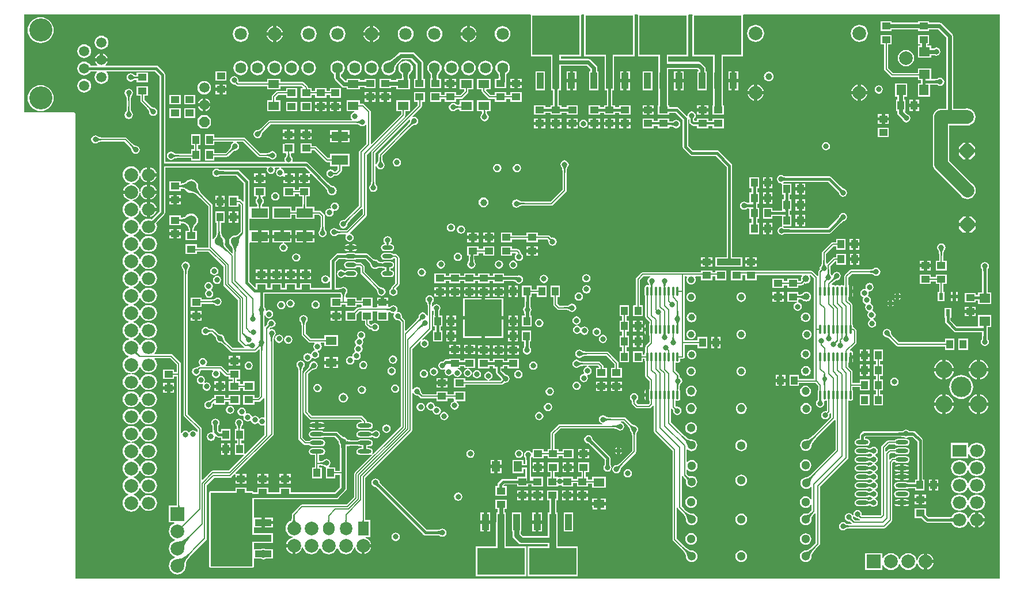
<source format=gbl>
G04*
G04 #@! TF.GenerationSoftware,Altium Limited,Altium Designer,21.0.9 (235)*
G04*
G04 Layer_Physical_Order=4*
G04 Layer_Color=1930808*
%FSLAX44Y44*%
%MOMM*%
G71*
G04*
G04 #@! TF.SameCoordinates,C1ABCA66-1B08-466E-831C-B71B208AD3D8*
G04*
G04*
G04 #@! TF.FilePolarity,Positive*
G04*
G01*
G75*
%ADD12C,0.2000*%
%ADD13C,0.7000*%
%ADD17C,0.5000*%
%ADD81R,2.4000X1.4000*%
%ADD82R,1.2500X1.0000*%
%ADD87R,1.0000X1.2500*%
%ADD88O,1.8500X0.6000*%
%ADD91R,2.0000X2.0000*%
%ADD109R,0.6000X1.0000*%
%ADD111R,1.6000X1.2000*%
%ADD115C,1.0000*%
%ADD117C,0.6000*%
%ADD118C,0.8000*%
%ADD119C,0.4000*%
%ADD121C,2.0000*%
%ADD122C,0.3000*%
%ADD123C,1.5000*%
%ADD124C,2.0000*%
%ADD125P,2.1648X8X112.5*%
%ADD126R,1.6000X2.0000*%
%ADD127O,1.8000X2.0000*%
%ADD128O,1.7000X2.0000*%
%ADD129R,5.5000X5.5000*%
%ADD130R,2.0000X2.0000*%
%ADD131C,3.0000*%
%ADD132C,2.5000*%
%ADD133O,2.0000X1.8000*%
%ADD134P,1.6236X8X112.5*%
%ADD135R,2.0000X1.8000*%
%ADD136C,1.5240*%
%ADD137C,5.0000*%
%ADD138C,1.3000*%
%ADD139C,1.6240*%
%ADD140C,1.8000*%
%ADD141C,3.4000*%
%ADD142C,0.8000*%
%ADD143C,1.0000*%
%ADD144C,1.2000*%
%ADD145C,4.0000*%
%ADD146R,1.0000X2.4000*%
%ADD147R,7.0000X4.0000*%
G04:AMPARAMS|DCode=148|XSize=1.55mm|YSize=0.6mm|CornerRadius=0.3mm|HoleSize=0mm|Usage=FLASHONLY|Rotation=0.000|XOffset=0mm|YOffset=0mm|HoleType=Round|Shape=RoundedRectangle|*
%AMROUNDEDRECTD148*
21,1,1.5500,0.0000,0,0,0.0*
21,1,0.9500,0.6000,0,0,0.0*
1,1,0.6000,0.4750,0.0000*
1,1,0.6000,-0.4750,0.0000*
1,1,0.6000,-0.4750,0.0000*
1,1,0.6000,0.4750,0.0000*
%
%ADD148ROUNDEDRECTD148*%
%ADD149O,2.0000X0.6000*%
%ADD150O,0.3500X1.4000*%
%ADD151R,1.5500X1.3500*%
%ADD152R,1.3500X1.5500*%
%ADD153R,1.2000X1.6000*%
%ADD154R,4.0000X7.0000*%
%ADD155R,2.4000X1.0000*%
%ADD156R,7.0000X3.1750*%
%ADD157R,6.2000X10.8500*%
G36*
X1436941Y-833441D02*
X78059Y-833441D01*
Y-150000D01*
X77826Y-148829D01*
X77163Y-147837D01*
X76171Y-147174D01*
X75000Y-146941D01*
X3059D01*
Y-3059D01*
X746864D01*
X747573Y-4153D01*
X747594Y-4329D01*
X747461Y-5000D01*
Y-36750D01*
X747500Y-36947D01*
Y-65000D01*
X777523D01*
Y-73750D01*
Y-87000D01*
X777500D01*
Y-115000D01*
X780422D01*
Y-136750D01*
X776250D01*
Y-139671D01*
X768875D01*
Y-136750D01*
X752375D01*
Y-150750D01*
X768875D01*
Y-147828D01*
X776250D01*
Y-150750D01*
X792750D01*
Y-147828D01*
X800125D01*
Y-150750D01*
X816625D01*
Y-136750D01*
X800125D01*
Y-139671D01*
X792750D01*
Y-136750D01*
X788578D01*
Y-115000D01*
X791500D01*
Y-109842D01*
X791644Y-108750D01*
Y-78848D01*
X829888D01*
X834985Y-83945D01*
Y-87000D01*
X833083D01*
Y-115000D01*
X847083D01*
Y-87000D01*
X845181D01*
Y-81833D01*
X844793Y-79882D01*
X843688Y-78228D01*
X835605Y-70145D01*
X833951Y-69040D01*
X832000Y-68652D01*
X791644D01*
Y-65000D01*
X821500D01*
Y-36947D01*
X821539Y-36750D01*
Y-5000D01*
X821406Y-4329D01*
X821427Y-4153D01*
X822136Y-3059D01*
X825364D01*
X826073Y-4153D01*
X826094Y-4329D01*
X825961Y-5000D01*
Y-36750D01*
X826083Y-37365D01*
Y-65000D01*
X856023D01*
Y-105001D01*
X856083Y-105460D01*
Y-115000D01*
X859172D01*
Y-136750D01*
X855000D01*
Y-139671D01*
X849250D01*
Y-136750D01*
X832750D01*
Y-150750D01*
X849250D01*
Y-147828D01*
X855000D01*
Y-150750D01*
X871500D01*
Y-147828D01*
X877500D01*
Y-150750D01*
X894000D01*
Y-136750D01*
X877500D01*
Y-139671D01*
X871500D01*
Y-136750D01*
X867328D01*
Y-115000D01*
X870083D01*
Y-105459D01*
X870144Y-105001D01*
Y-65000D01*
X900083D01*
Y-21000D01*
X900039D01*
Y-5000D01*
X899906Y-4329D01*
X899927Y-4153D01*
X900636Y-3059D01*
X904364D01*
X905073Y-4153D01*
X905094Y-4329D01*
X904961Y-5000D01*
Y-36750D01*
X905111Y-37505D01*
Y-65000D01*
X935301D01*
Y-78250D01*
Y-87000D01*
X935111D01*
Y-115000D01*
X935301D01*
Y-136750D01*
X934111D01*
Y-150750D01*
X941902D01*
X942361Y-150810D01*
X942820Y-150750D01*
X950611D01*
Y-147828D01*
X960061D01*
X970672Y-158439D01*
Y-197750D01*
X970672Y-197750D01*
X970982Y-199311D01*
X971866Y-200634D01*
X981366Y-210134D01*
X981366Y-210134D01*
X982689Y-211018D01*
X984250Y-211328D01*
X1019311D01*
X1035422Y-227439D01*
Y-360190D01*
X1027750D01*
X1027291Y-360250D01*
X1018750D01*
Y-374250D01*
X1027291D01*
X1027750Y-374310D01*
X1050000D01*
X1050459Y-374250D01*
X1058250D01*
Y-360250D01*
X1050459D01*
X1050000Y-360190D01*
X1043578D01*
Y-225750D01*
X1043268Y-224189D01*
X1042384Y-222866D01*
X1042384Y-222866D01*
X1023884Y-204366D01*
X1022561Y-203482D01*
X1021000Y-203172D01*
X1021000Y-203172D01*
X985939D01*
X978828Y-196061D01*
Y-158367D01*
X980098Y-157637D01*
X980346Y-157781D01*
X980484Y-160091D01*
Y-161552D01*
X980755Y-162918D01*
X981529Y-164076D01*
X983727Y-166273D01*
X984884Y-167047D01*
X986250Y-167318D01*
X991750D01*
Y-170750D01*
X1008250D01*
Y-167318D01*
X1014750D01*
Y-170750D01*
X1031250D01*
Y-156750D01*
X1014750D01*
Y-160181D01*
X1008250D01*
Y-156750D01*
X991750D01*
Y-160181D01*
X988820D01*
X987640Y-158948D01*
X987660Y-157899D01*
X987739Y-156805D01*
X987744Y-156767D01*
X988378Y-156344D01*
X989704Y-154359D01*
X990170Y-152018D01*
X989704Y-149677D01*
X988378Y-147692D01*
X986393Y-146366D01*
X984052Y-145900D01*
X981711Y-146366D01*
X979726Y-147692D01*
X978400Y-149677D01*
X977935Y-152018D01*
X978022Y-152459D01*
X976852Y-153084D01*
X964634Y-140866D01*
X963311Y-139982D01*
X961750Y-139671D01*
X961750Y-139671D01*
X950611D01*
Y-136750D01*
X949421D01*
Y-83348D01*
X992124D01*
X994152Y-85376D01*
Y-87000D01*
X992250D01*
Y-115000D01*
X1006250D01*
Y-87000D01*
X1004348D01*
Y-83265D01*
X1003960Y-81314D01*
X1002855Y-79660D01*
X997840Y-74645D01*
X996186Y-73540D01*
X994235Y-73152D01*
X949421D01*
Y-65000D01*
X979111D01*
Y-21000D01*
X979039D01*
Y-5000D01*
X978906Y-4329D01*
X978927Y-4153D01*
X979636Y-3059D01*
X984614D01*
X985323Y-4153D01*
X985344Y-4329D01*
X985211Y-5000D01*
Y-36750D01*
X985250Y-36947D01*
Y-65000D01*
X1015689D01*
Y-87000D01*
X1015250D01*
Y-115000D01*
X1015689D01*
Y-136750D01*
X1014750D01*
Y-150750D01*
X1031250D01*
Y-136750D01*
X1029810D01*
Y-65000D01*
X1059250D01*
Y-36947D01*
X1059289Y-36750D01*
Y-5000D01*
X1059156Y-4329D01*
X1059177Y-4153D01*
X1059886Y-3059D01*
X1436941D01*
X1436941Y-833441D01*
D02*
G37*
G36*
X985906Y-155622D02*
X985832Y-155836D01*
X985766Y-156163D01*
X985710Y-156599D01*
X985622Y-157806D01*
X985552Y-161552D01*
X982552D01*
X982548Y-160449D01*
X982272Y-155836D01*
X982198Y-155622D01*
X982115Y-155518D01*
X985989D01*
X985906Y-155622D01*
D02*
G37*
%LPC*%
G36*
X1333250Y-13500D02*
X1316750D01*
Y-15402D01*
X1278250D01*
Y-13500D01*
X1261750D01*
Y-27500D01*
X1278250D01*
Y-25598D01*
X1316750D01*
Y-27500D01*
X1333250D01*
Y-25598D01*
X1346388D01*
X1358152Y-37362D01*
Y-142147D01*
X1350750D01*
X1347617Y-142559D01*
X1344698Y-143768D01*
X1342191Y-145691D01*
X1340268Y-148198D01*
X1339059Y-151117D01*
X1338646Y-154250D01*
Y-223750D01*
X1339059Y-226883D01*
X1340268Y-229802D01*
X1342191Y-232309D01*
X1378257Y-268374D01*
X1378331Y-268554D01*
X1380335Y-271165D01*
X1382946Y-273169D01*
X1385987Y-274428D01*
X1389250Y-274858D01*
X1392513Y-274428D01*
X1395554Y-273169D01*
X1398165Y-271165D01*
X1400169Y-268554D01*
X1401428Y-265513D01*
X1401858Y-262250D01*
X1401428Y-258987D01*
X1400169Y-255946D01*
X1398165Y-253335D01*
X1395554Y-251331D01*
X1395374Y-251257D01*
X1362854Y-218736D01*
Y-166354D01*
X1385306D01*
X1385487Y-166428D01*
X1388750Y-166858D01*
X1392013Y-166428D01*
X1395054Y-165169D01*
X1397665Y-163165D01*
X1399669Y-160554D01*
X1400928Y-157513D01*
X1401358Y-154250D01*
X1400928Y-150987D01*
X1399669Y-147946D01*
X1397665Y-145335D01*
X1395054Y-143331D01*
X1392013Y-142072D01*
X1388750Y-141642D01*
X1385487Y-142072D01*
X1385306Y-142147D01*
X1368348D01*
Y-35250D01*
X1367960Y-33299D01*
X1366855Y-31645D01*
X1352105Y-16895D01*
X1350451Y-15790D01*
X1348500Y-15402D01*
X1333250D01*
Y-13500D01*
D02*
G37*
G36*
X516000Y-20226D02*
Y-29500D01*
X525274D01*
X525191Y-28867D01*
X523982Y-25948D01*
X522058Y-23442D01*
X519552Y-21518D01*
X516633Y-20309D01*
X516000Y-20226D01*
D02*
G37*
G36*
X511000Y-20226D02*
X510367Y-20309D01*
X507448Y-21518D01*
X504941Y-23442D01*
X503018Y-25948D01*
X501809Y-28867D01*
X501726Y-29500D01*
X511000D01*
Y-20226D01*
D02*
G37*
G36*
X658500Y-20226D02*
Y-29500D01*
X667774D01*
X667691Y-28867D01*
X666482Y-25948D01*
X664558Y-23442D01*
X662052Y-21518D01*
X659133Y-20309D01*
X658500Y-20226D01*
D02*
G37*
G36*
X653500Y-20226D02*
X652867Y-20309D01*
X649948Y-21518D01*
X647441Y-23442D01*
X645518Y-25948D01*
X644309Y-28867D01*
X644225Y-29500D01*
X653500D01*
Y-20226D01*
D02*
G37*
G36*
X373500Y-20226D02*
Y-29500D01*
X382774D01*
X382691Y-28867D01*
X381482Y-25948D01*
X379558Y-23442D01*
X377052Y-21518D01*
X374133Y-20309D01*
X373500Y-20226D01*
D02*
G37*
G36*
X368500D02*
X367867Y-20309D01*
X364948Y-21518D01*
X362441Y-23442D01*
X360518Y-25948D01*
X359309Y-28867D01*
X359226Y-29500D01*
X368500D01*
Y-20226D01*
D02*
G37*
G36*
X706000Y-20401D02*
X702998Y-20796D01*
X700200Y-21955D01*
X697798Y-23798D01*
X695955Y-26200D01*
X694796Y-28998D01*
X694401Y-32000D01*
X694796Y-35002D01*
X695955Y-37800D01*
X697798Y-40202D01*
X700200Y-42045D01*
X702998Y-43204D01*
X706000Y-43599D01*
X709002Y-43204D01*
X711799Y-42045D01*
X714202Y-40202D01*
X716045Y-37800D01*
X717204Y-35002D01*
X717599Y-32000D01*
X717204Y-28998D01*
X716045Y-26200D01*
X714202Y-23798D01*
X711799Y-21955D01*
X709002Y-20796D01*
X706000Y-20401D01*
D02*
G37*
G36*
X606000D02*
X602998Y-20796D01*
X600200Y-21955D01*
X597798Y-23798D01*
X595955Y-26200D01*
X594796Y-28998D01*
X594401Y-32000D01*
X594796Y-35002D01*
X595955Y-37800D01*
X597798Y-40202D01*
X600200Y-42045D01*
X602998Y-43204D01*
X606000Y-43599D01*
X609002Y-43204D01*
X611800Y-42045D01*
X614202Y-40202D01*
X616045Y-37800D01*
X617204Y-35002D01*
X617599Y-32000D01*
X617204Y-28998D01*
X616045Y-26200D01*
X614202Y-23798D01*
X611800Y-21955D01*
X609002Y-20796D01*
X606000Y-20401D01*
D02*
G37*
G36*
X563500D02*
X560498Y-20796D01*
X557700Y-21955D01*
X555298Y-23798D01*
X553455Y-26200D01*
X552296Y-28998D01*
X551901Y-32000D01*
X552296Y-35002D01*
X553455Y-37800D01*
X555298Y-40202D01*
X557700Y-42045D01*
X560498Y-43204D01*
X563500Y-43599D01*
X566502Y-43204D01*
X569300Y-42045D01*
X571702Y-40202D01*
X573545Y-37800D01*
X574704Y-35002D01*
X575099Y-32000D01*
X574704Y-28998D01*
X573545Y-26200D01*
X571702Y-23798D01*
X569300Y-21955D01*
X566502Y-20796D01*
X563500Y-20401D01*
D02*
G37*
G36*
X463500D02*
X460498Y-20796D01*
X457700Y-21955D01*
X455298Y-23798D01*
X453455Y-26200D01*
X452296Y-28998D01*
X451901Y-32000D01*
X452296Y-35002D01*
X453455Y-37800D01*
X455298Y-40202D01*
X457700Y-42045D01*
X460498Y-43204D01*
X463500Y-43599D01*
X466502Y-43204D01*
X469300Y-42045D01*
X471702Y-40202D01*
X473545Y-37800D01*
X474704Y-35002D01*
X475099Y-32000D01*
X474704Y-28998D01*
X473545Y-26200D01*
X471702Y-23798D01*
X469300Y-21955D01*
X466502Y-20796D01*
X463500Y-20401D01*
D02*
G37*
G36*
X421000D02*
X417998Y-20796D01*
X415200Y-21955D01*
X412798Y-23798D01*
X410955Y-26200D01*
X409796Y-28998D01*
X409401Y-32000D01*
X409796Y-35002D01*
X410955Y-37800D01*
X412798Y-40202D01*
X415200Y-42045D01*
X417998Y-43204D01*
X421000Y-43599D01*
X424002Y-43204D01*
X426800Y-42045D01*
X429202Y-40202D01*
X431045Y-37800D01*
X432204Y-35002D01*
X432599Y-32000D01*
X432204Y-28998D01*
X431045Y-26200D01*
X429202Y-23798D01*
X426800Y-21955D01*
X424002Y-20796D01*
X421000Y-20401D01*
D02*
G37*
G36*
X321000D02*
X317998Y-20796D01*
X315200Y-21955D01*
X312798Y-23798D01*
X310955Y-26200D01*
X309796Y-28998D01*
X309401Y-32000D01*
X309796Y-35002D01*
X310955Y-37800D01*
X312798Y-40202D01*
X315200Y-42045D01*
X317998Y-43204D01*
X321000Y-43599D01*
X324002Y-43204D01*
X326800Y-42045D01*
X329202Y-40202D01*
X331045Y-37800D01*
X332204Y-35002D01*
X332599Y-32000D01*
X332204Y-28998D01*
X331045Y-26200D01*
X329202Y-23798D01*
X326800Y-21955D01*
X324002Y-20796D01*
X321000Y-20401D01*
D02*
G37*
G36*
X525274Y-34500D02*
X516000D01*
Y-43774D01*
X516633Y-43691D01*
X519552Y-42482D01*
X522058Y-40559D01*
X523982Y-38052D01*
X525191Y-35133D01*
X525274Y-34500D01*
D02*
G37*
G36*
X667774Y-34500D02*
X658500D01*
Y-43774D01*
X659133Y-43691D01*
X662052Y-42482D01*
X664558Y-40559D01*
X666482Y-38052D01*
X667691Y-35133D01*
X667774Y-34500D01*
D02*
G37*
G36*
X382774Y-34500D02*
X373500D01*
Y-43774D01*
X374133Y-43691D01*
X377052Y-42482D01*
X379558Y-40559D01*
X381482Y-38052D01*
X382691Y-35133D01*
X382774Y-34500D01*
D02*
G37*
G36*
X368500D02*
X359226D01*
X359309Y-35133D01*
X360518Y-38052D01*
X362441Y-40559D01*
X364948Y-42482D01*
X367867Y-43691D01*
X368500Y-43774D01*
Y-34500D01*
D02*
G37*
G36*
X653500Y-34500D02*
X644225D01*
X644309Y-35133D01*
X645518Y-38052D01*
X647441Y-40559D01*
X649948Y-42482D01*
X652867Y-43691D01*
X653500Y-43774D01*
Y-34500D01*
D02*
G37*
G36*
X511000Y-34500D02*
X501726D01*
X501809Y-35133D01*
X503018Y-38052D01*
X504941Y-40559D01*
X507448Y-42482D01*
X510367Y-43691D01*
X511000Y-43774D01*
Y-34500D01*
D02*
G37*
G36*
X1230500Y-18642D02*
X1227237Y-19072D01*
X1224196Y-20331D01*
X1221585Y-22335D01*
X1219581Y-24946D01*
X1218322Y-27987D01*
X1217892Y-31250D01*
X1218322Y-34513D01*
X1219581Y-37554D01*
X1221585Y-40165D01*
X1224196Y-42169D01*
X1227237Y-43428D01*
X1230500Y-43858D01*
X1233763Y-43428D01*
X1236804Y-42169D01*
X1239415Y-40165D01*
X1241419Y-37554D01*
X1242678Y-34513D01*
X1243108Y-31250D01*
X1242678Y-27987D01*
X1241419Y-24946D01*
X1239415Y-22335D01*
X1236804Y-20331D01*
X1233763Y-19072D01*
X1230500Y-18642D01*
D02*
G37*
G36*
X1078000D02*
X1074737Y-19072D01*
X1071696Y-20331D01*
X1069085Y-22335D01*
X1067081Y-24946D01*
X1065822Y-27987D01*
X1065392Y-31250D01*
X1065822Y-34513D01*
X1067081Y-37554D01*
X1069085Y-40165D01*
X1071696Y-42169D01*
X1074737Y-43428D01*
X1078000Y-43858D01*
X1081263Y-43428D01*
X1084304Y-42169D01*
X1086915Y-40165D01*
X1088919Y-37554D01*
X1090178Y-34513D01*
X1090608Y-31250D01*
X1090178Y-27987D01*
X1088919Y-24946D01*
X1086915Y-22335D01*
X1084304Y-20331D01*
X1081263Y-19072D01*
X1078000Y-18642D01*
D02*
G37*
G36*
X26900Y-7358D02*
X23176Y-7724D01*
X19594Y-8811D01*
X16293Y-10575D01*
X13400Y-12950D01*
X11026Y-15843D01*
X9262Y-19143D01*
X8175Y-22725D01*
X7808Y-26450D01*
X8175Y-30174D01*
X9262Y-33756D01*
X11026Y-37057D01*
X13400Y-39950D01*
X16293Y-42324D01*
X19594Y-44088D01*
X23176Y-45175D01*
X26900Y-45542D01*
X30625Y-45175D01*
X34207Y-44088D01*
X37507Y-42324D01*
X40400Y-39950D01*
X42775Y-37057D01*
X44539Y-33756D01*
X45625Y-30174D01*
X45992Y-26450D01*
X45625Y-22725D01*
X44539Y-19143D01*
X42775Y-15843D01*
X40400Y-12950D01*
X37507Y-10575D01*
X34207Y-8811D01*
X30625Y-7724D01*
X26900Y-7358D01*
D02*
G37*
G36*
X116400Y-34564D02*
X113790Y-34907D01*
X111357Y-35915D01*
X109268Y-37518D01*
X107665Y-39607D01*
X106657Y-42039D01*
X106314Y-44650D01*
X106657Y-47260D01*
X107665Y-49693D01*
X109268Y-51782D01*
X111357Y-53385D01*
X113790Y-54393D01*
X116400Y-54736D01*
X119011Y-54393D01*
X121443Y-53385D01*
X123532Y-51782D01*
X125135Y-49693D01*
X126143Y-47260D01*
X126486Y-44650D01*
X126143Y-42039D01*
X125135Y-39607D01*
X123532Y-37518D01*
X121443Y-35915D01*
X119011Y-34907D01*
X116400Y-34564D01*
D02*
G37*
G36*
X1333250Y-33500D02*
X1316750D01*
Y-47500D01*
X1319902D01*
Y-49250D01*
X1316750D01*
Y-66750D01*
X1336250D01*
Y-63098D01*
X1340330D01*
X1341159Y-63652D01*
X1343500Y-64118D01*
X1345841Y-63652D01*
X1347826Y-62326D01*
X1349152Y-60341D01*
X1349617Y-58000D01*
X1349152Y-55659D01*
X1347826Y-53674D01*
X1345841Y-52348D01*
X1343500Y-51883D01*
X1341159Y-52348D01*
X1340330Y-52902D01*
X1336250D01*
Y-49250D01*
X1330098D01*
Y-47500D01*
X1333250D01*
Y-33500D01*
D02*
G37*
G36*
X91000Y-47264D02*
X88390Y-47607D01*
X85957Y-48615D01*
X83868Y-50218D01*
X82265Y-52307D01*
X81257Y-54739D01*
X80914Y-57350D01*
X81257Y-59960D01*
X82265Y-62393D01*
X83868Y-64482D01*
X85957Y-66085D01*
X88390Y-67093D01*
X91000Y-67436D01*
X93611Y-67093D01*
X96043Y-66085D01*
X98132Y-64482D01*
X99735Y-62393D01*
X100743Y-59960D01*
X101086Y-57350D01*
X100743Y-54739D01*
X99735Y-52307D01*
X98132Y-50218D01*
X96043Y-48615D01*
X93611Y-47607D01*
X91000Y-47264D01*
D02*
G37*
G36*
X118900Y-60803D02*
Y-67550D01*
X125647D01*
X124698Y-65259D01*
X123175Y-63274D01*
X121191Y-61752D01*
X118900Y-60803D01*
D02*
G37*
G36*
X113900Y-60803D02*
X111609Y-61752D01*
X109625Y-63274D01*
X108102Y-65259D01*
X107153Y-67550D01*
X113900D01*
Y-60803D01*
D02*
G37*
G36*
X125647Y-72550D02*
X116400D01*
X107153D01*
X108102Y-74841D01*
X109625Y-76825D01*
X110375Y-77402D01*
X109944Y-78672D01*
X100135D01*
X99735Y-77707D01*
X98132Y-75618D01*
X96043Y-74015D01*
X93611Y-73007D01*
X91000Y-72664D01*
X88390Y-73007D01*
X85957Y-74015D01*
X83868Y-75618D01*
X82265Y-77707D01*
X81257Y-80140D01*
X80914Y-82750D01*
X81257Y-85360D01*
X82265Y-87793D01*
X83868Y-89882D01*
X85957Y-91485D01*
X88390Y-92493D01*
X91000Y-92836D01*
X93611Y-92493D01*
X96043Y-91485D01*
X98132Y-89882D01*
X99735Y-87793D01*
X100135Y-86828D01*
X109234D01*
X109642Y-88031D01*
X109268Y-88318D01*
X107665Y-90407D01*
X106657Y-92839D01*
X106314Y-95450D01*
X106657Y-98061D01*
X107665Y-100493D01*
X109268Y-102582D01*
X111357Y-104185D01*
X113790Y-105193D01*
X116400Y-105536D01*
X119011Y-105193D01*
X121443Y-104185D01*
X123532Y-102582D01*
X125135Y-100493D01*
X126143Y-98061D01*
X126486Y-95450D01*
X126143Y-92839D01*
X125135Y-90407D01*
X123532Y-88318D01*
X123158Y-88031D01*
X123566Y-86828D01*
X195061D01*
X201922Y-93689D01*
Y-224500D01*
Y-293111D01*
X191120Y-303913D01*
X190808Y-304181D01*
X190346Y-304532D01*
X190294Y-304565D01*
X189402Y-304196D01*
X186400Y-303801D01*
X184400D01*
X181398Y-304196D01*
X178600Y-305355D01*
X176198Y-307198D01*
X174355Y-309600D01*
X173376Y-311964D01*
X173193Y-312006D01*
X172033Y-311887D01*
X170919Y-309196D01*
X168915Y-306585D01*
X166304Y-304581D01*
X163476Y-303410D01*
X163362Y-302750D01*
X163476Y-302090D01*
X166304Y-300919D01*
X168915Y-298915D01*
X170919Y-296304D01*
X172178Y-293263D01*
X172309Y-292267D01*
X173590D01*
X173683Y-292972D01*
X174792Y-295647D01*
X176555Y-297945D01*
X178853Y-299708D01*
X181528Y-300817D01*
X182900Y-300997D01*
Y-290100D01*
Y-279203D01*
X181528Y-279383D01*
X178853Y-280492D01*
X176555Y-282255D01*
X174792Y-284553D01*
X173683Y-287228D01*
X173604Y-287833D01*
X172323Y-287833D01*
X172178Y-286737D01*
X170919Y-283696D01*
X168915Y-281085D01*
X166304Y-279081D01*
X163263Y-277822D01*
X162250Y-277688D01*
Y-276407D01*
X163133Y-276291D01*
X166052Y-275082D01*
X168559Y-273158D01*
X170482Y-270652D01*
X171691Y-267733D01*
X171981Y-265534D01*
X172064Y-264902D01*
X173345D01*
X173428Y-265534D01*
X173683Y-267472D01*
X174792Y-270147D01*
X176555Y-272445D01*
X178853Y-274209D01*
X181528Y-275317D01*
X182900Y-275497D01*
Y-264600D01*
Y-253703D01*
X181528Y-253883D01*
X178853Y-254991D01*
X176555Y-256755D01*
X174792Y-259053D01*
X173683Y-261728D01*
X173428Y-263666D01*
X173345Y-264298D01*
X172064D01*
X171981Y-263666D01*
X171691Y-261467D01*
X170482Y-258548D01*
X168559Y-256042D01*
X166052Y-254118D01*
X163133Y-252909D01*
X162250Y-252793D01*
Y-251512D01*
X163263Y-251378D01*
X166304Y-250119D01*
X168915Y-248115D01*
X170919Y-245504D01*
X172178Y-242463D01*
X172316Y-241417D01*
X173597D01*
X173683Y-242072D01*
X174792Y-244747D01*
X176555Y-247045D01*
X178853Y-248808D01*
X181528Y-249917D01*
X182900Y-250097D01*
Y-239200D01*
Y-228303D01*
X181528Y-228483D01*
X178853Y-229592D01*
X176555Y-231355D01*
X174792Y-233653D01*
X173683Y-236328D01*
X173597Y-236983D01*
X172316D01*
X172178Y-235937D01*
X170919Y-232896D01*
X168915Y-230285D01*
X166304Y-228281D01*
X163263Y-227022D01*
X160000Y-226592D01*
X156737Y-227022D01*
X153696Y-228281D01*
X151085Y-230285D01*
X149081Y-232896D01*
X147822Y-235937D01*
X147392Y-239200D01*
X147822Y-242463D01*
X149081Y-245504D01*
X151085Y-248115D01*
X153696Y-250119D01*
X156737Y-251378D01*
X157750Y-251512D01*
Y-252793D01*
X156867Y-252909D01*
X153948Y-254118D01*
X151441Y-256042D01*
X149518Y-258548D01*
X148309Y-261467D01*
X148226Y-262100D01*
X160000D01*
Y-267100D01*
X148226D01*
X148309Y-267733D01*
X149518Y-270652D01*
X151441Y-273158D01*
X153948Y-275082D01*
X156867Y-276291D01*
X157750Y-276407D01*
Y-277688D01*
X156737Y-277822D01*
X153696Y-279081D01*
X151085Y-281085D01*
X149081Y-283696D01*
X147822Y-286737D01*
X147392Y-290000D01*
X147822Y-293263D01*
X149081Y-296304D01*
X151085Y-298915D01*
X153696Y-300919D01*
X156524Y-302090D01*
X156638Y-302750D01*
X156524Y-303410D01*
X153696Y-304581D01*
X151085Y-306585D01*
X149081Y-309196D01*
X147822Y-312237D01*
X147392Y-315500D01*
X147822Y-318763D01*
X149081Y-321804D01*
X151085Y-324415D01*
X153696Y-326419D01*
X156423Y-327548D01*
X156423Y-327550D01*
Y-328850D01*
X156423Y-328852D01*
X153696Y-329981D01*
X151085Y-331985D01*
X149081Y-334596D01*
X147822Y-337637D01*
X147392Y-340900D01*
X147822Y-344163D01*
X149081Y-347204D01*
X151085Y-349815D01*
X153696Y-351819D01*
X156423Y-352948D01*
X156423Y-352950D01*
Y-354250D01*
X156423Y-354252D01*
X153696Y-355381D01*
X151085Y-357385D01*
X149081Y-359996D01*
X147822Y-363037D01*
X147392Y-366300D01*
X147822Y-369563D01*
X149081Y-372604D01*
X151085Y-375215D01*
X153696Y-377219D01*
X156423Y-378348D01*
X156423Y-378350D01*
Y-379650D01*
X156423Y-379652D01*
X153696Y-380781D01*
X151085Y-382785D01*
X149081Y-385396D01*
X147822Y-388437D01*
X147392Y-391700D01*
X147822Y-394963D01*
X149081Y-398004D01*
X151085Y-400615D01*
X153696Y-402619D01*
X156524Y-403790D01*
X156638Y-404450D01*
X156524Y-405110D01*
X153696Y-406281D01*
X151085Y-408285D01*
X149081Y-410896D01*
X147822Y-413937D01*
X147392Y-417200D01*
X147822Y-420463D01*
X149081Y-423504D01*
X151085Y-426115D01*
X153696Y-428119D01*
X156423Y-429248D01*
X156423Y-429250D01*
Y-430550D01*
X156423Y-430552D01*
X153696Y-431681D01*
X151085Y-433685D01*
X149081Y-436296D01*
X147822Y-439337D01*
X147392Y-442600D01*
X147822Y-445863D01*
X149081Y-448904D01*
X151085Y-451515D01*
X153696Y-453519D01*
X156423Y-454648D01*
X156423Y-454650D01*
Y-455950D01*
X156423Y-455952D01*
X153696Y-457081D01*
X151085Y-459085D01*
X149081Y-461696D01*
X147822Y-464737D01*
X147392Y-468000D01*
X147822Y-471263D01*
X149081Y-474304D01*
X151085Y-476915D01*
X153696Y-478919D01*
X156464Y-480065D01*
X156522Y-480321D01*
Y-481120D01*
X156464Y-481376D01*
X153696Y-482522D01*
X151085Y-484526D01*
X149081Y-487137D01*
X147822Y-490178D01*
X147392Y-493441D01*
X147822Y-496704D01*
X149081Y-499745D01*
X151085Y-502356D01*
X153696Y-504360D01*
X156046Y-505333D01*
Y-506708D01*
X153696Y-507681D01*
X151085Y-509685D01*
X149081Y-512296D01*
X147822Y-515337D01*
X147392Y-518600D01*
X147822Y-521863D01*
X149081Y-524904D01*
X151085Y-527515D01*
X153696Y-529519D01*
X156737Y-530778D01*
X159349Y-531122D01*
X159414Y-531131D01*
X159364Y-531906D01*
X158335Y-532488D01*
X155998Y-532796D01*
X153200Y-533955D01*
X150798Y-535798D01*
X148955Y-538200D01*
X147796Y-540998D01*
X147401Y-544000D01*
X147796Y-547002D01*
X148955Y-549800D01*
X150798Y-552202D01*
X153200Y-554045D01*
X155998Y-555204D01*
X159000Y-555599D01*
X161000D01*
X164002Y-555204D01*
X166800Y-554045D01*
X169202Y-552202D01*
X171045Y-549800D01*
X172023Y-547440D01*
X173377D01*
X174355Y-549800D01*
X176198Y-552202D01*
X178600Y-554045D01*
X181398Y-555204D01*
X184400Y-555599D01*
X186400D01*
X189402Y-555204D01*
X192200Y-554045D01*
X194602Y-552202D01*
X196445Y-549800D01*
X197604Y-547002D01*
X197999Y-544000D01*
X197604Y-540998D01*
X196445Y-538200D01*
X194602Y-535798D01*
X192200Y-533955D01*
X189402Y-532796D01*
X186400Y-532401D01*
X184400D01*
X181398Y-532796D01*
X178600Y-533955D01*
X176198Y-535798D01*
X174355Y-538200D01*
X173377Y-540560D01*
X172023D01*
X171045Y-538200D01*
X169202Y-535798D01*
X166800Y-533955D01*
X164002Y-532796D01*
X161665Y-532488D01*
X160636Y-531906D01*
X160586Y-531131D01*
X160651Y-531122D01*
X163263Y-530778D01*
X166304Y-529519D01*
X168915Y-527515D01*
X170919Y-524904D01*
X172054Y-522164D01*
X173029Y-522024D01*
X173400Y-522094D01*
X174355Y-524400D01*
X176198Y-526802D01*
X178600Y-528645D01*
X181398Y-529804D01*
X184400Y-530199D01*
X186400D01*
X189402Y-529804D01*
X192200Y-528645D01*
X194602Y-526802D01*
X196445Y-524400D01*
X197604Y-521602D01*
X197999Y-518600D01*
X197604Y-515598D01*
X196445Y-512800D01*
X194602Y-510398D01*
X194424Y-510261D01*
X194832Y-509059D01*
X217483D01*
X226941Y-518517D01*
Y-529441D01*
X223250D01*
Y-525500D01*
X206750D01*
Y-539500D01*
X223250D01*
Y-535559D01*
X226941D01*
Y-725400D01*
X215500D01*
Y-750400D01*
X223160D01*
X223413Y-751670D01*
X221696Y-752381D01*
X219085Y-754385D01*
X217081Y-756996D01*
X215822Y-760037D01*
X215392Y-763300D01*
X215822Y-766563D01*
X217081Y-769604D01*
X219085Y-772215D01*
X221696Y-774219D01*
X224423Y-775348D01*
X224423Y-775350D01*
Y-776650D01*
X224423Y-776652D01*
X221696Y-777781D01*
X219085Y-779785D01*
X217081Y-782396D01*
X215822Y-785437D01*
X215392Y-788700D01*
X215822Y-791963D01*
X217081Y-795004D01*
X219085Y-797615D01*
X221696Y-799619D01*
X224423Y-800748D01*
X224423Y-800750D01*
Y-802050D01*
X224423Y-802052D01*
X221696Y-803181D01*
X219085Y-805185D01*
X217081Y-807796D01*
X215822Y-810837D01*
X215392Y-814100D01*
X215822Y-817363D01*
X217081Y-820404D01*
X219085Y-823015D01*
X221696Y-825019D01*
X224737Y-826278D01*
X228000Y-826708D01*
X231263Y-826278D01*
X234304Y-825019D01*
X236915Y-823015D01*
X238919Y-820404D01*
X240178Y-817363D01*
X240608Y-814100D01*
X240292Y-811702D01*
X240428Y-810998D01*
X240948Y-809348D01*
X241701Y-807591D01*
X242693Y-805733D01*
X243928Y-803777D01*
X245394Y-801749D01*
X249124Y-797357D01*
X250598Y-795828D01*
X270163Y-776263D01*
X270163Y-776263D01*
X270826Y-775270D01*
X271059Y-774100D01*
X271059Y-774100D01*
Y-695767D01*
X282017Y-684809D01*
X305224D01*
X305224Y-684809D01*
X306395Y-684576D01*
X307387Y-683913D01*
X311980Y-679320D01*
X313250Y-679846D01*
X313250Y-680273D01*
Y-683750D01*
X319000D01*
Y-679250D01*
X314314D01*
X313846Y-679250D01*
X313320Y-677980D01*
X368663Y-622637D01*
X368663Y-622637D01*
X369326Y-621645D01*
X369559Y-620474D01*
X369559Y-620474D01*
Y-482483D01*
X369607Y-481332D01*
X369811Y-479218D01*
X369950Y-478395D01*
X370116Y-477688D01*
X370295Y-477123D01*
X370474Y-476708D01*
X370617Y-476465D01*
X370826Y-476326D01*
X372152Y-474341D01*
X372617Y-472000D01*
X372152Y-469659D01*
X370826Y-467674D01*
X368841Y-466348D01*
X366500Y-465882D01*
X364333Y-466314D01*
X363624Y-465905D01*
X363139Y-465503D01*
X363149Y-465247D01*
X364072Y-464452D01*
X364537Y-464099D01*
X364924Y-463840D01*
X365195Y-463688D01*
X365244Y-463667D01*
X366250Y-463867D01*
X368591Y-463402D01*
X370576Y-462076D01*
X371902Y-460091D01*
X372368Y-457750D01*
X371902Y-455409D01*
X370576Y-453424D01*
X368591Y-452098D01*
X366250Y-451632D01*
X363909Y-452098D01*
X361924Y-453424D01*
X360598Y-455409D01*
X360132Y-457750D01*
X360333Y-458756D01*
X360312Y-458805D01*
X360160Y-459076D01*
X359936Y-459411D01*
X357906Y-461768D01*
X357098Y-462576D01*
X357050Y-462575D01*
X355828Y-462185D01*
Y-446808D01*
X355838Y-446516D01*
X357098Y-446341D01*
X358424Y-448326D01*
X360409Y-449652D01*
X362750Y-450117D01*
X365091Y-449652D01*
X367076Y-448326D01*
X368402Y-446341D01*
X368868Y-444000D01*
X368402Y-441659D01*
X367076Y-439674D01*
X365091Y-438348D01*
X362750Y-437882D01*
X360409Y-438348D01*
X358834Y-439400D01*
X357685Y-438669D01*
X357868Y-437750D01*
X357402Y-435409D01*
X356192Y-433598D01*
X356166Y-433488D01*
X355828Y-428203D01*
Y-413828D01*
X463302D01*
X465380Y-413923D01*
X466965Y-414083D01*
X467457Y-414169D01*
X467593Y-414204D01*
X467674Y-414326D01*
X467883Y-414465D01*
X468027Y-414708D01*
X468205Y-415122D01*
X468384Y-415688D01*
X468550Y-416395D01*
X468686Y-417198D01*
X468810Y-418818D01*
X467947Y-419750D01*
X453000D01*
Y-433750D01*
X469500D01*
Y-429809D01*
X475000D01*
Y-433750D01*
X491500D01*
Y-429809D01*
X497602D01*
X498500Y-430707D01*
X498500Y-433750D01*
X497309Y-433941D01*
X494500D01*
X494500Y-433941D01*
X493330Y-434174D01*
X492337Y-434837D01*
X492337Y-434837D01*
X487424Y-439750D01*
X475000D01*
Y-453750D01*
X491500D01*
Y-444326D01*
X495767Y-440059D01*
X498500D01*
Y-453750D01*
X503691D01*
Y-458750D01*
X503691Y-458750D01*
X503924Y-459921D01*
X504587Y-460913D01*
X509087Y-465413D01*
X509087Y-465413D01*
X510079Y-466076D01*
X511250Y-466309D01*
X511250Y-466309D01*
X513078D01*
X513924Y-467576D01*
X515909Y-468902D01*
X518250Y-469367D01*
X520591Y-468902D01*
X522576Y-467576D01*
X523902Y-465591D01*
X524368Y-463250D01*
X523902Y-460909D01*
X522576Y-458924D01*
X520591Y-457598D01*
X518250Y-457132D01*
X515909Y-457598D01*
X513924Y-458924D01*
X513515Y-459536D01*
X511991Y-459665D01*
X509809Y-457483D01*
Y-453750D01*
X515000D01*
Y-440059D01*
X521500D01*
Y-453750D01*
X538000D01*
Y-441519D01*
X538935Y-440614D01*
X539270Y-440489D01*
X539812Y-440616D01*
X540377Y-440795D01*
X540792Y-440974D01*
X541035Y-441117D01*
X541174Y-441326D01*
X543159Y-442652D01*
X545500Y-443117D01*
X546039Y-443010D01*
X546744Y-444066D01*
X546348Y-444659D01*
X545882Y-447000D01*
X546348Y-449341D01*
X547674Y-451326D01*
X549659Y-452652D01*
X552000Y-453117D01*
X552695Y-452979D01*
X552709Y-452982D01*
X552813Y-452980D01*
X552821Y-452982D01*
X553024Y-453063D01*
X553372Y-453251D01*
X553833Y-453550D01*
X554356Y-453937D01*
X556441Y-455768D01*
Y-608983D01*
X515106Y-650318D01*
X514120Y-649509D01*
X514275Y-649276D01*
X514960Y-648251D01*
X515348Y-646300D01*
X514960Y-644349D01*
X513855Y-642695D01*
X512201Y-641590D01*
X510250Y-641202D01*
X507328D01*
Y-638698D01*
X510250D01*
X512201Y-638310D01*
X513855Y-637205D01*
X514960Y-635551D01*
X515348Y-633600D01*
X514960Y-631649D01*
X513855Y-629995D01*
X512201Y-628890D01*
X510250Y-628502D01*
X496250D01*
X494299Y-628890D01*
X493354Y-629522D01*
X485073D01*
X483583Y-629491D01*
X480906Y-629288D01*
X479897Y-629146D01*
X479082Y-628980D01*
X478503Y-628811D01*
X478201Y-628679D01*
X478115Y-628470D01*
X476992Y-627008D01*
X475530Y-625886D01*
X473827Y-625180D01*
X472401Y-624992D01*
X472387Y-624987D01*
X472144Y-624948D01*
X471916Y-624861D01*
X471467Y-624621D01*
X470921Y-624267D01*
X466242Y-620224D01*
X464034Y-618016D01*
X462711Y-617132D01*
X461150Y-616822D01*
X461150Y-616822D01*
X443146D01*
X442201Y-616190D01*
X440250Y-615802D01*
X426250D01*
X424299Y-616190D01*
X422645Y-617295D01*
X421540Y-618949D01*
X421152Y-620900D01*
X421540Y-622851D01*
X422645Y-624505D01*
X424299Y-625610D01*
X426250Y-625998D01*
X440250D01*
X442201Y-625610D01*
X443146Y-624978D01*
X459461D01*
X460572Y-626089D01*
X462245Y-627899D01*
X463768Y-629754D01*
X464286Y-630481D01*
X464661Y-631088D01*
X464880Y-631529D01*
X464951Y-631743D01*
X464961Y-631836D01*
X464940Y-632000D01*
X465180Y-633827D01*
X465886Y-635530D01*
X466495Y-636324D01*
X466902Y-644823D01*
Y-674441D01*
X460250D01*
Y-669250D01*
X451106D01*
X450721Y-667980D01*
X451326Y-667576D01*
X452652Y-665591D01*
X453117Y-663250D01*
X452652Y-660909D01*
X451326Y-658924D01*
X449341Y-657598D01*
X447000Y-657132D01*
X444659Y-657598D01*
X442674Y-658924D01*
X442437Y-659279D01*
X442337Y-659373D01*
X442118Y-659514D01*
X441740Y-659688D01*
X441205Y-659869D01*
X440519Y-660037D01*
X439735Y-660176D01*
X437579Y-660348D01*
X436309Y-659175D01*
Y-651398D01*
X440250D01*
X442201Y-651010D01*
X443855Y-649905D01*
X444960Y-648251D01*
X445348Y-646300D01*
X444960Y-644349D01*
X443855Y-642695D01*
X442201Y-641590D01*
X440250Y-641202D01*
X426250D01*
X424299Y-641590D01*
X422645Y-642695D01*
X421540Y-644349D01*
X421152Y-646300D01*
X421540Y-648251D01*
X422645Y-649905D01*
X424299Y-651010D01*
X426250Y-651398D01*
X430191D01*
Y-663500D01*
Y-669250D01*
X426250D01*
Y-685750D01*
X440250D01*
Y-669250D01*
X436309D01*
Y-667476D01*
X437218Y-666589D01*
X437791Y-666603D01*
X439916Y-666788D01*
X440752Y-666916D01*
X441470Y-667069D01*
X442042Y-667235D01*
X442458Y-667400D01*
X442613Y-667484D01*
X442674Y-667576D01*
X444659Y-668902D01*
X445104Y-668990D01*
X446250Y-669250D01*
X446250Y-669250D01*
Y-685750D01*
X460250D01*
Y-680559D01*
X466902D01*
Y-698138D01*
X459388Y-705652D01*
X394500D01*
Y-699250D01*
X378000D01*
Y-705652D01*
X361750D01*
Y-699250D01*
X345250D01*
Y-705652D01*
X340339D01*
X339942Y-705058D01*
X339280Y-704616D01*
X338500Y-704461D01*
X329750D01*
Y-699250D01*
X313250D01*
Y-704461D01*
X276500D01*
X275720Y-704616D01*
X275058Y-705058D01*
X274616Y-705720D01*
X274461Y-706500D01*
Y-736500D01*
X274250D01*
Y-810500D01*
X274461D01*
Y-815000D01*
X274616Y-815780D01*
X275058Y-816442D01*
X275720Y-816884D01*
X276500Y-817039D01*
X338500D01*
X339280Y-816884D01*
X339942Y-816442D01*
X340384Y-815780D01*
X340539Y-815000D01*
Y-803500D01*
X350155D01*
X350466Y-803738D01*
X352412Y-804544D01*
X354500Y-804819D01*
X356588Y-804544D01*
X358535Y-803738D01*
X358845Y-803500D01*
X368250D01*
Y-789500D01*
X357902D01*
X356588Y-788956D01*
X354500Y-788681D01*
X352412Y-788956D01*
X351098Y-789500D01*
X340539D01*
Y-780560D01*
X354250D01*
X354709Y-780500D01*
X368250D01*
Y-766500D01*
X354709D01*
X354250Y-766440D01*
X340539D01*
Y-757500D01*
X351750D01*
Y-750500D01*
Y-743500D01*
X340539D01*
Y-715848D01*
X461500D01*
X462349Y-715679D01*
X463000Y-715809D01*
X464170Y-715576D01*
X465163Y-714913D01*
X465826Y-713921D01*
X465897Y-713562D01*
X475605Y-703855D01*
X476710Y-702201D01*
X477098Y-700250D01*
Y-678250D01*
Y-642454D01*
X477163Y-638512D01*
X477206Y-637893D01*
X484223Y-637678D01*
X493354D01*
X494299Y-638310D01*
X496250Y-638698D01*
X499172D01*
Y-641202D01*
X496250D01*
X494299Y-641590D01*
X492645Y-642695D01*
X491540Y-644349D01*
X491152Y-646300D01*
X491540Y-648251D01*
X492645Y-649905D01*
X494299Y-651010D01*
X496250Y-651398D01*
X510250D01*
X512201Y-651010D01*
X513226Y-650325D01*
X513459Y-650170D01*
X514268Y-651156D01*
X488387Y-677037D01*
X487724Y-678029D01*
X487491Y-679200D01*
X487491Y-679200D01*
Y-713183D01*
X476483Y-724191D01*
X411250D01*
X411250Y-724191D01*
X410079Y-724424D01*
X409087Y-725087D01*
X397287Y-736887D01*
X396624Y-737879D01*
X396391Y-739050D01*
X396391Y-739050D01*
Y-740469D01*
X396386Y-740867D01*
X396186Y-743999D01*
X396023Y-745226D01*
X395819Y-746263D01*
X395588Y-747076D01*
X395443Y-747430D01*
X393146Y-748381D01*
X390535Y-750385D01*
X388531Y-752996D01*
X387272Y-756037D01*
X386842Y-759300D01*
X387272Y-762563D01*
X388531Y-765604D01*
X390535Y-768215D01*
X393146Y-770219D01*
X396187Y-771478D01*
X397200Y-771612D01*
Y-772893D01*
X396317Y-773009D01*
X393398Y-774218D01*
X390891Y-776142D01*
X388968Y-778648D01*
X387759Y-781567D01*
X387676Y-782200D01*
X399450D01*
Y-784700D01*
X401950D01*
Y-796474D01*
X402583Y-796391D01*
X405502Y-795182D01*
X408008Y-793259D01*
X409932Y-790752D01*
X411141Y-787833D01*
X411257Y-786950D01*
X412538D01*
X412672Y-787963D01*
X413931Y-791004D01*
X415935Y-793615D01*
X418546Y-795619D01*
X421587Y-796878D01*
X424850Y-797308D01*
X428113Y-796878D01*
X431154Y-795619D01*
X433765Y-793615D01*
X435769Y-791004D01*
X436898Y-788277D01*
X436900Y-788277D01*
X438200D01*
X438202Y-788277D01*
X439331Y-791004D01*
X441335Y-793615D01*
X443946Y-795619D01*
X446987Y-796878D01*
X450250Y-797308D01*
X453513Y-796878D01*
X456554Y-795619D01*
X459165Y-793615D01*
X461169Y-791004D01*
X462298Y-788277D01*
X462300Y-788277D01*
X463600D01*
X463602Y-788277D01*
X464731Y-791004D01*
X466735Y-793615D01*
X469346Y-795619D01*
X472387Y-796878D01*
X475650Y-797308D01*
X478913Y-796878D01*
X481954Y-795619D01*
X484565Y-793615D01*
X486569Y-791004D01*
X487828Y-787963D01*
X487962Y-786950D01*
X489243D01*
X489359Y-787833D01*
X490568Y-790752D01*
X492491Y-793259D01*
X494998Y-795182D01*
X497917Y-796391D01*
X498550Y-796474D01*
Y-784700D01*
X501050D01*
Y-782200D01*
X512824D01*
X512741Y-781567D01*
X511532Y-778648D01*
X509608Y-776142D01*
X507102Y-774218D01*
X504183Y-773009D01*
X504436Y-771800D01*
X511550D01*
Y-746800D01*
X504109D01*
Y-684816D01*
X572163Y-616762D01*
X572826Y-615770D01*
X573059Y-614599D01*
Y-559869D01*
X574329Y-559744D01*
X574348Y-559841D01*
X575674Y-561826D01*
X577659Y-563152D01*
X580000Y-563618D01*
X580695Y-563479D01*
X580709Y-563482D01*
X580813Y-563480D01*
X580821Y-563482D01*
X581024Y-563563D01*
X581372Y-563751D01*
X581833Y-564050D01*
X582356Y-564437D01*
X584446Y-566271D01*
X585337Y-567163D01*
X586330Y-567826D01*
X587500Y-568059D01*
X587500Y-568059D01*
X608750D01*
Y-572000D01*
X625250D01*
Y-568059D01*
X633602D01*
X634500Y-568957D01*
X634500Y-572000D01*
X633549Y-572771D01*
X633159Y-572848D01*
X631174Y-574174D01*
X629848Y-576159D01*
X629383Y-578500D01*
X629848Y-580841D01*
X631174Y-582826D01*
X633159Y-584152D01*
X635500Y-584618D01*
X637841Y-584152D01*
X639826Y-582826D01*
X641152Y-580841D01*
X641618Y-578500D01*
X641152Y-576159D01*
X639826Y-574174D01*
X638473Y-573270D01*
X638858Y-572000D01*
X651000D01*
Y-558000D01*
X634500D01*
Y-561941D01*
X625250D01*
Y-558000D01*
X608750D01*
Y-561941D01*
X588780D01*
X588102Y-561232D01*
X586948Y-559870D01*
X586550Y-559333D01*
X586251Y-558872D01*
X586063Y-558524D01*
X585982Y-558321D01*
X585980Y-558313D01*
X585982Y-558209D01*
X585979Y-558195D01*
X586118Y-557500D01*
X585652Y-555159D01*
X584326Y-553174D01*
X582341Y-551848D01*
X580000Y-551382D01*
X577659Y-551848D01*
X575674Y-553174D01*
X574348Y-555159D01*
X574329Y-555256D01*
X573059Y-555131D01*
Y-495517D01*
X584884Y-483692D01*
X585870Y-484501D01*
X585598Y-484909D01*
X585132Y-487250D01*
X585598Y-489591D01*
X586924Y-491576D01*
X588909Y-492902D01*
X591250Y-493368D01*
X593591Y-492902D01*
X595576Y-491576D01*
X596902Y-489591D01*
X597368Y-487250D01*
X596902Y-484909D01*
X595576Y-482924D01*
X593591Y-481598D01*
X591250Y-481133D01*
X588909Y-481598D01*
X588501Y-481870D01*
X587692Y-480884D01*
X601163Y-467413D01*
X601163Y-467413D01*
X601826Y-466421D01*
X602059Y-465250D01*
Y-438572D01*
X603329Y-438186D01*
X604308Y-439652D01*
X604334Y-439762D01*
X604651Y-444730D01*
X603832Y-446000D01*
X603500D01*
Y-462500D01*
X606422D01*
Y-468000D01*
X603500D01*
Y-484500D01*
X617500D01*
Y-468000D01*
X614578D01*
Y-462500D01*
X617500D01*
Y-446000D01*
X612828D01*
Y-444558D01*
X612914Y-441960D01*
X613062Y-440366D01*
X613144Y-439856D01*
X613192Y-439652D01*
X614402Y-437841D01*
X614868Y-435500D01*
X614402Y-433159D01*
X613076Y-431174D01*
X611091Y-429848D01*
X608750Y-429383D01*
X606409Y-429848D01*
X604424Y-431174D01*
X603341Y-432796D01*
X602080Y-432397D01*
X602103Y-431459D01*
X602288Y-429334D01*
X602416Y-428498D01*
X602569Y-427780D01*
X602735Y-427208D01*
X602900Y-426792D01*
X602984Y-426637D01*
X603076Y-426576D01*
X604402Y-424591D01*
X604868Y-422250D01*
X604402Y-419909D01*
X603076Y-417924D01*
X601091Y-416598D01*
X598750Y-416133D01*
X596409Y-416598D01*
X594424Y-417924D01*
X593098Y-419909D01*
X592632Y-422250D01*
X593098Y-424591D01*
X594424Y-426576D01*
X594779Y-426813D01*
X594873Y-426913D01*
X595014Y-427132D01*
X595188Y-427510D01*
X595369Y-428045D01*
X595537Y-428731D01*
X595676Y-429515D01*
X595941Y-432847D01*
Y-446388D01*
X594671Y-446513D01*
X594402Y-445159D01*
X593076Y-443174D01*
X591091Y-441848D01*
X588750Y-441382D01*
X586409Y-441848D01*
X584424Y-443174D01*
X583098Y-445159D01*
X582632Y-447500D01*
X582706Y-447872D01*
X582702Y-447959D01*
X582641Y-448225D01*
X582491Y-448624D01*
X582234Y-449137D01*
X581863Y-449745D01*
X581402Y-450401D01*
X579230Y-452944D01*
X563732Y-468442D01*
X562559Y-467956D01*
Y-454500D01*
X562326Y-453329D01*
X561663Y-452337D01*
X561663Y-452337D01*
X561061Y-451735D01*
X560102Y-450732D01*
X558948Y-449370D01*
X558550Y-448833D01*
X558251Y-448372D01*
X558063Y-448024D01*
X557982Y-447821D01*
X557980Y-447813D01*
X557982Y-447709D01*
X557979Y-447695D01*
X558118Y-447000D01*
X557652Y-444659D01*
X556326Y-442674D01*
X554341Y-441348D01*
X552000Y-440882D01*
X551462Y-440990D01*
X550756Y-439934D01*
X551152Y-439341D01*
X551618Y-437000D01*
X551152Y-434659D01*
X549826Y-432674D01*
X547841Y-431348D01*
X545500Y-430882D01*
X543159Y-431348D01*
X541174Y-432674D01*
X541035Y-432883D01*
X540792Y-433027D01*
X540378Y-433205D01*
X539812Y-433384D01*
X539270Y-433511D01*
X538933Y-433385D01*
X538000Y-432490D01*
Y-429250D01*
X529750D01*
X521500D01*
Y-433750D01*
X520309Y-433941D01*
X516191D01*
X515000Y-433750D01*
X515000Y-432671D01*
Y-419750D01*
X498500D01*
Y-423691D01*
X491500D01*
Y-419750D01*
X476214D01*
X475189Y-418480D01*
X475311Y-417218D01*
X475450Y-416395D01*
X475616Y-415688D01*
X475795Y-415123D01*
X475974Y-414708D01*
X476117Y-414465D01*
X476326Y-414326D01*
X477652Y-412341D01*
X478117Y-410000D01*
X477652Y-407659D01*
X476326Y-405674D01*
X474341Y-404348D01*
X472000Y-403882D01*
X469659Y-404348D01*
X468192Y-405328D01*
X462659Y-405672D01*
X460578D01*
Y-367689D01*
X465189Y-363078D01*
X475204D01*
X476149Y-363710D01*
X478100Y-364098D01*
X487600D01*
X489551Y-363710D01*
X490496Y-363078D01*
X504311D01*
X507244Y-366012D01*
X509685Y-368618D01*
X510997Y-370197D01*
X511409Y-370762D01*
X511664Y-371170D01*
X511739Y-371325D01*
X511771Y-371463D01*
X511788Y-371501D01*
X511930Y-372577D01*
X512636Y-374280D01*
X513758Y-375742D01*
X515220Y-376865D01*
X516923Y-377570D01*
X518750Y-377810D01*
X520577Y-377570D01*
X522280Y-376865D01*
X523019Y-376297D01*
X523043Y-376290D01*
X523125Y-376244D01*
X523137Y-376240D01*
X529314Y-375852D01*
X530149Y-376410D01*
X532100Y-376798D01*
X532772D01*
Y-379302D01*
X532100D01*
X530149Y-379690D01*
X528495Y-380795D01*
X527390Y-382449D01*
X527002Y-384400D01*
X527390Y-386351D01*
X528495Y-388005D01*
X530149Y-389110D01*
X532100Y-389498D01*
X541600D01*
X543551Y-389110D01*
X545205Y-388005D01*
X546310Y-386351D01*
X546698Y-384400D01*
X546310Y-382449D01*
X545205Y-380795D01*
X543551Y-379690D01*
X541600Y-379302D01*
X540928D01*
Y-376798D01*
X541600D01*
X543551Y-376410D01*
X545205Y-375305D01*
X546310Y-373651D01*
X546698Y-371700D01*
X546310Y-369749D01*
X545205Y-368095D01*
X543551Y-366990D01*
X541600Y-366602D01*
X532100D01*
X530149Y-366990D01*
X529342Y-367529D01*
X527529Y-367397D01*
X526490Y-367259D01*
X525636Y-367097D01*
X525003Y-366925D01*
X524620Y-366773D01*
X524518Y-366712D01*
X524394Y-366582D01*
X524354Y-366554D01*
X523742Y-365758D01*
X522280Y-364636D01*
X520577Y-363930D01*
X518750Y-363690D01*
X518075Y-363778D01*
X518030Y-363769D01*
X517828Y-363765D01*
X517679Y-363724D01*
X517279Y-363544D01*
X516697Y-363203D01*
X516018Y-362735D01*
X512117Y-359349D01*
X508884Y-356116D01*
X507561Y-355232D01*
X506000Y-354922D01*
X506000Y-354922D01*
X490496D01*
X489551Y-354290D01*
X487600Y-353902D01*
X478100D01*
X476149Y-354290D01*
X475204Y-354922D01*
X463500D01*
X461939Y-355232D01*
X460616Y-356116D01*
X453616Y-363116D01*
X452732Y-364439D01*
X452422Y-366000D01*
X452422Y-366000D01*
Y-390533D01*
X451152Y-390659D01*
X449826Y-388674D01*
X447841Y-387348D01*
X445500Y-386883D01*
X443159Y-387348D01*
X441174Y-388674D01*
X439848Y-390659D01*
X439383Y-393000D01*
X439848Y-395341D01*
X441174Y-397326D01*
X443159Y-398652D01*
X445500Y-399118D01*
X447841Y-398652D01*
X449826Y-397326D01*
X451152Y-395341D01*
X452422Y-395467D01*
Y-405672D01*
X424750D01*
Y-398750D01*
X408250D01*
Y-405672D01*
X403167D01*
Y-398750D01*
X386667D01*
Y-405672D01*
X381583D01*
Y-398750D01*
X365083D01*
Y-405672D01*
X360000D01*
Y-398750D01*
X343500D01*
Y-404436D01*
X342230Y-404962D01*
X333828Y-396561D01*
Y-339237D01*
X335000Y-339000D01*
X335098Y-339000D01*
X346500D01*
Y-330000D01*
Y-321000D01*
X335098D01*
X335000Y-321000D01*
X333828Y-320763D01*
Y-304237D01*
X335000Y-304000D01*
X335098Y-304000D01*
X363000D01*
Y-286000D01*
X353168D01*
X352759Y-285559D01*
X352351Y-284730D01*
X352450Y-284146D01*
X352616Y-283438D01*
X352795Y-282873D01*
X352974Y-282458D01*
X353117Y-282215D01*
X353326Y-282076D01*
X354652Y-280091D01*
X355117Y-277750D01*
X354652Y-275409D01*
X353326Y-273424D01*
X353117Y-273285D01*
X352974Y-273042D01*
X352795Y-272628D01*
X352761Y-272520D01*
X353285Y-271574D01*
X353730Y-271250D01*
X357250D01*
Y-257250D01*
X340750D01*
Y-271250D01*
X344270D01*
X344714Y-271574D01*
X345239Y-272520D01*
X345205Y-272628D01*
X345027Y-273042D01*
X344883Y-273285D01*
X344674Y-273424D01*
X343348Y-275409D01*
X342882Y-277750D01*
X343348Y-280091D01*
X344674Y-282076D01*
X344883Y-282215D01*
X345026Y-282458D01*
X345205Y-282872D01*
X345384Y-283438D01*
X345550Y-284145D01*
X345649Y-284730D01*
X345116Y-285701D01*
X344844Y-286000D01*
X335098D01*
X335000Y-286000D01*
X333828Y-285763D01*
Y-249500D01*
X333518Y-247939D01*
X332634Y-246616D01*
X332634Y-246616D01*
X319134Y-233116D01*
X317811Y-232232D01*
X316250Y-231922D01*
X316250Y-231922D01*
X294558D01*
X291960Y-231836D01*
X290366Y-231688D01*
X289856Y-231606D01*
X289652Y-231558D01*
X287841Y-230348D01*
X285500Y-229883D01*
X283159Y-230348D01*
X281174Y-231674D01*
X279848Y-233659D01*
X279382Y-236000D01*
X279848Y-238341D01*
X281174Y-240326D01*
X283159Y-241652D01*
X285500Y-242118D01*
X287841Y-241652D01*
X289652Y-240442D01*
X289762Y-240416D01*
X295047Y-240078D01*
X314561D01*
X325672Y-251189D01*
Y-278186D01*
X324498Y-278673D01*
X321913Y-276087D01*
X320920Y-275424D01*
X319750Y-275191D01*
X319750Y-275191D01*
X317500D01*
Y-270000D01*
X303500D01*
Y-286500D01*
X317500D01*
Y-282002D01*
X318770Y-281596D01*
X320941Y-283767D01*
Y-323233D01*
X320738Y-323436D01*
X320535Y-323634D01*
X319313Y-324760D01*
X317061Y-326628D01*
X316102Y-327316D01*
X315226Y-327868D01*
X314460Y-328273D01*
X314290Y-328342D01*
X313000Y-328172D01*
X310651Y-328482D01*
X308461Y-329389D01*
X306581Y-330831D01*
X305138Y-332711D01*
X304232Y-334901D01*
X303922Y-337250D01*
X304232Y-339599D01*
X305138Y-341789D01*
X306581Y-343669D01*
X307855Y-344646D01*
X308191Y-345365D01*
X308574Y-346444D01*
X308910Y-347705D01*
X309193Y-349145D01*
X309414Y-350740D01*
X309624Y-353752D01*
X308390Y-354314D01*
X303702Y-349626D01*
X301234Y-346972D01*
X300140Y-345624D01*
X299229Y-344360D01*
X298514Y-343204D01*
X297990Y-342167D01*
X297652Y-341265D01*
X297538Y-340760D01*
X298018Y-339599D01*
X298328Y-337250D01*
X298018Y-334901D01*
X297111Y-332711D01*
X295669Y-330831D01*
X293945Y-329509D01*
X293637Y-328907D01*
X293237Y-327868D01*
X292885Y-326641D01*
X292587Y-325229D01*
X292354Y-323657D01*
X292074Y-319892D01*
X292059Y-318963D01*
Y-309500D01*
X297500D01*
Y-293000D01*
X283500D01*
Y-309500D01*
X285941D01*
Y-319114D01*
X285928Y-319974D01*
X285664Y-323760D01*
X285443Y-325355D01*
X285160Y-326795D01*
X284824Y-328056D01*
X284441Y-329135D01*
X284105Y-329854D01*
X282831Y-330831D01*
X281388Y-332711D01*
X280829Y-334063D01*
X279559Y-333810D01*
Y-284001D01*
X279326Y-282831D01*
X278663Y-281838D01*
X278663Y-281838D01*
X265734Y-268909D01*
X264823Y-267967D01*
X261952Y-264620D01*
X260833Y-263101D01*
X259892Y-261648D01*
X259141Y-260285D01*
X258577Y-259019D01*
X258192Y-257857D01*
X258185Y-257820D01*
X258457Y-255751D01*
X258109Y-253109D01*
X257090Y-250647D01*
X255468Y-248533D01*
X253354Y-246911D01*
X250892Y-245892D01*
X248250Y-245544D01*
X245608Y-245892D01*
X243146Y-246911D01*
X241032Y-248533D01*
X239762Y-250189D01*
X239731Y-250210D01*
X238637Y-250760D01*
X237343Y-251256D01*
X235849Y-251689D01*
X234270Y-252026D01*
X233829Y-251965D01*
X233000Y-251252D01*
Y-249000D01*
X216500D01*
Y-263000D01*
X233000D01*
Y-260250D01*
X233829Y-259537D01*
X234270Y-259476D01*
X235849Y-259813D01*
X237343Y-260246D01*
X238637Y-260742D01*
X239731Y-261293D01*
X239762Y-261313D01*
X241032Y-262969D01*
X243146Y-264591D01*
X245608Y-265611D01*
X248250Y-265958D01*
X250319Y-265686D01*
X250355Y-265693D01*
X251518Y-266078D01*
X252784Y-266642D01*
X254146Y-267393D01*
X255599Y-268334D01*
X257118Y-269453D01*
X260466Y-272325D01*
X261408Y-273235D01*
X273441Y-285268D01*
Y-345500D01*
X273441Y-345500D01*
X272874Y-346191D01*
X256500D01*
Y-341500D01*
X240000D01*
Y-355500D01*
X256500D01*
Y-352309D01*
X274033D01*
X295691Y-373967D01*
Y-400500D01*
X295691Y-400500D01*
X295924Y-401670D01*
X296587Y-402663D01*
X316941Y-423017D01*
Y-482250D01*
X316941Y-482250D01*
X317174Y-483420D01*
X317837Y-484413D01*
X325587Y-492163D01*
X325587Y-492163D01*
X326348Y-492671D01*
X326191Y-493804D01*
X326137Y-493941D01*
X309267D01*
X300575Y-485249D01*
X299796Y-484402D01*
X298445Y-482762D01*
X297962Y-482083D01*
X297578Y-481465D01*
X297306Y-480939D01*
X297139Y-480519D01*
X297069Y-480246D01*
X297118Y-480000D01*
X296652Y-477659D01*
X295326Y-475674D01*
X293341Y-474348D01*
X291000Y-473882D01*
X290753Y-473932D01*
X290481Y-473862D01*
X290061Y-473694D01*
X289535Y-473422D01*
X288917Y-473038D01*
X288254Y-472567D01*
X285714Y-470388D01*
X282163Y-466837D01*
X281171Y-466174D01*
X280000Y-465941D01*
X280000Y-465941D01*
X279134D01*
X277792Y-465912D01*
X276041Y-465769D01*
X275393Y-465673D01*
X274868Y-465563D01*
X274502Y-465454D01*
X274323Y-465377D01*
X274266Y-465318D01*
X274247Y-465305D01*
X273826Y-464674D01*
X271841Y-463348D01*
X269500Y-462882D01*
X267159Y-463348D01*
X265174Y-464674D01*
X263848Y-466659D01*
X263382Y-469000D01*
X263848Y-471341D01*
X265174Y-473326D01*
X267159Y-474652D01*
X269500Y-475117D01*
X271841Y-474652D01*
X273826Y-473326D01*
X274247Y-472695D01*
X274266Y-472682D01*
X274323Y-472623D01*
X274502Y-472546D01*
X274868Y-472437D01*
X275393Y-472327D01*
X276024Y-472234D01*
X278734Y-472060D01*
X281425Y-474751D01*
X282204Y-475598D01*
X283555Y-477238D01*
X284038Y-477917D01*
X284422Y-478535D01*
X284694Y-479061D01*
X284862Y-479481D01*
X284932Y-479754D01*
X284883Y-480000D01*
X285348Y-482341D01*
X286674Y-484326D01*
X288659Y-485652D01*
X291000Y-486118D01*
X291246Y-486068D01*
X291519Y-486138D01*
X291939Y-486306D01*
X292465Y-486578D01*
X293083Y-486962D01*
X293746Y-487433D01*
X296286Y-489612D01*
X305837Y-499163D01*
X305837Y-499163D01*
X306829Y-499826D01*
X308000Y-500059D01*
X342000D01*
X342000Y-500059D01*
X343171Y-499826D01*
X344163Y-499163D01*
X347328Y-495997D01*
X347709Y-495649D01*
X348890Y-496117D01*
X348941Y-496785D01*
Y-564483D01*
X346483Y-566941D01*
X341250D01*
Y-563000D01*
X324750D01*
Y-577000D01*
X341250D01*
Y-573059D01*
X347750D01*
X347750Y-573059D01*
X348921Y-572826D01*
X349913Y-572163D01*
X354163Y-567913D01*
X354163Y-567913D01*
X354826Y-566921D01*
X354921Y-566441D01*
X356191Y-566567D01*
Y-595760D01*
X355612Y-596070D01*
X354921Y-596314D01*
X352750Y-595882D01*
X350409Y-596348D01*
X348932Y-597335D01*
X347991Y-597389D01*
X347363Y-596977D01*
X346326Y-595424D01*
X344341Y-594098D01*
X342000Y-593633D01*
X339659Y-594098D01*
X338489Y-594880D01*
X337078Y-594295D01*
X336902Y-593409D01*
X335576Y-591424D01*
X333591Y-590098D01*
X331250Y-589632D01*
X329416Y-589997D01*
X328400Y-589174D01*
X328315Y-589020D01*
X328618Y-587500D01*
X328152Y-585159D01*
X326826Y-583174D01*
X324841Y-581848D01*
X322500Y-581382D01*
X320159Y-581848D01*
X318174Y-583174D01*
X316848Y-585159D01*
X316383Y-587500D01*
X316848Y-589841D01*
X318174Y-591826D01*
X320159Y-593152D01*
X322500Y-593618D01*
X324334Y-593253D01*
X325350Y-594076D01*
X325435Y-594230D01*
X325132Y-595750D01*
X325598Y-598091D01*
X326924Y-600076D01*
X328909Y-601402D01*
X331250Y-601867D01*
X333591Y-601402D01*
X334761Y-600620D01*
X336172Y-601205D01*
X336348Y-602091D01*
X337674Y-604076D01*
X339659Y-605402D01*
X342000Y-605868D01*
X344341Y-605402D01*
X345818Y-604415D01*
X346759Y-604361D01*
X347387Y-604773D01*
X348424Y-606326D01*
X350409Y-607652D01*
X352750Y-608117D01*
X354921Y-607686D01*
X355612Y-607930D01*
X356191Y-608240D01*
Y-621507D01*
X327520Y-650179D01*
X326250Y-649653D01*
Y-634250D01*
X321809D01*
Y-629500D01*
X326250D01*
Y-613000D01*
X322834D01*
X321980Y-612060D01*
X322061Y-611218D01*
X322200Y-610395D01*
X322365Y-609688D01*
X322545Y-609123D01*
X322724Y-608708D01*
X322867Y-608465D01*
X323076Y-608326D01*
X324402Y-606341D01*
X324868Y-604000D01*
X324402Y-601659D01*
X323076Y-599674D01*
X321091Y-598348D01*
X318750Y-597882D01*
X316409Y-598348D01*
X314424Y-599674D01*
X313098Y-601659D01*
X312632Y-604000D01*
X313098Y-606341D01*
X314424Y-608326D01*
X314633Y-608465D01*
X314776Y-608708D01*
X314955Y-609123D01*
X315134Y-609688D01*
X315300Y-610395D01*
X315436Y-611198D01*
X315502Y-612068D01*
X314639Y-613000D01*
X312250D01*
Y-629500D01*
X315691D01*
Y-634250D01*
X312250D01*
Y-650750D01*
X325152D01*
X325678Y-652020D01*
X303507Y-674191D01*
X280000D01*
X278829Y-674424D01*
X277837Y-675087D01*
X264982Y-687942D01*
X263809Y-687456D01*
Y-612750D01*
X263576Y-611579D01*
X262913Y-610587D01*
X262913Y-610587D01*
X243309Y-590983D01*
Y-383483D01*
X243357Y-382332D01*
X243561Y-380218D01*
X243700Y-379395D01*
X243866Y-378688D01*
X244045Y-378123D01*
X244224Y-377708D01*
X244367Y-377465D01*
X244576Y-377326D01*
X245902Y-375341D01*
X246367Y-373000D01*
X245902Y-370659D01*
X244576Y-368674D01*
X242591Y-367348D01*
X240250Y-366882D01*
X237909Y-367348D01*
X235924Y-368674D01*
X234598Y-370659D01*
X234132Y-373000D01*
X234598Y-375341D01*
X235924Y-377326D01*
X236133Y-377465D01*
X236276Y-377708D01*
X236455Y-378122D01*
X236634Y-378688D01*
X236800Y-379395D01*
X236936Y-380198D01*
X237191Y-383535D01*
Y-592250D01*
X237191Y-592250D01*
X237424Y-593420D01*
X238087Y-594413D01*
X257691Y-614017D01*
Y-617305D01*
X256421Y-617690D01*
X255576Y-616424D01*
X253591Y-615098D01*
X251250Y-614632D01*
X248909Y-615098D01*
X246924Y-616424D01*
X246013Y-617788D01*
X244516Y-617833D01*
X244076Y-617174D01*
X242091Y-615848D01*
X239750Y-615382D01*
X237409Y-615848D01*
X235424Y-617174D01*
X234329Y-618814D01*
X233059Y-618428D01*
Y-531750D01*
X233059Y-531750D01*
X233059Y-531750D01*
Y-517250D01*
X233059Y-517250D01*
X232826Y-516079D01*
X232163Y-515087D01*
X232163Y-515087D01*
X220913Y-503837D01*
X219921Y-503174D01*
X218750Y-502941D01*
X218750Y-502941D01*
X194571D01*
X194163Y-501739D01*
X194602Y-501402D01*
X196445Y-499000D01*
X197604Y-496202D01*
X197999Y-493200D01*
X197604Y-490198D01*
X196445Y-487400D01*
X194602Y-484998D01*
X192200Y-483155D01*
X189402Y-481996D01*
X186400Y-481601D01*
X184400D01*
X181398Y-481996D01*
X178600Y-483155D01*
X176198Y-484998D01*
X174355Y-487400D01*
X173352Y-489822D01*
X172023Y-489802D01*
X170919Y-487137D01*
X168915Y-484526D01*
X166304Y-482522D01*
X163536Y-481376D01*
X163478Y-481120D01*
Y-480321D01*
X163536Y-480065D01*
X166304Y-478919D01*
X168915Y-476915D01*
X170919Y-474304D01*
X172054Y-471563D01*
X173029Y-471424D01*
X173400Y-471494D01*
X174355Y-473800D01*
X176198Y-476202D01*
X178600Y-478045D01*
X181398Y-479204D01*
X184400Y-479599D01*
X186400D01*
X189402Y-479204D01*
X192200Y-478045D01*
X194602Y-476202D01*
X196445Y-473800D01*
X197604Y-471002D01*
X197999Y-468000D01*
X197604Y-464998D01*
X196445Y-462200D01*
X194602Y-459798D01*
X192200Y-457955D01*
X189402Y-456796D01*
X186400Y-456401D01*
X184400D01*
X181398Y-456796D01*
X178600Y-457955D01*
X176198Y-459798D01*
X174355Y-462200D01*
X173400Y-464506D01*
X173029Y-464576D01*
X172054Y-464436D01*
X170919Y-461696D01*
X168915Y-459085D01*
X166304Y-457081D01*
X163577Y-455952D01*
X163577Y-455950D01*
Y-454650D01*
X163577Y-454648D01*
X166304Y-453519D01*
X168915Y-451515D01*
X170919Y-448904D01*
X172095Y-446063D01*
X172724Y-445920D01*
X173442Y-445996D01*
X174355Y-448200D01*
X176198Y-450602D01*
X178600Y-452445D01*
X181398Y-453604D01*
X184400Y-453999D01*
X186400D01*
X189402Y-453604D01*
X192200Y-452445D01*
X194602Y-450602D01*
X196445Y-448200D01*
X197604Y-445402D01*
X197999Y-442400D01*
X197604Y-439398D01*
X196445Y-436600D01*
X194602Y-434198D01*
X192200Y-432355D01*
X189402Y-431196D01*
X186400Y-430801D01*
X184400D01*
X181398Y-431196D01*
X178600Y-432355D01*
X176198Y-434198D01*
X174355Y-436600D01*
X173352Y-439022D01*
X172023Y-438961D01*
X170919Y-436296D01*
X168915Y-433685D01*
X166304Y-431681D01*
X163577Y-430552D01*
X163577Y-430550D01*
Y-429250D01*
X163577Y-429248D01*
X166304Y-428119D01*
X168915Y-426115D01*
X170919Y-423504D01*
X172095Y-420663D01*
X172724Y-420520D01*
X173442Y-420596D01*
X174355Y-422800D01*
X176198Y-425202D01*
X178600Y-427045D01*
X181398Y-428204D01*
X184400Y-428599D01*
X186400D01*
X189402Y-428204D01*
X192200Y-427045D01*
X194602Y-425202D01*
X196445Y-422800D01*
X197604Y-420002D01*
X197999Y-417000D01*
X197604Y-413998D01*
X196445Y-411200D01*
X194602Y-408798D01*
X192200Y-406955D01*
X189402Y-405796D01*
X186400Y-405401D01*
X184400D01*
X181398Y-405796D01*
X178600Y-406955D01*
X176198Y-408798D01*
X174355Y-411200D01*
X173352Y-413622D01*
X172023Y-413561D01*
X170919Y-410896D01*
X168915Y-408285D01*
X166304Y-406281D01*
X163476Y-405110D01*
X163362Y-404450D01*
X163476Y-403790D01*
X166304Y-402619D01*
X168915Y-400615D01*
X170919Y-398004D01*
X172075Y-395214D01*
X172866Y-395068D01*
X173424Y-395152D01*
X174355Y-397400D01*
X176198Y-399802D01*
X178600Y-401645D01*
X181398Y-402804D01*
X184400Y-403199D01*
X186400D01*
X189402Y-402804D01*
X192200Y-401645D01*
X194602Y-399802D01*
X196445Y-397400D01*
X197604Y-394602D01*
X197999Y-391600D01*
X197604Y-388598D01*
X196445Y-385800D01*
X194602Y-383398D01*
X192200Y-381555D01*
X189402Y-380396D01*
X186400Y-380001D01*
X184400D01*
X181398Y-380396D01*
X178600Y-381555D01*
X176198Y-383398D01*
X174355Y-385800D01*
X173376Y-388164D01*
X173193Y-388206D01*
X172033Y-388087D01*
X170919Y-385396D01*
X168915Y-382785D01*
X166304Y-380781D01*
X163577Y-379652D01*
X163577Y-379650D01*
Y-378350D01*
X163577Y-378348D01*
X166304Y-377219D01*
X168915Y-375215D01*
X170919Y-372604D01*
X172075Y-369813D01*
X172866Y-369668D01*
X173424Y-369752D01*
X174355Y-372000D01*
X176198Y-374402D01*
X178600Y-376245D01*
X181398Y-377404D01*
X184400Y-377799D01*
X186400D01*
X189402Y-377404D01*
X192200Y-376245D01*
X194602Y-374402D01*
X196445Y-372000D01*
X197604Y-369202D01*
X197999Y-366200D01*
X197604Y-363198D01*
X196445Y-360400D01*
X194602Y-357998D01*
X192200Y-356155D01*
X189402Y-354996D01*
X186400Y-354601D01*
X184400D01*
X181398Y-354996D01*
X178600Y-356155D01*
X176198Y-357998D01*
X174355Y-360400D01*
X173376Y-362764D01*
X173193Y-362806D01*
X172033Y-362687D01*
X170919Y-359996D01*
X168915Y-357385D01*
X166304Y-355381D01*
X163577Y-354252D01*
X163577Y-354250D01*
Y-352950D01*
X163577Y-352948D01*
X166304Y-351819D01*
X168915Y-349815D01*
X170919Y-347204D01*
X172054Y-344464D01*
X173029Y-344324D01*
X173400Y-344394D01*
X174355Y-346700D01*
X176198Y-349102D01*
X178600Y-350945D01*
X181398Y-352104D01*
X184400Y-352499D01*
X186400D01*
X189402Y-352104D01*
X192200Y-350945D01*
X194602Y-349102D01*
X196445Y-346700D01*
X197604Y-343902D01*
X197999Y-340900D01*
X197604Y-337898D01*
X196445Y-335100D01*
X194602Y-332698D01*
X192200Y-330855D01*
X189402Y-329696D01*
X186400Y-329301D01*
X184400D01*
X181398Y-329696D01*
X178600Y-330855D01*
X176198Y-332698D01*
X174355Y-335100D01*
X173400Y-337406D01*
X173029Y-337476D01*
X172054Y-337337D01*
X170919Y-334596D01*
X168915Y-331985D01*
X166304Y-329981D01*
X163577Y-328852D01*
X163577Y-328850D01*
Y-327550D01*
X163577Y-327548D01*
X166304Y-326419D01*
X168915Y-324415D01*
X170919Y-321804D01*
X172075Y-319014D01*
X172866Y-318868D01*
X173424Y-318952D01*
X174355Y-321200D01*
X176198Y-323602D01*
X178600Y-325445D01*
X181398Y-326604D01*
X184400Y-326999D01*
X186400D01*
X189402Y-326604D01*
X192200Y-325445D01*
X194602Y-323602D01*
X196445Y-321200D01*
X197604Y-318402D01*
X197999Y-315400D01*
X197604Y-312398D01*
X196634Y-310056D01*
X196876Y-309734D01*
X197135Y-309433D01*
X208884Y-297684D01*
X208884Y-297684D01*
X209768Y-296361D01*
X210078Y-294800D01*
X210078Y-294800D01*
Y-228578D01*
X359266D01*
X359810Y-229848D01*
X359383Y-232000D01*
X359848Y-234341D01*
X361174Y-236326D01*
X363159Y-237652D01*
X365500Y-238118D01*
X367841Y-237652D01*
X369826Y-236326D01*
X371152Y-234341D01*
X371618Y-232000D01*
X371190Y-229848D01*
X371734Y-228578D01*
X377790D01*
X377915Y-229848D01*
X376659Y-230098D01*
X374674Y-231424D01*
X373348Y-233409D01*
X372882Y-235750D01*
X373348Y-238091D01*
X374674Y-240076D01*
X376659Y-241402D01*
X379000Y-241868D01*
X381341Y-241402D01*
X382730Y-240474D01*
X384000Y-241153D01*
Y-241750D01*
X389750D01*
Y-237250D01*
X385820D01*
X385014Y-236268D01*
X385118Y-235750D01*
X384652Y-233409D01*
X383326Y-231424D01*
X381341Y-230098D01*
X380085Y-229848D01*
X380210Y-228578D01*
X415561D01*
X423112Y-236130D01*
X422436Y-237250D01*
X421610Y-237250D01*
X417000D01*
Y-241750D01*
X422750D01*
Y-238476D01*
X422750Y-237564D01*
X423870Y-236888D01*
X443771Y-256789D01*
X445428Y-258577D01*
X446965Y-260435D01*
X447493Y-261168D01*
X447880Y-261782D01*
X448111Y-262234D01*
X448194Y-262466D01*
X448190Y-262500D01*
X448430Y-264327D01*
X449136Y-266030D01*
X450257Y-267493D01*
X451720Y-268615D01*
X453423Y-269320D01*
X455250Y-269560D01*
X457077Y-269320D01*
X458780Y-268615D01*
X460242Y-267493D01*
X461365Y-266030D01*
X462070Y-264327D01*
X462310Y-262500D01*
X462070Y-260673D01*
X461365Y-258970D01*
X460242Y-257508D01*
X458780Y-256385D01*
X457077Y-255680D01*
X455250Y-255440D01*
X455216Y-255444D01*
X454984Y-255362D01*
X454532Y-255130D01*
X453918Y-254743D01*
X453212Y-254234D01*
X449340Y-250822D01*
X420134Y-221616D01*
X418811Y-220732D01*
X417250Y-220422D01*
X417250Y-220422D01*
X397610D01*
X397011Y-219302D01*
X397152Y-219091D01*
X397617Y-216750D01*
X397152Y-214409D01*
X395826Y-212424D01*
X395617Y-212285D01*
X395474Y-212042D01*
X395295Y-211628D01*
X395116Y-211062D01*
X394950Y-210355D01*
X394814Y-209552D01*
X394690Y-207932D01*
X395553Y-207000D01*
X399750D01*
Y-193000D01*
X383250D01*
Y-207000D01*
X387286D01*
X388311Y-208270D01*
X388189Y-209532D01*
X388050Y-210355D01*
X387884Y-211062D01*
X387705Y-211627D01*
X387526Y-212042D01*
X387383Y-212285D01*
X387174Y-212424D01*
X385848Y-214409D01*
X385382Y-216750D01*
X385848Y-219091D01*
X385989Y-219302D01*
X385390Y-220422D01*
X210078D01*
Y-92000D01*
X209768Y-90439D01*
X208884Y-89116D01*
X208884Y-89116D01*
X199634Y-79866D01*
X198311Y-78982D01*
X196750Y-78672D01*
X196750Y-78672D01*
X122856D01*
X122425Y-77402D01*
X123175Y-76825D01*
X124698Y-74841D01*
X125647Y-72550D01*
D02*
G37*
G36*
X1299000Y-55646D02*
X1295867Y-56059D01*
X1292948Y-57268D01*
X1290441Y-59191D01*
X1288518Y-61698D01*
X1287309Y-64617D01*
X1286896Y-67750D01*
X1287309Y-70883D01*
X1288518Y-73802D01*
X1290441Y-76308D01*
X1292948Y-78232D01*
X1295867Y-79441D01*
X1299000Y-79854D01*
X1302133Y-79441D01*
X1305052Y-78232D01*
X1307558Y-76308D01*
X1309482Y-73802D01*
X1310691Y-70883D01*
X1311104Y-67750D01*
X1310691Y-64617D01*
X1309482Y-61698D01*
X1307558Y-59191D01*
X1305052Y-57268D01*
X1302133Y-56059D01*
X1299000Y-55646D01*
D02*
G37*
G36*
X681000Y-71288D02*
X678227Y-71653D01*
X675644Y-72723D01*
X673426Y-74426D01*
X671723Y-76644D01*
X670653Y-79228D01*
X670288Y-82000D01*
X670653Y-84772D01*
X671723Y-87356D01*
X673426Y-89574D01*
X675644Y-91277D01*
X678227Y-92347D01*
X681000Y-92712D01*
X683772Y-92347D01*
X686356Y-91277D01*
X688574Y-89574D01*
X690276Y-87356D01*
X691347Y-84772D01*
X691712Y-82000D01*
X691347Y-79228D01*
X690276Y-76644D01*
X688574Y-74426D01*
X686356Y-72723D01*
X683772Y-71653D01*
X681000Y-71288D01*
D02*
G37*
G36*
X656000D02*
X653227Y-71653D01*
X650644Y-72723D01*
X648426Y-74426D01*
X646723Y-76644D01*
X645653Y-79228D01*
X645288Y-82000D01*
X645653Y-84772D01*
X646723Y-87356D01*
X648426Y-89574D01*
X650644Y-91277D01*
X653227Y-92347D01*
X656000Y-92712D01*
X658772Y-92347D01*
X661356Y-91277D01*
X663574Y-89574D01*
X665276Y-87356D01*
X666347Y-84772D01*
X666712Y-82000D01*
X666347Y-79228D01*
X665276Y-76644D01*
X663574Y-74426D01*
X661356Y-72723D01*
X658772Y-71653D01*
X656000Y-71288D01*
D02*
G37*
G36*
X631000D02*
X628228Y-71653D01*
X625644Y-72723D01*
X623426Y-74426D01*
X621723Y-76644D01*
X620653Y-79228D01*
X620288Y-82000D01*
X620653Y-84772D01*
X621723Y-87356D01*
X623426Y-89574D01*
X625644Y-91277D01*
X628228Y-92347D01*
X631000Y-92712D01*
X633772Y-92347D01*
X636356Y-91277D01*
X638574Y-89574D01*
X640276Y-87356D01*
X641347Y-84772D01*
X641712Y-82000D01*
X641347Y-79228D01*
X640276Y-76644D01*
X638574Y-74426D01*
X636356Y-72723D01*
X633772Y-71653D01*
X631000Y-71288D01*
D02*
G37*
G36*
X513500D02*
X510728Y-71653D01*
X508144Y-72723D01*
X505926Y-74426D01*
X504223Y-76644D01*
X503153Y-79228D01*
X502788Y-82000D01*
X503153Y-84772D01*
X504223Y-87356D01*
X505926Y-89574D01*
X508144Y-91277D01*
X510728Y-92347D01*
X513500Y-92712D01*
X516272Y-92347D01*
X518856Y-91277D01*
X521074Y-89574D01*
X522777Y-87356D01*
X523847Y-84772D01*
X524212Y-82000D01*
X523847Y-79228D01*
X522777Y-76644D01*
X521074Y-74426D01*
X518856Y-72723D01*
X516272Y-71653D01*
X513500Y-71288D01*
D02*
G37*
G36*
X488500D02*
X485728Y-71653D01*
X483144Y-72723D01*
X480926Y-74426D01*
X479223Y-76644D01*
X478153Y-79228D01*
X477788Y-82000D01*
X478153Y-84772D01*
X479223Y-87356D01*
X480926Y-89574D01*
X483144Y-91277D01*
X485728Y-92347D01*
X488500Y-92712D01*
X491272Y-92347D01*
X493856Y-91277D01*
X496074Y-89574D01*
X497777Y-87356D01*
X498847Y-84772D01*
X499212Y-82000D01*
X498847Y-79228D01*
X497777Y-76644D01*
X496074Y-74426D01*
X493856Y-72723D01*
X491272Y-71653D01*
X488500Y-71288D01*
D02*
G37*
G36*
X421000D02*
X418228Y-71653D01*
X415644Y-72723D01*
X413426Y-74426D01*
X411723Y-76644D01*
X410653Y-79228D01*
X410288Y-82000D01*
X410653Y-84772D01*
X411723Y-87356D01*
X413426Y-89574D01*
X415644Y-91277D01*
X418228Y-92347D01*
X421000Y-92712D01*
X423772Y-92347D01*
X426356Y-91277D01*
X428574Y-89574D01*
X430277Y-87356D01*
X431347Y-84772D01*
X431712Y-82000D01*
X431347Y-79228D01*
X430277Y-76644D01*
X428574Y-74426D01*
X426356Y-72723D01*
X423772Y-71653D01*
X421000Y-71288D01*
D02*
G37*
G36*
X396000D02*
X393228Y-71653D01*
X390644Y-72723D01*
X388426Y-74426D01*
X386723Y-76644D01*
X385653Y-79228D01*
X385288Y-82000D01*
X385653Y-84772D01*
X386723Y-87356D01*
X388426Y-89574D01*
X390644Y-91277D01*
X393228Y-92347D01*
X396000Y-92712D01*
X398772Y-92347D01*
X401356Y-91277D01*
X403574Y-89574D01*
X405277Y-87356D01*
X406347Y-84772D01*
X406712Y-82000D01*
X406347Y-79228D01*
X405277Y-76644D01*
X403574Y-74426D01*
X401356Y-72723D01*
X398772Y-71653D01*
X396000Y-71288D01*
D02*
G37*
G36*
X371000D02*
X368228Y-71653D01*
X365644Y-72723D01*
X363426Y-74426D01*
X361723Y-76644D01*
X360653Y-79228D01*
X360288Y-82000D01*
X360653Y-84772D01*
X361723Y-87356D01*
X363426Y-89574D01*
X365644Y-91277D01*
X368228Y-92347D01*
X371000Y-92712D01*
X373772Y-92347D01*
X376356Y-91277D01*
X378574Y-89574D01*
X380277Y-87356D01*
X381347Y-84772D01*
X381712Y-82000D01*
X381347Y-79228D01*
X380277Y-76644D01*
X378574Y-74426D01*
X376356Y-72723D01*
X373772Y-71653D01*
X371000Y-71288D01*
D02*
G37*
G36*
X346000D02*
X343228Y-71653D01*
X340644Y-72723D01*
X338426Y-74426D01*
X336723Y-76644D01*
X335653Y-79228D01*
X335288Y-82000D01*
X335653Y-84772D01*
X336723Y-87356D01*
X338426Y-89574D01*
X340644Y-91277D01*
X343228Y-92347D01*
X346000Y-92712D01*
X348772Y-92347D01*
X351356Y-91277D01*
X353574Y-89574D01*
X355277Y-87356D01*
X356347Y-84772D01*
X356712Y-82000D01*
X356347Y-79228D01*
X355277Y-76644D01*
X353574Y-74426D01*
X351356Y-72723D01*
X348772Y-71653D01*
X346000Y-71288D01*
D02*
G37*
G36*
X321000D02*
X318228Y-71653D01*
X315644Y-72723D01*
X313426Y-74426D01*
X311723Y-76644D01*
X310653Y-79228D01*
X310288Y-82000D01*
X310653Y-84772D01*
X311723Y-87356D01*
X313426Y-89574D01*
X315644Y-91277D01*
X318228Y-92347D01*
X321000Y-92712D01*
X323772Y-92347D01*
X326356Y-91277D01*
X328574Y-89574D01*
X330277Y-87356D01*
X331347Y-84772D01*
X331712Y-82000D01*
X331347Y-79228D01*
X330277Y-76644D01*
X328574Y-74426D01*
X326356Y-72723D01*
X323772Y-71653D01*
X321000Y-71288D01*
D02*
G37*
G36*
X184730Y-89000D02*
X168230D01*
Y-91915D01*
X167290Y-92768D01*
X166468Y-92689D01*
X165646Y-92550D01*
X164937Y-92384D01*
X164372Y-92205D01*
X163958Y-92027D01*
X163715Y-91883D01*
X163576Y-91674D01*
X161591Y-90348D01*
X159250Y-89882D01*
X156909Y-90348D01*
X154924Y-91674D01*
X153598Y-93659D01*
X153132Y-96000D01*
X153598Y-98341D01*
X154924Y-100326D01*
X156909Y-101652D01*
X159250Y-102118D01*
X161591Y-101652D01*
X163576Y-100326D01*
X163715Y-100117D01*
X163958Y-99974D01*
X164372Y-99795D01*
X164938Y-99615D01*
X165645Y-99450D01*
X166448Y-99314D01*
X167298Y-99249D01*
X168230Y-100112D01*
Y-103000D01*
X184730D01*
Y-89000D01*
D02*
G37*
G36*
X1052250Y-87000D02*
X1047750D01*
Y-98500D01*
X1052250D01*
Y-87000D01*
D02*
G37*
G36*
X1042750D02*
X1038250D01*
Y-98500D01*
X1042750D01*
Y-87000D01*
D02*
G37*
G36*
X972111D02*
X967611D01*
Y-98500D01*
X972111D01*
Y-87000D01*
D02*
G37*
G36*
X962611D02*
X958111D01*
Y-98500D01*
X962611D01*
Y-87000D01*
D02*
G37*
G36*
X893083D02*
X888583D01*
Y-98500D01*
X893083D01*
Y-87000D01*
D02*
G37*
G36*
X883583D02*
X879083D01*
Y-98500D01*
X883583D01*
Y-87000D01*
D02*
G37*
G36*
X814500D02*
X810000D01*
Y-98500D01*
X814500D01*
Y-87000D01*
D02*
G37*
G36*
X805000D02*
X800500D01*
Y-98500D01*
X805000D01*
Y-87000D01*
D02*
G37*
G36*
X563500Y-71288D02*
X560728Y-71653D01*
X558144Y-72723D01*
X555926Y-74426D01*
X554223Y-76644D01*
X553153Y-79228D01*
X552788Y-82000D01*
X553153Y-84772D01*
X554223Y-87356D01*
X555926Y-89574D01*
X557887Y-91079D01*
X558252Y-96824D01*
X557383Y-97750D01*
X550000D01*
Y-99652D01*
X542000D01*
Y-97750D01*
X525500D01*
Y-111750D01*
X542000D01*
Y-109848D01*
X550000D01*
Y-113750D01*
X570000D01*
Y-97750D01*
X569534D01*
X568650Y-96837D01*
X568735Y-94215D01*
X568972Y-91683D01*
X569066Y-91116D01*
X571074Y-89574D01*
X572777Y-87356D01*
X573847Y-84772D01*
X574212Y-82000D01*
X573847Y-79228D01*
X572777Y-76644D01*
X571074Y-74426D01*
X568856Y-72723D01*
X566272Y-71653D01*
X563500Y-71288D01*
D02*
G37*
G36*
X300250Y-86750D02*
X283750D01*
Y-100750D01*
X300250D01*
Y-86750D01*
D02*
G37*
G36*
X1097250Y-87440D02*
X1095423Y-87680D01*
X1093720Y-88385D01*
X1092258Y-89508D01*
X1091135Y-90970D01*
X1090430Y-92673D01*
X1090190Y-94500D01*
X1090430Y-96327D01*
X1091135Y-98030D01*
X1092258Y-99492D01*
X1093720Y-100615D01*
X1095423Y-101320D01*
X1097250Y-101560D01*
X1099077Y-101320D01*
X1100780Y-100615D01*
X1102242Y-99492D01*
X1103364Y-98030D01*
X1104070Y-96327D01*
X1104310Y-94500D01*
X1104070Y-92673D01*
X1103364Y-90970D01*
X1102242Y-89508D01*
X1100780Y-88385D01*
X1099077Y-87680D01*
X1097250Y-87440D01*
D02*
G37*
G36*
X637750Y-97750D02*
X632000D01*
Y-102250D01*
X637750D01*
Y-97750D01*
D02*
G37*
G36*
X734250D02*
X728500D01*
Y-102250D01*
X734250D01*
Y-97750D01*
D02*
G37*
G36*
X723500D02*
X717750D01*
Y-102250D01*
X723500D01*
Y-97750D01*
D02*
G37*
G36*
X627000D02*
X621250D01*
Y-102250D01*
X627000D01*
Y-97750D01*
D02*
G37*
G36*
X1278250Y-33500D02*
X1261750D01*
Y-47500D01*
X1266941D01*
Y-83500D01*
X1266941Y-83500D01*
X1267174Y-84670D01*
X1267837Y-85663D01*
X1276837Y-94663D01*
X1276837Y-94663D01*
X1277829Y-95326D01*
X1279000Y-95559D01*
X1279000Y-95559D01*
X1316750D01*
Y-100250D01*
X1321422D01*
Y-104750D01*
X1316750D01*
Y-124250D01*
X1334250D01*
Y-106578D01*
X1339894D01*
X1342992Y-106640D01*
X1344589Y-106759D01*
X1345108Y-106827D01*
X1345379Y-106880D01*
X1346909Y-107902D01*
X1349250Y-108368D01*
X1351591Y-107902D01*
X1353576Y-106576D01*
X1354902Y-104591D01*
X1355368Y-102250D01*
X1354902Y-99909D01*
X1353576Y-97924D01*
X1351591Y-96598D01*
X1349250Y-96132D01*
X1346909Y-96598D01*
X1344924Y-97924D01*
X1344843Y-98046D01*
X1344810Y-98054D01*
X1339516Y-98422D01*
X1336250D01*
Y-82750D01*
X1316750D01*
Y-89441D01*
X1280267D01*
X1273059Y-82233D01*
Y-47500D01*
X1278250D01*
Y-33500D01*
D02*
G37*
G36*
X300250Y-106750D02*
X294500D01*
Y-111250D01*
X300250D01*
Y-106750D01*
D02*
G37*
G36*
X289500D02*
X283750D01*
Y-111250D01*
X289500D01*
Y-106750D01*
D02*
G37*
G36*
X734250Y-107250D02*
X728500D01*
Y-111750D01*
X734250D01*
Y-107250D01*
D02*
G37*
G36*
X723500D02*
X717750D01*
Y-111750D01*
X723500D01*
Y-107250D01*
D02*
G37*
G36*
X706000Y-71288D02*
X703227Y-71653D01*
X700644Y-72723D01*
X698426Y-74426D01*
X696723Y-76644D01*
X695653Y-79228D01*
X695288Y-82000D01*
X695653Y-84772D01*
X696723Y-87356D01*
X698426Y-89574D01*
X700363Y-91061D01*
X700763Y-96821D01*
X699897Y-97750D01*
X694750D01*
Y-111750D01*
X711250D01*
Y-97750D01*
X711250D01*
X711104Y-97600D01*
X711208Y-94019D01*
X711412Y-91596D01*
X711473Y-91186D01*
X713574Y-89574D01*
X715276Y-87356D01*
X716347Y-84772D01*
X716712Y-82000D01*
X716347Y-79228D01*
X715276Y-76644D01*
X713574Y-74426D01*
X711356Y-72723D01*
X708772Y-71653D01*
X706000Y-71288D01*
D02*
G37*
G36*
X637750Y-107250D02*
X632000D01*
Y-111750D01*
X637750D01*
Y-107250D01*
D02*
G37*
G36*
X627000D02*
X621250D01*
Y-111750D01*
X627000D01*
Y-107250D01*
D02*
G37*
G36*
X606000Y-71288D02*
X603228Y-71653D01*
X600644Y-72723D01*
X598426Y-74426D01*
X596723Y-76644D01*
X595653Y-79228D01*
X595288Y-82000D01*
X595653Y-84772D01*
X596723Y-87356D01*
X598426Y-89574D01*
X600238Y-90965D01*
X600398Y-91804D01*
X600705Y-96825D01*
X599835Y-97750D01*
X599250D01*
Y-111750D01*
X615750D01*
Y-97750D01*
X612060D01*
X611172Y-96842D01*
X611181Y-96384D01*
X611428Y-93091D01*
X611588Y-91874D01*
X611762Y-90965D01*
X613574Y-89574D01*
X615276Y-87356D01*
X616347Y-84772D01*
X616712Y-82000D01*
X616347Y-79228D01*
X615276Y-76644D01*
X613574Y-74426D01*
X611356Y-72723D01*
X608772Y-71653D01*
X606000Y-71288D01*
D02*
G37*
G36*
X573250Y-58902D02*
X556500D01*
X554549Y-59290D01*
X552895Y-60395D01*
X549124Y-64167D01*
X545988Y-67050D01*
X542886Y-69565D01*
X541610Y-70457D01*
X540500Y-71129D01*
X539815Y-71462D01*
X538500Y-71288D01*
X535728Y-71653D01*
X533144Y-72723D01*
X530926Y-74426D01*
X529223Y-76644D01*
X528153Y-79228D01*
X527788Y-82000D01*
X528153Y-84772D01*
X529223Y-87356D01*
X530926Y-89574D01*
X533144Y-91277D01*
X535728Y-92347D01*
X538500Y-92712D01*
X541272Y-92347D01*
X543856Y-91277D01*
X546074Y-89574D01*
X547777Y-87356D01*
X548847Y-84772D01*
X549212Y-82000D01*
X549039Y-80685D01*
X549371Y-80000D01*
X550043Y-78890D01*
X550915Y-77643D01*
X556569Y-71141D01*
X558612Y-69098D01*
X571138D01*
X578902Y-76862D01*
Y-97750D01*
X575750D01*
Y-111750D01*
X592250D01*
Y-97750D01*
X589098D01*
Y-74750D01*
X588710Y-72799D01*
X587605Y-71145D01*
X576855Y-60395D01*
X575201Y-59290D01*
X573250Y-58902D01*
D02*
G37*
G36*
X463500Y-71288D02*
X460728Y-71653D01*
X458144Y-72723D01*
X455926Y-74426D01*
X454223Y-76644D01*
X453153Y-79228D01*
X452788Y-82000D01*
X453153Y-84772D01*
X454223Y-87356D01*
X455926Y-89574D01*
X458144Y-91277D01*
X458402Y-91383D01*
Y-96500D01*
X458790Y-98451D01*
X459895Y-100105D01*
X469145Y-109355D01*
X470799Y-110460D01*
X472750Y-110848D01*
X476500D01*
Y-113750D01*
X496500D01*
Y-109848D01*
X503000D01*
Y-111750D01*
X519500D01*
Y-97750D01*
X503000D01*
Y-99652D01*
X496500D01*
Y-97750D01*
X476500D01*
Y-100652D01*
X474861D01*
X468598Y-94388D01*
Y-91383D01*
X468856Y-91277D01*
X471074Y-89574D01*
X472776Y-87356D01*
X473847Y-84772D01*
X474212Y-82000D01*
X473847Y-79228D01*
X472776Y-76644D01*
X471074Y-74426D01*
X468856Y-72723D01*
X466272Y-71653D01*
X463500Y-71288D01*
D02*
G37*
G36*
X1052250Y-103500D02*
X1047750D01*
Y-115000D01*
X1052250D01*
Y-103500D01*
D02*
G37*
G36*
X1042750D02*
X1038250D01*
Y-115000D01*
X1042750D01*
Y-103500D01*
D02*
G37*
G36*
X972111D02*
X967611D01*
Y-115000D01*
X972111D01*
Y-103500D01*
D02*
G37*
G36*
X962611D02*
X958111D01*
Y-115000D01*
X962611D01*
Y-103500D01*
D02*
G37*
G36*
X926111Y-87000D02*
X912111D01*
Y-115000D01*
X926111D01*
Y-87000D01*
D02*
G37*
G36*
X893083Y-103500D02*
X888583D01*
Y-115000D01*
X893083D01*
Y-103500D01*
D02*
G37*
G36*
X883583D02*
X879083D01*
Y-115000D01*
X883583D01*
Y-103500D01*
D02*
G37*
G36*
X814500D02*
X810000D01*
Y-115000D01*
X814500D01*
Y-103500D01*
D02*
G37*
G36*
X805000D02*
X800500D01*
Y-115000D01*
X805000D01*
Y-103500D01*
D02*
G37*
G36*
X768500Y-87000D02*
X754500D01*
Y-115000D01*
X768500D01*
Y-87000D01*
D02*
G37*
G36*
X404250Y-111750D02*
X387750D01*
Y-115691D01*
X375250D01*
X375250Y-115691D01*
X374080Y-115924D01*
X373087Y-116587D01*
X373087Y-116587D01*
X367587Y-122087D01*
X366924Y-123080D01*
X366691Y-124250D01*
X366691Y-124250D01*
Y-129750D01*
X359750D01*
Y-145750D01*
X379750D01*
Y-129750D01*
X372809D01*
Y-125517D01*
X376517Y-121809D01*
X387750D01*
Y-125750D01*
X404250D01*
Y-111750D01*
D02*
G37*
G36*
X1233000Y-106476D02*
Y-115750D01*
X1242275D01*
X1242191Y-115118D01*
X1240982Y-112198D01*
X1239059Y-109692D01*
X1236552Y-107768D01*
X1233633Y-106559D01*
X1233000Y-106476D01*
D02*
G37*
G36*
X1228000D02*
X1227367Y-106559D01*
X1224448Y-107768D01*
X1221942Y-109692D01*
X1220018Y-112198D01*
X1218809Y-115118D01*
X1218726Y-115750D01*
X1228000D01*
Y-106476D01*
D02*
G37*
G36*
X1080500D02*
Y-115750D01*
X1089774D01*
X1089691Y-115118D01*
X1088482Y-112198D01*
X1086559Y-109692D01*
X1084052Y-107768D01*
X1081133Y-106559D01*
X1080500Y-106476D01*
D02*
G37*
G36*
X1075500D02*
X1074867Y-106559D01*
X1071948Y-107768D01*
X1069442Y-109692D01*
X1067518Y-112198D01*
X1066309Y-115118D01*
X1066226Y-115750D01*
X1075500D01*
Y-106476D01*
D02*
G37*
G36*
X91000Y-98064D02*
X88390Y-98407D01*
X85957Y-99415D01*
X83868Y-101018D01*
X82265Y-103107D01*
X81257Y-105540D01*
X80914Y-108150D01*
X81257Y-110760D01*
X82265Y-113193D01*
X83868Y-115282D01*
X85957Y-116885D01*
X88390Y-117893D01*
X91000Y-118236D01*
X93611Y-117893D01*
X96043Y-116885D01*
X98132Y-115282D01*
X99735Y-113193D01*
X100743Y-110760D01*
X101086Y-108150D01*
X100743Y-105540D01*
X99735Y-103107D01*
X98132Y-101018D01*
X96043Y-99415D01*
X93611Y-98407D01*
X91000Y-98064D01*
D02*
G37*
G36*
X1259000Y-107633D02*
X1256659Y-108098D01*
X1254674Y-109424D01*
X1253348Y-111409D01*
X1252883Y-113750D01*
X1253348Y-116091D01*
X1254674Y-118076D01*
X1256659Y-119402D01*
X1259000Y-119868D01*
X1261341Y-119402D01*
X1263326Y-118076D01*
X1264652Y-116091D01*
X1265118Y-113750D01*
X1264652Y-111409D01*
X1263326Y-109424D01*
X1261341Y-108098D01*
X1259000Y-107633D01*
D02*
G37*
G36*
X300250Y-116250D02*
X294500D01*
Y-120750D01*
X300250D01*
Y-116250D01*
D02*
G37*
G36*
X289500D02*
X283750D01*
Y-120750D01*
X289500D01*
Y-116250D01*
D02*
G37*
G36*
X267370Y-101134D02*
X264759Y-101477D01*
X262327Y-102485D01*
X260238Y-104088D01*
X258635Y-106177D01*
X257627Y-108610D01*
X257284Y-111220D01*
X257627Y-113830D01*
X258635Y-116263D01*
X260238Y-118352D01*
X262327Y-119955D01*
X264759Y-120963D01*
X267370Y-121306D01*
X269981Y-120963D01*
X272413Y-119955D01*
X274502Y-118352D01*
X276105Y-116263D01*
X277113Y-113830D01*
X277456Y-111220D01*
X277113Y-108610D01*
X276105Y-106177D01*
X274502Y-104088D01*
X272413Y-102485D01*
X269981Y-101477D01*
X267370Y-101134D01*
D02*
G37*
G36*
X662750Y-97750D02*
X642750D01*
Y-113750D01*
X649691D01*
Y-115733D01*
X643733Y-121691D01*
X637750D01*
Y-117750D01*
X621250D01*
Y-121691D01*
X615750D01*
Y-117750D01*
X599250D01*
Y-131750D01*
X615750D01*
Y-127809D01*
X621250D01*
Y-131750D01*
X637750D01*
Y-127809D01*
X645000D01*
X645000Y-127809D01*
X646171Y-127576D01*
X647163Y-126913D01*
X654913Y-119163D01*
X655576Y-118170D01*
X655809Y-117000D01*
X655809Y-117000D01*
Y-113750D01*
X662750D01*
Y-97750D01*
D02*
G37*
G36*
X542000Y-117750D02*
X536250D01*
Y-122250D01*
X542000D01*
Y-117750D01*
D02*
G37*
G36*
X531250D02*
X525500D01*
Y-122250D01*
X531250D01*
Y-117750D01*
D02*
G37*
G36*
X519500D02*
X513750D01*
Y-122250D01*
X519500D01*
Y-117750D01*
D02*
G37*
G36*
X508750D02*
X503000D01*
Y-122250D01*
X508750D01*
Y-117750D01*
D02*
G37*
G36*
X311500Y-94132D02*
X309159Y-94598D01*
X307174Y-95924D01*
X305848Y-97909D01*
X305382Y-100250D01*
X305848Y-102591D01*
X307174Y-104576D01*
X309159Y-105902D01*
X311500Y-106368D01*
X312450Y-106179D01*
X314090Y-107666D01*
X314337Y-107913D01*
X315329Y-108576D01*
X316500Y-108809D01*
X359750D01*
Y-113750D01*
X379750D01*
Y-108809D01*
X410733D01*
X412501Y-110577D01*
X412015Y-111750D01*
X409167D01*
Y-125750D01*
X425667D01*
Y-121809D01*
X430583D01*
Y-125750D01*
X447083D01*
Y-121809D01*
X452000D01*
Y-125750D01*
X468500D01*
Y-111750D01*
X452000D01*
Y-115691D01*
X447083D01*
Y-111750D01*
X430583D01*
Y-115691D01*
X425667D01*
Y-111750D01*
X420475D01*
Y-111167D01*
X420243Y-109996D01*
X419580Y-109004D01*
X419580Y-109004D01*
X414163Y-103587D01*
X413170Y-102924D01*
X412000Y-102691D01*
X412000Y-102691D01*
X379750D01*
Y-97750D01*
X359750D01*
Y-102691D01*
X318286D01*
X317350Y-101594D01*
X317618Y-100250D01*
X317152Y-97909D01*
X315826Y-95924D01*
X313841Y-94598D01*
X311500Y-94132D01*
D02*
G37*
G36*
X1242275Y-120750D02*
X1233000D01*
Y-130024D01*
X1233633Y-129941D01*
X1236552Y-128732D01*
X1239059Y-126809D01*
X1240982Y-124302D01*
X1242191Y-121383D01*
X1242275Y-120750D01*
D02*
G37*
G36*
X1228000D02*
X1218726D01*
X1218809Y-121383D01*
X1220018Y-124302D01*
X1221942Y-126809D01*
X1224448Y-128732D01*
X1227367Y-129941D01*
X1228000Y-130024D01*
Y-120750D01*
D02*
G37*
G36*
X1089774D02*
X1080500D01*
Y-130024D01*
X1081133Y-129941D01*
X1084052Y-128732D01*
X1086559Y-126809D01*
X1088482Y-124302D01*
X1089691Y-121383D01*
X1089774Y-120750D01*
D02*
G37*
G36*
X1075500D02*
X1066226D01*
X1066309Y-121383D01*
X1067518Y-124302D01*
X1069442Y-126809D01*
X1071948Y-128732D01*
X1074867Y-129941D01*
X1075500Y-130024D01*
Y-120750D01*
D02*
G37*
G36*
X688500Y-97750D02*
X668500D01*
Y-113750D01*
X675441D01*
Y-116000D01*
X675441Y-116000D01*
X675674Y-117170D01*
X676337Y-118163D01*
X685087Y-126912D01*
X685087Y-126913D01*
X686079Y-127576D01*
X687250Y-127809D01*
X694750D01*
Y-131750D01*
X711250D01*
Y-127809D01*
X717750D01*
Y-131750D01*
X734250D01*
Y-117750D01*
X717750D01*
Y-121691D01*
X711250D01*
Y-117750D01*
X694750D01*
Y-121691D01*
X688517D01*
X681845Y-115020D01*
X682251Y-113750D01*
X688500D01*
Y-97750D01*
D02*
G37*
G36*
X542000Y-127250D02*
X536250D01*
Y-131750D01*
X542000D01*
Y-127250D01*
D02*
G37*
G36*
X531250D02*
X525500D01*
Y-131750D01*
X531250D01*
Y-127250D01*
D02*
G37*
G36*
X519500D02*
X513750D01*
Y-131750D01*
X519500D01*
Y-127250D01*
D02*
G37*
G36*
X508750D02*
X503000D01*
Y-131750D01*
X508750D01*
Y-127250D01*
D02*
G37*
G36*
X269870Y-126973D02*
Y-133720D01*
X276617D01*
X275668Y-131429D01*
X274145Y-129445D01*
X272161Y-127922D01*
X269870Y-126973D01*
D02*
G37*
G36*
X264870Y-126973D02*
X262579Y-127922D01*
X260595Y-129445D01*
X259072Y-131429D01*
X258123Y-133720D01*
X264870D01*
Y-126973D01*
D02*
G37*
G36*
X1318250Y-128750D02*
X1313750D01*
Y-134500D01*
X1318250D01*
Y-128750D01*
D02*
G37*
G36*
X1308750D02*
X1304250D01*
Y-134500D01*
X1308750D01*
Y-128750D01*
D02*
G37*
G36*
X254250Y-121500D02*
X237750D01*
Y-135500D01*
X254250D01*
Y-121500D01*
D02*
G37*
G36*
X232750D02*
X216250D01*
Y-135500D01*
X232750D01*
Y-121500D01*
D02*
G37*
G36*
X468500Y-131750D02*
X462750D01*
Y-136250D01*
X468500D01*
Y-131750D01*
D02*
G37*
G36*
X457750D02*
X452000D01*
Y-136250D01*
X457750D01*
Y-131750D01*
D02*
G37*
G36*
X447083D02*
X441333D01*
Y-136250D01*
X447083D01*
Y-131750D01*
D02*
G37*
G36*
X436333D02*
X430583D01*
Y-136250D01*
X436333D01*
Y-131750D01*
D02*
G37*
G36*
X662750Y-129750D02*
X642750D01*
Y-135153D01*
X641480Y-136287D01*
X640468Y-136189D01*
X639645Y-136050D01*
X638938Y-135884D01*
X638373Y-135705D01*
X637958Y-135526D01*
X637715Y-135383D01*
X637576Y-135174D01*
X635591Y-133848D01*
X633250Y-133383D01*
X630909Y-133848D01*
X628924Y-135174D01*
X627598Y-137159D01*
X627132Y-139500D01*
X627598Y-141841D01*
X628924Y-143826D01*
X630909Y-145152D01*
X633250Y-145618D01*
X635591Y-145152D01*
X637576Y-143826D01*
X637715Y-143617D01*
X637958Y-143474D01*
X638372Y-143295D01*
X638938Y-143116D01*
X639645Y-142950D01*
X640448Y-142814D01*
X641818Y-142709D01*
X642750Y-143572D01*
Y-145750D01*
X662750D01*
Y-129750D01*
D02*
G37*
G36*
X1008250Y-136750D02*
X1002500D01*
Y-141250D01*
X1008250D01*
Y-136750D01*
D02*
G37*
G36*
X997500D02*
X991750D01*
Y-141250D01*
X997500D01*
Y-136750D01*
D02*
G37*
G36*
X928361D02*
X922611D01*
Y-141250D01*
X928361D01*
Y-136750D01*
D02*
G37*
G36*
X917611D02*
X911861D01*
Y-141250D01*
X917611D01*
Y-136750D01*
D02*
G37*
G36*
X1318250Y-139500D02*
X1313750D01*
Y-145250D01*
X1318250D01*
Y-139500D01*
D02*
G37*
G36*
X1308750D02*
X1304250D01*
Y-145250D01*
X1308750D01*
Y-139500D01*
D02*
G37*
G36*
X276617Y-138720D02*
X269870D01*
Y-145467D01*
X272161Y-144518D01*
X274145Y-142995D01*
X275668Y-141011D01*
X276617Y-138720D01*
D02*
G37*
G36*
X264870D02*
X258123D01*
X259072Y-141011D01*
X260595Y-142995D01*
X262579Y-144518D01*
X264870Y-145467D01*
Y-138720D01*
D02*
G37*
G36*
X26900Y-107358D02*
X23176Y-107725D01*
X19594Y-108811D01*
X16293Y-110575D01*
X13400Y-112950D01*
X11026Y-115843D01*
X9262Y-119143D01*
X8175Y-122725D01*
X7808Y-126450D01*
X8175Y-130174D01*
X9262Y-133756D01*
X11026Y-137057D01*
X13400Y-139950D01*
X16293Y-142324D01*
X19594Y-144088D01*
X23176Y-145175D01*
X26900Y-145541D01*
X30625Y-145175D01*
X34207Y-144088D01*
X37507Y-142324D01*
X40400Y-139950D01*
X42775Y-137057D01*
X44539Y-133756D01*
X45625Y-130174D01*
X45992Y-126450D01*
X45625Y-122725D01*
X44539Y-119143D01*
X42775Y-115843D01*
X40400Y-112950D01*
X37507Y-110575D01*
X34207Y-108811D01*
X30625Y-107725D01*
X26900Y-107358D01*
D02*
G37*
G36*
X468500Y-141250D02*
X462750D01*
Y-145750D01*
X468500D01*
Y-141250D01*
D02*
G37*
G36*
X457750D02*
X452000D01*
Y-145750D01*
X457750D01*
Y-141250D01*
D02*
G37*
G36*
X447083Y-141250D02*
X441333D01*
Y-145750D01*
X447083D01*
Y-141250D01*
D02*
G37*
G36*
X436333D02*
X430583D01*
Y-145750D01*
X436333D01*
Y-141250D01*
D02*
G37*
G36*
X425667Y-131750D02*
X409167D01*
Y-145750D01*
X425667D01*
Y-131750D01*
D02*
G37*
G36*
X404250D02*
X387750D01*
Y-145750D01*
X404250D01*
Y-131750D01*
D02*
G37*
G36*
X1008250Y-146250D02*
X1002500D01*
Y-150750D01*
X1008250D01*
Y-146250D01*
D02*
G37*
G36*
X997500D02*
X991750D01*
Y-150750D01*
X997500D01*
Y-146250D01*
D02*
G37*
G36*
X928361D02*
X922611D01*
Y-150750D01*
X928361D01*
Y-146250D01*
D02*
G37*
G36*
X917611D02*
X911861D01*
Y-150750D01*
X917611D01*
Y-146250D01*
D02*
G37*
G36*
X184730Y-109000D02*
X168230D01*
Y-123000D01*
X173421D01*
Y-130230D01*
X173421Y-130230D01*
X173654Y-131400D01*
X174317Y-132393D01*
X182925Y-141001D01*
X183704Y-141848D01*
X185055Y-143488D01*
X185538Y-144167D01*
X185922Y-144785D01*
X186194Y-145311D01*
X186362Y-145731D01*
X186432Y-146004D01*
X186383Y-146250D01*
X186848Y-148591D01*
X188174Y-150576D01*
X190159Y-151902D01*
X192500Y-152368D01*
X194841Y-151902D01*
X196826Y-150576D01*
X198152Y-148591D01*
X198617Y-146250D01*
X198152Y-143909D01*
X196826Y-141924D01*
X194841Y-140598D01*
X192500Y-140133D01*
X192253Y-140182D01*
X191981Y-140112D01*
X191561Y-139944D01*
X191035Y-139672D01*
X190417Y-139288D01*
X189754Y-138817D01*
X187214Y-136638D01*
X179539Y-128963D01*
Y-123000D01*
X184730D01*
Y-109000D01*
D02*
G37*
G36*
X1274000Y-150000D02*
X1268250D01*
Y-154500D01*
X1274000D01*
Y-150000D01*
D02*
G37*
G36*
X1263250D02*
X1257500D01*
Y-154500D01*
X1263250D01*
Y-150000D01*
D02*
G37*
G36*
X254250Y-141500D02*
X237750D01*
Y-155500D01*
X254250D01*
Y-141500D01*
D02*
G37*
G36*
X232750D02*
X216250D01*
Y-155500D01*
X232750D01*
Y-141500D01*
D02*
G37*
G36*
X156500Y-112633D02*
X154159Y-113098D01*
X152174Y-114424D01*
X150848Y-116409D01*
X150382Y-118750D01*
X150848Y-121091D01*
X152174Y-123076D01*
X152383Y-123215D01*
X152527Y-123458D01*
X152705Y-123873D01*
X152884Y-124438D01*
X153050Y-125145D01*
X153186Y-125948D01*
X153441Y-129285D01*
Y-140517D01*
X153393Y-141668D01*
X153189Y-143782D01*
X153050Y-144605D01*
X152884Y-145312D01*
X152705Y-145877D01*
X152526Y-146292D01*
X152383Y-146535D01*
X152174Y-146674D01*
X150848Y-148659D01*
X150382Y-151000D01*
X150848Y-153341D01*
X152174Y-155326D01*
X154159Y-156652D01*
X156500Y-157118D01*
X158841Y-156652D01*
X160826Y-155326D01*
X162152Y-153341D01*
X162617Y-151000D01*
X162152Y-148659D01*
X160826Y-146674D01*
X160617Y-146535D01*
X160473Y-146292D01*
X160295Y-145878D01*
X160116Y-145312D01*
X159950Y-144605D01*
X159814Y-143802D01*
X159559Y-140465D01*
Y-129233D01*
X159607Y-128082D01*
X159811Y-125968D01*
X159950Y-125145D01*
X160116Y-124438D01*
X160295Y-123873D01*
X160474Y-123458D01*
X160617Y-123215D01*
X160826Y-123076D01*
X162152Y-121091D01*
X162617Y-118750D01*
X162152Y-116409D01*
X160826Y-114424D01*
X158841Y-113098D01*
X156500Y-112633D01*
D02*
G37*
G36*
X950611Y-156750D02*
X934111D01*
Y-160181D01*
X928361D01*
Y-156750D01*
X911861D01*
Y-170750D01*
X928361D01*
Y-167318D01*
X934111D01*
Y-170750D01*
X950611D01*
Y-168978D01*
X951881Y-168087D01*
X953463Y-168152D01*
X955352Y-168346D01*
X956038Y-168465D01*
X956578Y-168597D01*
X956932Y-168718D01*
X956945Y-168724D01*
X957012Y-168826D01*
X958997Y-170152D01*
X961338Y-170618D01*
X963679Y-170152D01*
X965664Y-168826D01*
X966990Y-166841D01*
X967456Y-164500D01*
X966990Y-162159D01*
X965664Y-160174D01*
X963679Y-158848D01*
X961338Y-158383D01*
X958997Y-158848D01*
X957012Y-160174D01*
X956945Y-160276D01*
X956932Y-160282D01*
X956578Y-160403D01*
X956038Y-160535D01*
X955387Y-160648D01*
X951881Y-160888D01*
X950611Y-159940D01*
Y-156750D01*
D02*
G37*
G36*
X688500Y-129750D02*
X668500D01*
Y-145750D01*
X675368D01*
X676222Y-146690D01*
X676189Y-147032D01*
X676050Y-147855D01*
X675884Y-148562D01*
X675705Y-149127D01*
X675526Y-149542D01*
X675383Y-149785D01*
X675174Y-149924D01*
X673848Y-151909D01*
X673382Y-154250D01*
X673848Y-156591D01*
X675174Y-158576D01*
X677159Y-159902D01*
X679500Y-160368D01*
X681841Y-159902D01*
X683826Y-158576D01*
X685152Y-156591D01*
X685618Y-154250D01*
X685152Y-151909D01*
X683826Y-149924D01*
X683617Y-149785D01*
X683474Y-149542D01*
X683295Y-149128D01*
X683116Y-148562D01*
X682950Y-147855D01*
X682814Y-147052D01*
X682786Y-146681D01*
X683649Y-145750D01*
X688500D01*
Y-129750D01*
D02*
G37*
G36*
X792750Y-156750D02*
X787000D01*
Y-161250D01*
X792750D01*
Y-156750D01*
D02*
G37*
G36*
X782000D02*
X776250D01*
Y-161250D01*
X782000D01*
Y-156750D01*
D02*
G37*
G36*
X768875Y-156750D02*
X763125D01*
Y-161250D01*
X768875D01*
Y-156750D01*
D02*
G37*
G36*
X894000D02*
X888250D01*
Y-161250D01*
X894000D01*
Y-156750D01*
D02*
G37*
G36*
X816625D02*
X810875D01*
Y-161250D01*
X816625D01*
Y-156750D01*
D02*
G37*
G36*
X849250D02*
X843500D01*
Y-161250D01*
X849250D01*
Y-156750D01*
D02*
G37*
G36*
X871500D02*
X865750D01*
Y-161250D01*
X871500D01*
Y-156750D01*
D02*
G37*
G36*
X838500D02*
X832750D01*
Y-161250D01*
X838500D01*
Y-156750D01*
D02*
G37*
G36*
X860750D02*
X855000D01*
Y-161250D01*
X860750D01*
Y-156750D01*
D02*
G37*
G36*
X805875D02*
X800125D01*
Y-161250D01*
X805875D01*
Y-156750D01*
D02*
G37*
G36*
X883250D02*
X877500D01*
Y-161250D01*
X883250D01*
Y-156750D01*
D02*
G37*
G36*
X758125D02*
X752375D01*
Y-161250D01*
X758125D01*
Y-156750D01*
D02*
G37*
G36*
X1300750Y-104750D02*
X1283250D01*
Y-124250D01*
X1286152D01*
Y-128750D01*
X1284250D01*
Y-145250D01*
X1286152D01*
Y-147750D01*
X1286540Y-149701D01*
X1287645Y-151355D01*
X1293654Y-157363D01*
X1293848Y-158341D01*
X1295174Y-160326D01*
X1297159Y-161652D01*
X1299500Y-162118D01*
X1301841Y-161652D01*
X1303826Y-160326D01*
X1305152Y-158341D01*
X1305618Y-156000D01*
X1305152Y-153659D01*
X1303826Y-151674D01*
X1301841Y-150348D01*
X1300863Y-150154D01*
X1297230Y-146520D01*
X1297756Y-145250D01*
X1298250D01*
Y-128750D01*
X1296348D01*
Y-124250D01*
X1300750D01*
Y-104750D01*
D02*
G37*
G36*
X1274000Y-159500D02*
X1268250D01*
Y-164000D01*
X1274000D01*
Y-159500D01*
D02*
G37*
G36*
X1263250D02*
X1257500D01*
Y-164000D01*
X1263250D01*
Y-159500D01*
D02*
G37*
G36*
X592250Y-117750D02*
X575750D01*
Y-131750D01*
X581441D01*
Y-136733D01*
X513837Y-204337D01*
X513174Y-205329D01*
X512941Y-206500D01*
X512941Y-206500D01*
Y-247767D01*
X512893Y-248918D01*
X512689Y-251032D01*
X512550Y-251855D01*
X512384Y-252562D01*
X512205Y-253127D01*
X512026Y-253542D01*
X511883Y-253785D01*
X511674Y-253924D01*
X510348Y-255909D01*
X509883Y-258250D01*
X510348Y-260591D01*
X511674Y-262576D01*
X513659Y-263902D01*
X516000Y-264368D01*
X518341Y-263902D01*
X520326Y-262576D01*
X521652Y-260591D01*
X522118Y-258250D01*
X521652Y-255909D01*
X520326Y-253924D01*
X520117Y-253785D01*
X519973Y-253542D01*
X519795Y-253127D01*
X519616Y-252562D01*
X519450Y-251855D01*
X519314Y-251052D01*
X519059Y-247715D01*
Y-207767D01*
X569025Y-157801D01*
X570196Y-158426D01*
X569883Y-160000D01*
X569931Y-160247D01*
X569861Y-160519D01*
X569694Y-160939D01*
X569422Y-161465D01*
X569038Y-162083D01*
X568567Y-162746D01*
X566388Y-165286D01*
X524337Y-207337D01*
X523674Y-208330D01*
X523441Y-209500D01*
X523441Y-209500D01*
Y-214517D01*
X523393Y-215668D01*
X523189Y-217782D01*
X523050Y-218605D01*
X522884Y-219312D01*
X522705Y-219877D01*
X522526Y-220292D01*
X522383Y-220535D01*
X522174Y-220674D01*
X520848Y-222659D01*
X520382Y-225000D01*
X520848Y-227341D01*
X522174Y-229326D01*
X524159Y-230652D01*
X526500Y-231117D01*
X528841Y-230652D01*
X530826Y-229326D01*
X532152Y-227341D01*
X532617Y-225000D01*
X532152Y-222659D01*
X530826Y-220674D01*
X530617Y-220535D01*
X530474Y-220292D01*
X530295Y-219877D01*
X530116Y-219312D01*
X529950Y-218605D01*
X529814Y-217802D01*
X529559Y-214465D01*
Y-210767D01*
X570751Y-169575D01*
X571598Y-168796D01*
X573237Y-167445D01*
X573917Y-166962D01*
X574535Y-166578D01*
X575061Y-166306D01*
X575481Y-166138D01*
X575754Y-166068D01*
X576000Y-166117D01*
X578341Y-165652D01*
X580326Y-164326D01*
X581652Y-162341D01*
X582118Y-160000D01*
X581652Y-157659D01*
X580326Y-155674D01*
X578341Y-154348D01*
X576000Y-153883D01*
X574426Y-154195D01*
X573801Y-153025D01*
X586663Y-140163D01*
X587326Y-139171D01*
X587559Y-138000D01*
X587559Y-138000D01*
Y-131750D01*
X592250D01*
Y-117750D01*
D02*
G37*
G36*
X824750Y-157882D02*
X822409Y-158348D01*
X820424Y-159674D01*
X819098Y-161659D01*
X818633Y-164000D01*
X819098Y-166341D01*
X820424Y-168326D01*
X822409Y-169652D01*
X824750Y-170117D01*
X827091Y-169652D01*
X829076Y-168326D01*
X830402Y-166341D01*
X830868Y-164000D01*
X830402Y-161659D01*
X829076Y-159674D01*
X827091Y-158348D01*
X824750Y-157882D01*
D02*
G37*
G36*
X792750Y-166250D02*
X787000D01*
Y-170750D01*
X792750D01*
Y-166250D01*
D02*
G37*
G36*
X782000D02*
X776250D01*
Y-170750D01*
X782000D01*
Y-166250D01*
D02*
G37*
G36*
X894000Y-166250D02*
X888250D01*
Y-170750D01*
X894000D01*
Y-166250D01*
D02*
G37*
G36*
X883250D02*
X877500D01*
Y-170750D01*
X883250D01*
Y-166250D01*
D02*
G37*
G36*
X871500D02*
X865750D01*
Y-170750D01*
X871500D01*
Y-166250D01*
D02*
G37*
G36*
X860750D02*
X855000D01*
Y-170750D01*
X860750D01*
Y-166250D01*
D02*
G37*
G36*
X849250D02*
X843500D01*
Y-170750D01*
X849250D01*
Y-166250D01*
D02*
G37*
G36*
X838500D02*
X832750D01*
Y-170750D01*
X838500D01*
Y-166250D01*
D02*
G37*
G36*
X816625D02*
X810875D01*
Y-170750D01*
X816625D01*
Y-166250D01*
D02*
G37*
G36*
X805875D02*
X800125D01*
Y-170750D01*
X805875D01*
Y-166250D01*
D02*
G37*
G36*
X768875D02*
X763125D01*
Y-170750D01*
X768875D01*
Y-166250D01*
D02*
G37*
G36*
X758125D02*
X752375D01*
Y-170750D01*
X758125D01*
Y-166250D01*
D02*
G37*
G36*
X272370Y-151220D02*
X262370D01*
X257370Y-156220D01*
Y-166220D01*
X262370Y-171220D01*
X272370D01*
X277370Y-166220D01*
Y-156220D01*
X272370Y-151220D01*
D02*
G37*
G36*
X425667Y-173000D02*
X419917D01*
Y-177500D01*
X425667D01*
Y-173000D01*
D02*
G37*
G36*
X414917D02*
X409167D01*
Y-177500D01*
X414917D01*
Y-173000D01*
D02*
G37*
G36*
X399750D02*
X394000D01*
Y-177500D01*
X399750D01*
Y-173000D01*
D02*
G37*
G36*
X389000D02*
X383250D01*
Y-177500D01*
X389000D01*
Y-173000D01*
D02*
G37*
G36*
X480750Y-173500D02*
X469250D01*
Y-180000D01*
X480750D01*
Y-173500D01*
D02*
G37*
G36*
X464250D02*
X452750D01*
Y-180000D01*
X464250D01*
Y-173500D01*
D02*
G37*
G36*
X1274000Y-170000D02*
X1257500D01*
Y-184000D01*
X1274000D01*
Y-170000D01*
D02*
G37*
G36*
X425667Y-182500D02*
X419917D01*
Y-187000D01*
X425667D01*
Y-182500D01*
D02*
G37*
G36*
X414917D02*
X409167D01*
Y-187000D01*
X414917D01*
Y-182500D01*
D02*
G37*
G36*
X399750D02*
X394000D01*
Y-187000D01*
X399750D01*
Y-182500D01*
D02*
G37*
G36*
X389000D02*
X383250D01*
Y-187000D01*
X389000D01*
Y-182500D01*
D02*
G37*
G36*
X480750Y-185000D02*
X469250D01*
Y-191500D01*
X480750D01*
Y-185000D01*
D02*
G37*
G36*
X464250D02*
X452750D01*
Y-191500D01*
X464250D01*
Y-185000D01*
D02*
G37*
G36*
X570000Y-129750D02*
X550000D01*
Y-145750D01*
X556941D01*
Y-150483D01*
X513329Y-194095D01*
X512059Y-193569D01*
Y-146250D01*
X511826Y-145079D01*
X511163Y-144087D01*
X511163Y-144087D01*
X502663Y-135587D01*
X501670Y-134924D01*
X500500Y-134691D01*
X500500Y-134691D01*
X496500D01*
Y-129750D01*
X476500D01*
Y-145750D01*
X487935D01*
X488060Y-147020D01*
X486409Y-147348D01*
X484424Y-148674D01*
X483098Y-150659D01*
X482632Y-153000D01*
X483098Y-155341D01*
X484424Y-157326D01*
X484567Y-157421D01*
X484182Y-158691D01*
X363750D01*
X362579Y-158924D01*
X361587Y-159587D01*
X361587Y-159587D01*
X351249Y-169925D01*
X350402Y-170704D01*
X348762Y-172055D01*
X348083Y-172538D01*
X347465Y-172922D01*
X346939Y-173194D01*
X346519Y-173361D01*
X346246Y-173431D01*
X346000Y-173382D01*
X343659Y-173848D01*
X341674Y-175174D01*
X340348Y-177159D01*
X339883Y-179500D01*
X340348Y-181841D01*
X341674Y-183826D01*
X343659Y-185152D01*
X346000Y-185618D01*
X348341Y-185152D01*
X350326Y-183826D01*
X351652Y-181841D01*
X352118Y-179500D01*
X352068Y-179254D01*
X352138Y-178981D01*
X352306Y-178561D01*
X352578Y-178035D01*
X352962Y-177417D01*
X353433Y-176754D01*
X355612Y-174214D01*
X365017Y-164809D01*
X489267D01*
X490418Y-164857D01*
X492532Y-165061D01*
X493355Y-165200D01*
X494062Y-165366D01*
X494627Y-165545D01*
X495042Y-165724D01*
X495285Y-165867D01*
X495424Y-166076D01*
X497409Y-167402D01*
X499750Y-167868D01*
X502091Y-167402D01*
X504076Y-166076D01*
X504671Y-165185D01*
X505941Y-165570D01*
Y-193483D01*
X495587Y-203837D01*
X494924Y-204830D01*
X494691Y-206000D01*
X494691Y-206000D01*
Y-284733D01*
X477249Y-302175D01*
X476402Y-302954D01*
X474762Y-304305D01*
X474083Y-304788D01*
X473465Y-305172D01*
X472939Y-305444D01*
X472519Y-305611D01*
X472246Y-305681D01*
X472000Y-305632D01*
X469659Y-306098D01*
X467674Y-307424D01*
X466348Y-309409D01*
X465882Y-311750D01*
X466348Y-314091D01*
X467674Y-316076D01*
X469659Y-317402D01*
X472000Y-317868D01*
X474341Y-317402D01*
X476326Y-316076D01*
X477652Y-314091D01*
X478117Y-311750D01*
X478069Y-311504D01*
X478139Y-311231D01*
X478306Y-310811D01*
X478578Y-310285D01*
X478962Y-309667D01*
X479433Y-309004D01*
X481612Y-306464D01*
X499171Y-288904D01*
X500441Y-289431D01*
Y-296733D01*
X476733Y-320441D01*
X468983D01*
X467832Y-320393D01*
X465718Y-320189D01*
X464895Y-320050D01*
X464188Y-319884D01*
X463623Y-319705D01*
X463208Y-319526D01*
X462965Y-319383D01*
X462826Y-319174D01*
X460841Y-317848D01*
X458500Y-317382D01*
X456159Y-317848D01*
X454174Y-319174D01*
X452848Y-321159D01*
X452383Y-323500D01*
X452848Y-325841D01*
X454174Y-327826D01*
X456159Y-329152D01*
X458500Y-329618D01*
X460841Y-329152D01*
X462826Y-327826D01*
X462965Y-327617D01*
X463208Y-327473D01*
X463623Y-327295D01*
X464188Y-327116D01*
X464895Y-326950D01*
X465698Y-326814D01*
X469035Y-326559D01*
X475558D01*
X476237Y-327829D01*
X475348Y-329159D01*
X474883Y-331500D01*
X475348Y-333841D01*
X476674Y-335826D01*
X478659Y-337152D01*
X481000Y-337617D01*
X483341Y-337152D01*
X485326Y-335826D01*
X486652Y-333841D01*
X487118Y-331500D01*
X486652Y-329159D01*
X485326Y-327174D01*
X483341Y-325848D01*
X482034Y-325588D01*
X481616Y-324210D01*
X505663Y-300163D01*
X506326Y-299170D01*
X506559Y-298000D01*
X506559Y-298000D01*
Y-209517D01*
X562163Y-153913D01*
X562163Y-153913D01*
X562826Y-152921D01*
X563059Y-151750D01*
Y-145750D01*
X570000D01*
Y-129750D01*
D02*
G37*
G36*
X1394750Y-192250D02*
X1391250D01*
Y-201750D01*
X1400750D01*
Y-198250D01*
X1394750Y-192250D01*
D02*
G37*
G36*
X1386250D02*
X1382750D01*
X1376750Y-198250D01*
Y-201750D01*
X1386250D01*
Y-192250D01*
D02*
G37*
G36*
X1181500Y-190882D02*
X1179159Y-191348D01*
X1177174Y-192674D01*
X1175848Y-194659D01*
X1175383Y-197000D01*
X1175848Y-199341D01*
X1177174Y-201326D01*
X1179159Y-202652D01*
X1181500Y-203118D01*
X1183841Y-202652D01*
X1185826Y-201326D01*
X1187152Y-199341D01*
X1187617Y-197000D01*
X1187152Y-194659D01*
X1185826Y-192674D01*
X1183841Y-191348D01*
X1181500Y-190882D01*
D02*
G37*
G36*
X262250Y-179250D02*
X248250D01*
Y-195750D01*
X252191D01*
Y-201750D01*
X248250D01*
Y-208191D01*
X228983D01*
X227832Y-208143D01*
X225718Y-207939D01*
X224895Y-207800D01*
X224188Y-207634D01*
X223623Y-207455D01*
X223208Y-207276D01*
X222965Y-207133D01*
X222826Y-206924D01*
X220841Y-205598D01*
X218500Y-205133D01*
X216159Y-205598D01*
X214174Y-206924D01*
X212848Y-208909D01*
X212383Y-211250D01*
X212848Y-213591D01*
X214174Y-215576D01*
X216159Y-216902D01*
X218500Y-217367D01*
X220841Y-216902D01*
X222826Y-215576D01*
X222965Y-215367D01*
X223208Y-215224D01*
X223622Y-215045D01*
X224188Y-214866D01*
X224895Y-214700D01*
X225698Y-214564D01*
X229035Y-214309D01*
X248250D01*
Y-218250D01*
X262250D01*
Y-201750D01*
X258309D01*
Y-195750D01*
X262250D01*
Y-179250D01*
D02*
G37*
G36*
X107500Y-181133D02*
X105159Y-181598D01*
X103174Y-182924D01*
X101848Y-184909D01*
X101382Y-187250D01*
X101848Y-189591D01*
X103174Y-191576D01*
X105159Y-192902D01*
X107500Y-193368D01*
X109841Y-192902D01*
X111826Y-191576D01*
X111965Y-191367D01*
X112208Y-191224D01*
X112622Y-191045D01*
X113188Y-190866D01*
X113895Y-190700D01*
X114698Y-190564D01*
X118035Y-190309D01*
X150233D01*
X157175Y-197251D01*
X157954Y-198098D01*
X159305Y-199738D01*
X159788Y-200417D01*
X160172Y-201035D01*
X160444Y-201561D01*
X160611Y-201981D01*
X160681Y-202254D01*
X160632Y-202500D01*
X161098Y-204841D01*
X162424Y-206826D01*
X164409Y-208152D01*
X166750Y-208618D01*
X169091Y-208152D01*
X171076Y-206826D01*
X172402Y-204841D01*
X172868Y-202500D01*
X172402Y-200159D01*
X171076Y-198174D01*
X169091Y-196848D01*
X166750Y-196383D01*
X166504Y-196432D01*
X166231Y-196362D01*
X165811Y-196194D01*
X165285Y-195922D01*
X164667Y-195538D01*
X164004Y-195067D01*
X161464Y-192888D01*
X153663Y-185087D01*
X152670Y-184424D01*
X151500Y-184191D01*
X151500Y-184191D01*
X117983D01*
X116832Y-184143D01*
X114718Y-183939D01*
X113895Y-183800D01*
X113188Y-183634D01*
X112623Y-183455D01*
X112208Y-183276D01*
X111965Y-183133D01*
X111826Y-182924D01*
X109841Y-181598D01*
X107500Y-181133D01*
D02*
G37*
G36*
X1400750Y-206750D02*
X1391250D01*
Y-216250D01*
X1394750D01*
X1400750Y-210250D01*
Y-206750D01*
D02*
G37*
G36*
X1386250D02*
X1376750D01*
Y-210250D01*
X1382750Y-216250D01*
X1386250D01*
Y-206750D01*
D02*
G37*
G36*
X282250Y-179250D02*
X268250D01*
Y-195750D01*
X282250D01*
Y-190559D01*
X310381D01*
X310506Y-191829D01*
X310409Y-191848D01*
X308424Y-193174D01*
X307098Y-195159D01*
X306632Y-197500D01*
X306681Y-197747D01*
X306611Y-198019D01*
X306444Y-198439D01*
X306172Y-198965D01*
X305788Y-199583D01*
X305317Y-200246D01*
X303138Y-202786D01*
X298983Y-206941D01*
X282250D01*
Y-201750D01*
X268250D01*
Y-218250D01*
X282250D01*
Y-213059D01*
X300250D01*
X300250Y-213059D01*
X301420Y-212826D01*
X302413Y-212163D01*
X307501Y-207075D01*
X308348Y-206296D01*
X309988Y-204945D01*
X310667Y-204462D01*
X311285Y-204078D01*
X311811Y-203806D01*
X312231Y-203638D01*
X312504Y-203568D01*
X312750Y-203618D01*
X315091Y-203152D01*
X317076Y-201826D01*
X318402Y-199841D01*
X318867Y-197500D01*
X318402Y-195159D01*
X317076Y-193174D01*
X315091Y-191848D01*
X314994Y-191829D01*
X315119Y-190559D01*
X324733D01*
X346837Y-212663D01*
X346837Y-212663D01*
X347830Y-213326D01*
X349000Y-213559D01*
X357267D01*
X358418Y-213607D01*
X360532Y-213811D01*
X361355Y-213950D01*
X362062Y-214116D01*
X362627Y-214295D01*
X363042Y-214474D01*
X363285Y-214617D01*
X363424Y-214826D01*
X365409Y-216152D01*
X367750Y-216618D01*
X370091Y-216152D01*
X372076Y-214826D01*
X373402Y-212841D01*
X373868Y-210500D01*
X373402Y-208159D01*
X372076Y-206174D01*
X370091Y-204848D01*
X367750Y-204382D01*
X365409Y-204848D01*
X363424Y-206174D01*
X363285Y-206383D01*
X363042Y-206527D01*
X362627Y-206705D01*
X362062Y-206884D01*
X361355Y-207050D01*
X360552Y-207186D01*
X357215Y-207441D01*
X350267D01*
X328163Y-185337D01*
X327170Y-184674D01*
X326000Y-184441D01*
X326000Y-184441D01*
X282250D01*
Y-179250D01*
D02*
G37*
G36*
X550750Y-214883D02*
X548409Y-215348D01*
X546424Y-216674D01*
X545098Y-218659D01*
X544632Y-221000D01*
X545098Y-223341D01*
X546424Y-225326D01*
X548409Y-226652D01*
X550750Y-227118D01*
X553091Y-226652D01*
X555076Y-225326D01*
X556402Y-223341D01*
X556867Y-221000D01*
X556402Y-218659D01*
X555076Y-216674D01*
X553091Y-215348D01*
X550750Y-214883D01*
D02*
G37*
G36*
X425667Y-193000D02*
X409167D01*
Y-207000D01*
X425667D01*
Y-203059D01*
X429233D01*
X445837Y-219663D01*
X446829Y-220326D01*
X448000Y-220559D01*
X448000Y-220559D01*
X452750D01*
Y-226500D01*
X463691D01*
Y-231233D01*
X460492Y-234433D01*
X459498Y-234411D01*
X458484Y-234329D01*
X458333Y-234307D01*
X457576Y-233174D01*
X455591Y-231848D01*
X453250Y-231382D01*
X450909Y-231848D01*
X448924Y-233174D01*
X447598Y-235159D01*
X447132Y-237500D01*
X447598Y-239841D01*
X448924Y-241826D01*
X450909Y-243152D01*
X453250Y-243617D01*
X455591Y-243152D01*
X457576Y-241826D01*
X458316Y-240718D01*
X460734Y-240559D01*
X461750D01*
X461750Y-240559D01*
X462920Y-240326D01*
X463913Y-239663D01*
X468913Y-234663D01*
X468913Y-234663D01*
X469576Y-233671D01*
X469809Y-232500D01*
X469809Y-232500D01*
Y-226500D01*
X480750D01*
Y-208500D01*
X452750D01*
Y-214441D01*
X449267D01*
X432663Y-197837D01*
X431670Y-197174D01*
X430500Y-196941D01*
X430500Y-196941D01*
X425667D01*
Y-193000D01*
D02*
G37*
G36*
X727250Y-223382D02*
X724909Y-223848D01*
X722924Y-225174D01*
X721598Y-227159D01*
X721133Y-229500D01*
X721598Y-231841D01*
X722924Y-233826D01*
X724909Y-235152D01*
X727250Y-235618D01*
X729591Y-235152D01*
X731576Y-233826D01*
X732902Y-231841D01*
X733367Y-229500D01*
X732902Y-227159D01*
X731576Y-225174D01*
X729591Y-223848D01*
X727250Y-223382D01*
D02*
G37*
G36*
X698250D02*
X695909Y-223848D01*
X693924Y-225174D01*
X692598Y-227159D01*
X692132Y-229500D01*
X692598Y-231841D01*
X693924Y-233826D01*
X695909Y-235152D01*
X698250Y-235618D01*
X700591Y-235152D01*
X702576Y-233826D01*
X703902Y-231841D01*
X704368Y-229500D01*
X703902Y-227159D01*
X702576Y-225174D01*
X700591Y-223848D01*
X698250Y-223382D01*
D02*
G37*
G36*
X187900Y-228303D02*
Y-236700D01*
X197166D01*
X197117Y-236328D01*
X196008Y-233653D01*
X194245Y-231355D01*
X191947Y-229592D01*
X189272Y-228483D01*
X187900Y-228303D01*
D02*
G37*
G36*
X357250Y-237250D02*
X351500D01*
Y-241750D01*
X357250D01*
Y-237250D01*
D02*
G37*
G36*
X346500D02*
X340750D01*
Y-241750D01*
X346500D01*
Y-237250D01*
D02*
G37*
G36*
X412000Y-237250D02*
X406250D01*
Y-241750D01*
X412000D01*
Y-237250D01*
D02*
G37*
G36*
X400500D02*
X394750D01*
Y-241750D01*
X400500D01*
Y-237250D01*
D02*
G37*
G36*
X1103000Y-242583D02*
X1098500D01*
Y-248333D01*
X1103000D01*
Y-242583D01*
D02*
G37*
G36*
X1093500D02*
X1089000D01*
Y-248333D01*
X1093500D01*
Y-242583D01*
D02*
G37*
G36*
X197166Y-241700D02*
X187900D01*
Y-250097D01*
X189272Y-249917D01*
X191947Y-248808D01*
X194245Y-247045D01*
X196008Y-244747D01*
X197117Y-242072D01*
X197166Y-241700D01*
D02*
G37*
G36*
X357250Y-246750D02*
X351500D01*
Y-251250D01*
X357250D01*
Y-246750D01*
D02*
G37*
G36*
X346500D02*
X340750D01*
Y-251250D01*
X346500D01*
Y-246750D01*
D02*
G37*
G36*
X422750Y-246750D02*
X417000D01*
Y-251250D01*
X422750D01*
Y-246750D01*
D02*
G37*
G36*
X412000D02*
X406250D01*
Y-251250D01*
X412000D01*
Y-246750D01*
D02*
G37*
G36*
X400500D02*
X394750D01*
Y-251250D01*
X400500D01*
Y-246750D01*
D02*
G37*
G36*
X389750D02*
X384000D01*
Y-251250D01*
X389750D01*
Y-246750D01*
D02*
G37*
G36*
X1150750Y-251912D02*
X1146250D01*
Y-257662D01*
X1150750D01*
Y-251912D01*
D02*
G37*
G36*
X1141250D02*
X1136750D01*
Y-257662D01*
X1141250D01*
Y-251912D01*
D02*
G37*
G36*
X1103000Y-253333D02*
X1098500D01*
Y-259083D01*
X1103000D01*
Y-253333D01*
D02*
G37*
G36*
X1093500D02*
X1089000D01*
Y-259083D01*
X1093500D01*
Y-253333D01*
D02*
G37*
G36*
X422750Y-257250D02*
X406250D01*
Y-261191D01*
X400500D01*
Y-257250D01*
X384000D01*
Y-271250D01*
X400500D01*
Y-267309D01*
X406250D01*
Y-271250D01*
X411691D01*
Y-284267D01*
X411643Y-285418D01*
X411587Y-286000D01*
X401250D01*
Y-291941D01*
X396000D01*
Y-286000D01*
X368000D01*
Y-304000D01*
X396000D01*
Y-298059D01*
X401250D01*
Y-304000D01*
X429250D01*
Y-298059D01*
X435983D01*
X438441Y-300517D01*
Y-314267D01*
X438393Y-315418D01*
X438189Y-317532D01*
X438050Y-318355D01*
X437884Y-319062D01*
X437705Y-319627D01*
X437527Y-320042D01*
X437383Y-320285D01*
X437174Y-320424D01*
X435848Y-322409D01*
X435382Y-324750D01*
X435848Y-327091D01*
X437174Y-329076D01*
X439159Y-330402D01*
X441500Y-330868D01*
X443841Y-330402D01*
X445826Y-329076D01*
X447152Y-327091D01*
X447618Y-324750D01*
X447152Y-322409D01*
X445826Y-320424D01*
X445617Y-320285D01*
X445474Y-320042D01*
X445295Y-319627D01*
X445116Y-319062D01*
X444950Y-318355D01*
X444814Y-317552D01*
X444559Y-314215D01*
Y-299250D01*
X444326Y-298079D01*
X443663Y-297087D01*
X443663Y-297087D01*
X439413Y-292837D01*
X438421Y-292174D01*
X437250Y-291941D01*
X437250Y-291941D01*
X429250D01*
Y-286000D01*
X417945D01*
X417809Y-284215D01*
Y-271250D01*
X422750D01*
Y-257250D01*
D02*
G37*
G36*
X187900Y-253703D02*
Y-262100D01*
X197166D01*
X197117Y-261728D01*
X196008Y-259053D01*
X194245Y-256755D01*
X191947Y-254991D01*
X189272Y-253883D01*
X187900Y-253703D01*
D02*
G37*
G36*
X1150750Y-262662D02*
X1146250D01*
Y-268412D01*
X1150750D01*
Y-262662D01*
D02*
G37*
G36*
X1141250D02*
X1136750D01*
Y-268412D01*
X1141250D01*
Y-262662D01*
D02*
G37*
G36*
X1103000Y-265056D02*
X1098500D01*
Y-270805D01*
X1103000D01*
Y-265056D01*
D02*
G37*
G36*
X1093500D02*
X1089000D01*
Y-270805D01*
X1093500D01*
Y-265056D01*
D02*
G37*
G36*
X1115500Y-239382D02*
X1113159Y-239848D01*
X1111174Y-241174D01*
X1109848Y-243159D01*
X1109382Y-245500D01*
X1109848Y-247841D01*
X1111174Y-249826D01*
X1113159Y-251152D01*
X1115500Y-251618D01*
X1115611Y-251595D01*
X1116750Y-252664D01*
Y-268412D01*
X1119672D01*
Y-274802D01*
X1119655Y-275162D01*
X1116750D01*
Y-291662D01*
X1115495Y-291699D01*
X1103000D01*
Y-287528D01*
X1089000D01*
Y-304028D01*
X1103000D01*
Y-299856D01*
X1116750D01*
Y-314137D01*
X1116636Y-314703D01*
X1115908Y-315500D01*
X1114159Y-315848D01*
X1112174Y-317174D01*
X1110848Y-319159D01*
X1110383Y-321500D01*
X1110848Y-323841D01*
X1112174Y-325826D01*
X1114159Y-327152D01*
X1116500Y-327618D01*
X1118841Y-327152D01*
X1120652Y-325942D01*
X1120762Y-325916D01*
X1126047Y-325578D01*
X1186250D01*
X1186250Y-325578D01*
X1187811Y-325268D01*
X1189134Y-324384D01*
X1202979Y-310539D01*
X1204876Y-308762D01*
X1206108Y-307740D01*
X1206526Y-307437D01*
X1206705Y-307327D01*
X1208841Y-306902D01*
X1210826Y-305576D01*
X1212152Y-303591D01*
X1212617Y-301250D01*
X1212152Y-298909D01*
X1210826Y-296924D01*
X1208841Y-295598D01*
X1206500Y-295133D01*
X1204159Y-295598D01*
X1202174Y-296924D01*
X1200848Y-298909D01*
X1200423Y-301045D01*
X1200364Y-301141D01*
X1196865Y-305117D01*
X1184561Y-317422D01*
X1125558D01*
X1122960Y-317336D01*
X1121366Y-317188D01*
X1120856Y-317106D01*
X1120652Y-317058D01*
X1118841Y-315848D01*
X1118970Y-314579D01*
X1130750D01*
Y-298079D01*
X1127828D01*
Y-292857D01*
X1127852Y-291662D01*
X1130750D01*
Y-275162D01*
X1127891D01*
X1127828Y-274160D01*
Y-268412D01*
X1130750D01*
Y-251912D01*
X1118989D01*
X1118604Y-250642D01*
X1119652Y-249942D01*
X1119762Y-249916D01*
X1125047Y-249578D01*
X1184811D01*
X1197211Y-261979D01*
X1198988Y-263877D01*
X1200010Y-265108D01*
X1200313Y-265527D01*
X1200423Y-265705D01*
X1200848Y-267841D01*
X1202174Y-269826D01*
X1204159Y-271152D01*
X1206500Y-271618D01*
X1208841Y-271152D01*
X1210826Y-269826D01*
X1212152Y-267841D01*
X1212617Y-265500D01*
X1212152Y-263159D01*
X1210826Y-261174D01*
X1208841Y-259848D01*
X1206705Y-259423D01*
X1206609Y-259364D01*
X1202633Y-255865D01*
X1189384Y-242616D01*
X1188061Y-241732D01*
X1186500Y-241422D01*
X1186500Y-241422D01*
X1124558D01*
X1121960Y-241336D01*
X1120366Y-241188D01*
X1119856Y-241106D01*
X1119652Y-241058D01*
X1117841Y-239848D01*
X1115500Y-239382D01*
D02*
G37*
G36*
X233000Y-269000D02*
X227250D01*
Y-273500D01*
X233000D01*
Y-269000D01*
D02*
G37*
G36*
X222250D02*
X216500D01*
Y-273500D01*
X222250D01*
Y-269000D01*
D02*
G37*
G36*
X197166Y-267100D02*
X187900D01*
Y-275497D01*
X189272Y-275317D01*
X191947Y-274209D01*
X194245Y-272445D01*
X196008Y-270147D01*
X197117Y-267472D01*
X197166Y-267100D01*
D02*
G37*
G36*
X297500Y-270000D02*
X293000D01*
Y-275750D01*
X297500D01*
Y-270000D01*
D02*
G37*
G36*
X288000D02*
X283500D01*
Y-275750D01*
X288000D01*
Y-270000D01*
D02*
G37*
G36*
X372000Y-264632D02*
X369659Y-265098D01*
X367674Y-266424D01*
X366348Y-268409D01*
X365882Y-270750D01*
X366348Y-273091D01*
X367674Y-275076D01*
X369659Y-276402D01*
X372000Y-276868D01*
X374341Y-276402D01*
X376326Y-275076D01*
X377652Y-273091D01*
X378118Y-270750D01*
X377652Y-268409D01*
X376326Y-266424D01*
X374341Y-265098D01*
X372000Y-264632D01*
D02*
G37*
G36*
X797250Y-217882D02*
X794909Y-218348D01*
X792924Y-219674D01*
X791598Y-221659D01*
X791133Y-224000D01*
X791598Y-226341D01*
X792924Y-228326D01*
X793133Y-228465D01*
X793277Y-228708D01*
X793455Y-229123D01*
X793634Y-229688D01*
X793800Y-230395D01*
X793936Y-231198D01*
X794191Y-234535D01*
Y-260733D01*
X776483Y-278441D01*
X736733D01*
X735582Y-278393D01*
X733468Y-278189D01*
X732645Y-278050D01*
X731938Y-277884D01*
X731373Y-277705D01*
X730958Y-277526D01*
X730715Y-277383D01*
X730576Y-277174D01*
X728591Y-275848D01*
X726250Y-275382D01*
X723909Y-275848D01*
X721924Y-277174D01*
X720598Y-279159D01*
X720133Y-281500D01*
X720598Y-283841D01*
X721924Y-285826D01*
X723909Y-287152D01*
X726250Y-287617D01*
X728591Y-287152D01*
X730576Y-285826D01*
X730715Y-285617D01*
X730958Y-285473D01*
X731373Y-285295D01*
X731938Y-285116D01*
X732645Y-284950D01*
X733448Y-284814D01*
X736785Y-284559D01*
X777750D01*
X777750Y-284559D01*
X778921Y-284326D01*
X779913Y-283663D01*
X799413Y-264163D01*
X799413Y-264163D01*
X800076Y-263171D01*
X800309Y-262000D01*
X800309Y-262000D01*
Y-234483D01*
X800357Y-233332D01*
X800561Y-231218D01*
X800700Y-230395D01*
X800866Y-229688D01*
X801045Y-229123D01*
X801224Y-228708D01*
X801367Y-228465D01*
X801576Y-228326D01*
X802902Y-226341D01*
X803368Y-224000D01*
X802902Y-221659D01*
X801576Y-219674D01*
X799591Y-218348D01*
X797250Y-217882D01*
D02*
G37*
G36*
X1083000Y-242583D02*
X1069000D01*
Y-259083D01*
X1072422D01*
Y-265056D01*
X1069000D01*
Y-279546D01*
X1068087Y-280429D01*
X1067639Y-280415D01*
X1066045Y-280267D01*
X1065535Y-280185D01*
X1065331Y-280137D01*
X1063520Y-278927D01*
X1061179Y-278461D01*
X1058838Y-278927D01*
X1056853Y-280253D01*
X1055527Y-282238D01*
X1055061Y-284579D01*
X1055527Y-286920D01*
X1056853Y-288904D01*
X1058838Y-290231D01*
X1061179Y-290696D01*
X1063520Y-290231D01*
X1065331Y-289021D01*
X1065441Y-288995D01*
X1068074Y-288827D01*
X1069000Y-289695D01*
Y-304028D01*
X1072422D01*
Y-310000D01*
X1069000D01*
Y-326500D01*
X1083000D01*
Y-310000D01*
X1080578D01*
Y-304028D01*
X1083000D01*
Y-287528D01*
X1080578D01*
Y-281556D01*
X1083000D01*
Y-265056D01*
X1080578D01*
Y-259083D01*
X1083000D01*
Y-242583D01*
D02*
G37*
G36*
X1150750Y-275162D02*
X1146250D01*
Y-280912D01*
X1150750D01*
Y-275162D01*
D02*
G37*
G36*
X1141250D02*
X1136750D01*
Y-280912D01*
X1141250D01*
Y-275162D01*
D02*
G37*
G36*
X1103000Y-275805D02*
X1098500D01*
Y-281556D01*
X1103000D01*
Y-275805D01*
D02*
G37*
G36*
X1093500D02*
X1089000D01*
Y-281556D01*
X1093500D01*
Y-275805D01*
D02*
G37*
G36*
X233000Y-278500D02*
X227250D01*
Y-283000D01*
X233000D01*
Y-278500D01*
D02*
G37*
G36*
X222250D02*
X216500D01*
Y-283000D01*
X222250D01*
Y-278500D01*
D02*
G37*
G36*
X297500Y-280750D02*
X293000D01*
Y-286500D01*
X297500D01*
Y-280750D01*
D02*
G37*
G36*
X288000D02*
X283500D01*
Y-286500D01*
X288000D01*
Y-280750D01*
D02*
G37*
G36*
X678000Y-272690D02*
X676173Y-272930D01*
X674470Y-273636D01*
X673008Y-274758D01*
X671886Y-276220D01*
X671180Y-277923D01*
X670940Y-279750D01*
X671180Y-281577D01*
X671886Y-283280D01*
X673008Y-284743D01*
X674470Y-285865D01*
X676173Y-286570D01*
X678000Y-286810D01*
X679827Y-286570D01*
X681530Y-285865D01*
X682992Y-284743D01*
X684115Y-283280D01*
X684820Y-281577D01*
X685060Y-279750D01*
X684820Y-277923D01*
X684115Y-276220D01*
X682992Y-274758D01*
X681530Y-273636D01*
X679827Y-272930D01*
X678000Y-272690D01*
D02*
G37*
G36*
X187900Y-279203D02*
Y-287600D01*
X197166D01*
X197117Y-287228D01*
X196008Y-284553D01*
X194245Y-282255D01*
X191947Y-280492D01*
X189272Y-279383D01*
X187900Y-279203D01*
D02*
G37*
G36*
X459500Y-279883D02*
X457159Y-280348D01*
X455174Y-281674D01*
X453848Y-283659D01*
X453382Y-286000D01*
X453737Y-287783D01*
X452851Y-288838D01*
X452760Y-288883D01*
X451500Y-288633D01*
X449159Y-289098D01*
X447174Y-290424D01*
X445848Y-292409D01*
X445382Y-294750D01*
X445848Y-297091D01*
X447174Y-299076D01*
X449159Y-300402D01*
X451500Y-300868D01*
X453841Y-300402D01*
X455826Y-299076D01*
X457152Y-297091D01*
X457618Y-294750D01*
X457263Y-292967D01*
X458149Y-291912D01*
X458240Y-291867D01*
X459500Y-292118D01*
X461841Y-291652D01*
X463826Y-290326D01*
X465152Y-288341D01*
X465617Y-286000D01*
X465152Y-283659D01*
X463826Y-281674D01*
X461841Y-280348D01*
X459500Y-279883D01*
D02*
G37*
G36*
X1150750Y-285912D02*
X1146250D01*
Y-291662D01*
X1150750D01*
Y-285912D01*
D02*
G37*
G36*
X1141250D02*
X1136750D01*
Y-291662D01*
X1141250D01*
Y-285912D01*
D02*
G37*
G36*
X317500Y-293000D02*
X313000D01*
Y-298750D01*
X317500D01*
Y-293000D01*
D02*
G37*
G36*
X308000D02*
X303500D01*
Y-298750D01*
X308000D01*
Y-293000D01*
D02*
G37*
G36*
X197166Y-292600D02*
X187900D01*
Y-300997D01*
X189272Y-300817D01*
X191947Y-299708D01*
X194245Y-297945D01*
X196008Y-295647D01*
X197117Y-292972D01*
X197166Y-292600D01*
D02*
G37*
G36*
X248250Y-296043D02*
X245608Y-296390D01*
X243146Y-297410D01*
X241032Y-299032D01*
X239762Y-300688D01*
X239731Y-300709D01*
X238637Y-301259D01*
X237343Y-301755D01*
X235849Y-302188D01*
X234270Y-302525D01*
X233829Y-302464D01*
X233000Y-301751D01*
Y-299000D01*
X216500D01*
Y-313000D01*
X233000D01*
Y-310749D01*
X233829Y-310036D01*
X234270Y-309975D01*
X235849Y-310312D01*
X237343Y-310745D01*
X238637Y-311241D01*
X239731Y-311792D01*
X239762Y-311812D01*
X241032Y-313468D01*
X242916Y-314913D01*
X243368Y-315793D01*
X243832Y-316997D01*
X244240Y-318409D01*
X244583Y-320028D01*
X244659Y-320538D01*
X243830Y-321500D01*
X240000D01*
Y-335500D01*
X256500D01*
Y-321500D01*
X252670D01*
X251841Y-320538D01*
X251917Y-320028D01*
X252260Y-318409D01*
X252668Y-316996D01*
X253132Y-315793D01*
X253584Y-314913D01*
X255468Y-313468D01*
X257090Y-311354D01*
X258109Y-308892D01*
X258457Y-306250D01*
X258109Y-303608D01*
X257090Y-301146D01*
X255468Y-299032D01*
X253354Y-297410D01*
X250892Y-296390D01*
X248250Y-296043D01*
D02*
G37*
G36*
X1150750Y-298079D02*
X1146250D01*
Y-303829D01*
X1150750D01*
Y-298079D01*
D02*
G37*
G36*
X1141250D02*
X1136750D01*
Y-303829D01*
X1141250D01*
Y-298079D01*
D02*
G37*
G36*
X317500Y-303750D02*
X313000D01*
Y-309500D01*
X317500D01*
Y-303750D01*
D02*
G37*
G36*
X308000D02*
X303500D01*
Y-309500D01*
X308000D01*
Y-303750D01*
D02*
G37*
G36*
X1395250Y-300250D02*
X1391750D01*
Y-309750D01*
X1401250D01*
Y-306250D01*
X1395250Y-300250D01*
D02*
G37*
G36*
X1386750D02*
X1383250D01*
X1377250Y-306250D01*
Y-309750D01*
X1386750D01*
Y-300250D01*
D02*
G37*
G36*
X1150750Y-308829D02*
X1146250D01*
Y-314579D01*
X1150750D01*
Y-308829D01*
D02*
G37*
G36*
X1141250D02*
X1136750D01*
Y-314579D01*
X1141250D01*
Y-308829D01*
D02*
G37*
G36*
X1103000Y-310000D02*
X1098500D01*
Y-315750D01*
X1103000D01*
Y-310000D01*
D02*
G37*
G36*
X1093500D02*
X1089000D01*
Y-315750D01*
X1093500D01*
Y-310000D01*
D02*
G37*
G36*
X630000Y-310632D02*
X627659Y-311098D01*
X625674Y-312424D01*
X624348Y-314409D01*
X623882Y-316750D01*
X624348Y-319091D01*
X625674Y-321076D01*
X627659Y-322402D01*
X630000Y-322868D01*
X632341Y-322402D01*
X634326Y-321076D01*
X635652Y-319091D01*
X636118Y-316750D01*
X635652Y-314409D01*
X634326Y-312424D01*
X632341Y-311098D01*
X630000Y-310632D01*
D02*
G37*
G36*
X233000Y-319000D02*
X227250D01*
Y-323500D01*
X233000D01*
Y-319000D01*
D02*
G37*
G36*
X222250D02*
X216500D01*
Y-323500D01*
X222250D01*
Y-319000D01*
D02*
G37*
G36*
X1401250Y-314750D02*
X1391750D01*
Y-324250D01*
X1395250D01*
X1401250Y-318250D01*
Y-314750D01*
D02*
G37*
G36*
X1386750D02*
X1377250D01*
Y-318250D01*
X1383250Y-324250D01*
X1386750D01*
Y-314750D01*
D02*
G37*
G36*
X645000Y-313633D02*
X642659Y-314098D01*
X640674Y-315424D01*
X639348Y-317409D01*
X638882Y-319750D01*
X639348Y-322091D01*
X640674Y-324076D01*
X642659Y-325402D01*
X645000Y-325868D01*
X647341Y-325402D01*
X649326Y-324076D01*
X650652Y-322091D01*
X651117Y-319750D01*
X650652Y-317409D01*
X649326Y-315424D01*
X647341Y-314098D01*
X645000Y-313633D01*
D02*
G37*
G36*
X1103000Y-320750D02*
X1098500D01*
Y-326500D01*
X1103000D01*
Y-320750D01*
D02*
G37*
G36*
X1093500D02*
X1089000D01*
Y-326500D01*
X1093500D01*
Y-320750D01*
D02*
G37*
G36*
X429250Y-321000D02*
X417750D01*
Y-327500D01*
X429250D01*
Y-321000D01*
D02*
G37*
G36*
X351500D02*
Y-327500D01*
X363000D01*
Y-321000D01*
X351500D01*
D02*
G37*
G36*
X412750D02*
X401250D01*
Y-327500D01*
X412750D01*
Y-321000D01*
D02*
G37*
G36*
X396000D02*
X384500D01*
Y-327500D01*
X396000D01*
Y-321000D01*
D02*
G37*
G36*
X379500D02*
X368000D01*
Y-327500D01*
X379500D01*
Y-321000D01*
D02*
G37*
G36*
X757750Y-324250D02*
X741250D01*
Y-328191D01*
X720000D01*
Y-324250D01*
X703500D01*
Y-338250D01*
X720000D01*
Y-334309D01*
X741250D01*
Y-338250D01*
X757750D01*
Y-334309D01*
X771982D01*
X772753Y-335135D01*
X773460Y-335983D01*
X773636Y-336226D01*
X773382Y-337500D01*
X773848Y-339841D01*
X775174Y-341826D01*
X777159Y-343152D01*
X779500Y-343618D01*
X781841Y-343152D01*
X783826Y-341826D01*
X785152Y-339841D01*
X785618Y-337500D01*
X785152Y-335159D01*
X783826Y-333174D01*
X781841Y-331848D01*
X779500Y-331382D01*
X778247Y-331632D01*
X776140Y-329815D01*
X775413Y-329087D01*
X774420Y-328424D01*
X773250Y-328191D01*
X773250Y-328191D01*
X757750D01*
Y-324250D01*
D02*
G37*
G36*
X694000Y-324250D02*
X688250D01*
Y-328750D01*
X694000D01*
Y-324250D01*
D02*
G37*
G36*
X683250D02*
X677500D01*
Y-328750D01*
X683250D01*
Y-324250D01*
D02*
G37*
G36*
X670750Y-324250D02*
X665000D01*
Y-328750D01*
X670750D01*
Y-324250D01*
D02*
G37*
G36*
X660000D02*
X654250D01*
Y-328750D01*
X660000D01*
Y-324250D01*
D02*
G37*
G36*
X233000Y-328500D02*
X227250D01*
Y-333000D01*
X233000D01*
Y-328500D01*
D02*
G37*
G36*
X222250D02*
X216500D01*
Y-333000D01*
X222250D01*
Y-328500D01*
D02*
G37*
G36*
X694000Y-333750D02*
X688250D01*
Y-338250D01*
X694000D01*
Y-333750D01*
D02*
G37*
G36*
X683250D02*
X677500D01*
Y-338250D01*
X683250D01*
Y-333750D01*
D02*
G37*
G36*
X670750Y-333750D02*
X665000D01*
Y-338250D01*
X670750D01*
Y-333750D01*
D02*
G37*
G36*
X660000D02*
X654250D01*
Y-338250D01*
X660000D01*
Y-333750D01*
D02*
G37*
G36*
X1210250Y-333250D02*
X1196250D01*
Y-338441D01*
X1191250D01*
X1191250Y-338441D01*
X1190079Y-338674D01*
X1189087Y-339337D01*
X1176337Y-352087D01*
X1175674Y-353079D01*
X1175441Y-354250D01*
X1175441Y-354250D01*
Y-366267D01*
X1175393Y-367418D01*
X1175189Y-369532D01*
X1175050Y-370355D01*
X1174884Y-371062D01*
X1174705Y-371627D01*
X1174526Y-372042D01*
X1174383Y-372285D01*
X1174174Y-372424D01*
X1172848Y-374409D01*
X1172383Y-376750D01*
X1172614Y-377913D01*
X1171514Y-379160D01*
X1170862Y-379812D01*
X1170199Y-380804D01*
X1169966Y-381975D01*
X1169966Y-381975D01*
Y-387380D01*
X1169538Y-387668D01*
X1168696Y-387870D01*
X1162163Y-381337D01*
X1161171Y-380674D01*
X1160000Y-380441D01*
X1160000Y-380441D01*
X1079500D01*
Y-380250D01*
X1063000D01*
Y-380441D01*
X1058250D01*
Y-380250D01*
X1041750D01*
Y-394250D01*
X1058250D01*
Y-386559D01*
X1063000D01*
Y-394250D01*
X1079500D01*
Y-386559D01*
X1145693D01*
X1146319Y-387829D01*
X1145636Y-388720D01*
X1144930Y-390423D01*
X1144690Y-392250D01*
X1144930Y-394077D01*
X1145067Y-394407D01*
X1143953Y-395691D01*
X1141000D01*
Y-391750D01*
X1124500D01*
Y-395691D01*
X1119250D01*
Y-391750D01*
X1102750D01*
Y-405750D01*
X1119250D01*
Y-401809D01*
X1124500D01*
Y-405750D01*
X1141000D01*
Y-401809D01*
X1145250D01*
X1145250Y-401809D01*
X1146421Y-401576D01*
X1147413Y-400913D01*
X1148120Y-400205D01*
X1148911Y-399444D01*
X1149531Y-398907D01*
X1149923Y-399070D01*
X1151750Y-399310D01*
X1153577Y-399070D01*
X1155280Y-398364D01*
X1156742Y-397242D01*
X1157865Y-395780D01*
X1158570Y-394077D01*
X1158810Y-392250D01*
X1158570Y-390423D01*
X1157865Y-388720D01*
X1157382Y-388091D01*
X1157927Y-386905D01*
X1158968Y-386793D01*
X1163691Y-391517D01*
Y-466500D01*
X1163691Y-466500D01*
X1163691Y-466500D01*
Y-539191D01*
X1141750D01*
Y-533250D01*
X1127750D01*
Y-549750D01*
X1141750D01*
Y-545309D01*
X1165733D01*
X1169966Y-549542D01*
Y-555328D01*
X1169493Y-556037D01*
X1169202Y-557500D01*
Y-568000D01*
X1169463Y-569315D01*
X1169408Y-569551D01*
X1169228Y-570113D01*
X1169050Y-570524D01*
X1168902Y-570772D01*
X1168674Y-570924D01*
X1167348Y-572909D01*
X1166882Y-575250D01*
X1167348Y-577591D01*
X1168674Y-579576D01*
X1170659Y-580902D01*
X1173000Y-581367D01*
X1175341Y-580902D01*
X1177326Y-579576D01*
X1178652Y-577591D01*
X1179118Y-575250D01*
X1178652Y-572909D01*
X1179375Y-571824D01*
X1180838Y-571532D01*
X1181396Y-571160D01*
X1182666Y-571838D01*
Y-586008D01*
X1182342Y-586333D01*
X1182254Y-586419D01*
X1181743Y-586880D01*
X1180500Y-586632D01*
X1178159Y-587098D01*
X1176174Y-588424D01*
X1174848Y-590409D01*
X1174382Y-592750D01*
X1174848Y-595091D01*
X1176174Y-597076D01*
X1178159Y-598402D01*
X1180500Y-598867D01*
X1182841Y-598402D01*
X1184826Y-597076D01*
X1186152Y-595091D01*
X1186618Y-592750D01*
X1186297Y-591141D01*
X1187227Y-590098D01*
X1187746Y-589580D01*
X1188329Y-589671D01*
X1189016Y-590035D01*
Y-595908D01*
X1163030Y-621894D01*
X1162356Y-622546D01*
X1159495Y-625009D01*
X1158220Y-625952D01*
X1157015Y-626734D01*
X1155903Y-627344D01*
X1154894Y-627786D01*
X1153997Y-628069D01*
X1153219Y-628207D01*
X1152375Y-628225D01*
X1152372Y-628226D01*
X1152000Y-628177D01*
X1149781Y-628469D01*
X1147713Y-629325D01*
X1145938Y-630688D01*
X1144575Y-632463D01*
X1143719Y-634531D01*
X1143427Y-636750D01*
X1143719Y-638969D01*
X1144575Y-641037D01*
X1145938Y-642812D01*
X1147713Y-644175D01*
X1149781Y-645031D01*
X1152000Y-645323D01*
X1154219Y-645031D01*
X1156287Y-644175D01*
X1158062Y-642812D01*
X1159425Y-641037D01*
X1160281Y-638969D01*
X1160573Y-636750D01*
X1160566Y-636692D01*
X1160612Y-636223D01*
X1160807Y-635421D01*
X1161148Y-634502D01*
X1161646Y-633475D01*
X1162306Y-632350D01*
X1163131Y-631134D01*
X1164110Y-629849D01*
X1166615Y-626979D01*
X1167196Y-626380D01*
X1194096Y-599479D01*
X1194679Y-599571D01*
X1195366Y-599935D01*
Y-644058D01*
X1162000Y-677425D01*
X1161502Y-677910D01*
X1160035Y-679258D01*
X1157309Y-681505D01*
X1156121Y-682351D01*
X1155018Y-683042D01*
X1154027Y-683566D01*
X1153161Y-683926D01*
X1152433Y-684135D01*
X1151674Y-684236D01*
X1151595Y-684263D01*
X1150031Y-684469D01*
X1147963Y-685325D01*
X1146188Y-686688D01*
X1144825Y-688463D01*
X1143969Y-690531D01*
X1143677Y-692750D01*
X1143969Y-694969D01*
X1144825Y-697037D01*
X1146188Y-698812D01*
X1147963Y-700175D01*
X1150031Y-701031D01*
X1152250Y-701323D01*
X1154469Y-701031D01*
X1156537Y-700175D01*
X1158312Y-698812D01*
X1158921Y-698019D01*
X1160191Y-698450D01*
Y-716171D01*
X1158921Y-716423D01*
X1158853Y-716260D01*
X1157491Y-714484D01*
X1155715Y-713122D01*
X1153648Y-712265D01*
X1151429Y-711973D01*
X1149210Y-712265D01*
X1147142Y-713122D01*
X1145366Y-714484D01*
X1144004Y-716260D01*
X1143147Y-718327D01*
X1142855Y-720546D01*
X1143147Y-722765D01*
X1144004Y-724833D01*
X1145366Y-726609D01*
X1147142Y-727971D01*
X1149210Y-728828D01*
X1151429Y-729120D01*
X1153648Y-728828D01*
X1155715Y-727971D01*
X1157491Y-726609D01*
X1158853Y-724833D01*
X1158921Y-724669D01*
X1160191Y-724922D01*
Y-732983D01*
X1160082Y-733092D01*
X1159888Y-733281D01*
X1157664Y-735242D01*
X1156721Y-735969D01*
X1155865Y-736553D01*
X1155123Y-736982D01*
X1154515Y-737259D01*
X1154068Y-737397D01*
X1153806Y-737430D01*
X1153445Y-737395D01*
X1153423Y-737397D01*
X1151750Y-737177D01*
X1149531Y-737469D01*
X1147463Y-738325D01*
X1145688Y-739688D01*
X1144325Y-741463D01*
X1143469Y-743531D01*
X1143177Y-745750D01*
X1143469Y-747969D01*
X1144325Y-750037D01*
X1145688Y-751812D01*
X1147463Y-753175D01*
X1149531Y-754031D01*
X1151750Y-754323D01*
X1153969Y-754031D01*
X1156037Y-753175D01*
X1157812Y-751812D01*
X1159175Y-750037D01*
X1160031Y-747969D01*
X1160323Y-745750D01*
X1160103Y-744077D01*
X1160105Y-744055D01*
X1160070Y-743694D01*
X1160103Y-743432D01*
X1160241Y-742984D01*
X1160518Y-742377D01*
X1160947Y-741635D01*
X1161505Y-740818D01*
X1164232Y-737598D01*
X1164408Y-737418D01*
X1165171Y-736655D01*
X1166118Y-736909D01*
X1166441Y-737137D01*
Y-780733D01*
X1162062Y-785112D01*
X1161433Y-785722D01*
X1158574Y-788201D01*
X1157291Y-789167D01*
X1156072Y-789980D01*
X1154939Y-790630D01*
X1153901Y-791119D01*
X1152965Y-791452D01*
X1152138Y-791642D01*
X1151597Y-791689D01*
X1151500Y-791677D01*
X1149281Y-791969D01*
X1147213Y-792825D01*
X1145438Y-794188D01*
X1144075Y-795963D01*
X1143219Y-798031D01*
X1142927Y-800250D01*
X1143219Y-802469D01*
X1144075Y-804537D01*
X1145438Y-806312D01*
X1147213Y-807675D01*
X1149281Y-808531D01*
X1151500Y-808823D01*
X1153719Y-808531D01*
X1155787Y-807675D01*
X1157562Y-806312D01*
X1158925Y-804537D01*
X1159781Y-802469D01*
X1160073Y-800250D01*
X1160038Y-799981D01*
X1160071Y-799238D01*
X1160228Y-798436D01*
X1160528Y-797521D01*
X1160987Y-796499D01*
X1161610Y-795378D01*
X1162403Y-794166D01*
X1163352Y-792888D01*
X1165818Y-790030D01*
X1166459Y-789367D01*
X1171663Y-784163D01*
X1172326Y-783170D01*
X1172559Y-782000D01*
X1172559Y-782000D01*
Y-697767D01*
X1213288Y-657038D01*
X1213288Y-657038D01*
X1213951Y-656046D01*
X1214184Y-654875D01*
X1214184Y-654875D01*
Y-571838D01*
X1215454Y-571160D01*
X1216012Y-571532D01*
X1217475Y-571824D01*
X1218938Y-571532D01*
X1220179Y-570704D01*
X1221008Y-569463D01*
X1221299Y-568000D01*
Y-557500D01*
X1221008Y-556037D01*
X1220534Y-555328D01*
Y-551392D01*
X1231250D01*
Y-556583D01*
X1245250D01*
Y-540083D01*
X1231250D01*
Y-545275D01*
X1220534D01*
Y-528975D01*
X1220301Y-527804D01*
X1219638Y-526812D01*
X1219638Y-526812D01*
X1214184Y-521358D01*
Y-515838D01*
X1214975Y-515415D01*
Y-506750D01*
X1217475D01*
Y-504250D01*
X1221299D01*
Y-501500D01*
X1221008Y-500037D01*
X1220179Y-498796D01*
X1218938Y-497968D01*
X1217475Y-497677D01*
X1217126Y-497746D01*
X1216500Y-496576D01*
X1225413Y-487663D01*
X1226076Y-486670D01*
X1226309Y-485500D01*
X1226309Y-485500D01*
Y-468500D01*
X1226076Y-467329D01*
X1225413Y-466337D01*
X1225413Y-466337D01*
X1223163Y-464087D01*
X1222170Y-463424D01*
X1221298Y-463251D01*
Y-461000D01*
X1221007Y-459537D01*
X1220534Y-458828D01*
Y-430975D01*
X1220301Y-429804D01*
X1219638Y-428812D01*
X1219638Y-428812D01*
X1214184Y-423358D01*
Y-419338D01*
X1214975Y-418915D01*
Y-410250D01*
Y-401585D01*
X1214184Y-401162D01*
Y-390142D01*
X1219517Y-384809D01*
X1244767D01*
X1245918Y-384857D01*
X1248032Y-385061D01*
X1248855Y-385200D01*
X1249562Y-385366D01*
X1250127Y-385545D01*
X1250542Y-385724D01*
X1250785Y-385867D01*
X1250924Y-386076D01*
X1252909Y-387402D01*
X1255250Y-387868D01*
X1257591Y-387402D01*
X1259576Y-386076D01*
X1260902Y-384091D01*
X1261367Y-381750D01*
X1260902Y-379409D01*
X1259576Y-377424D01*
X1257591Y-376098D01*
X1255250Y-375633D01*
X1252909Y-376098D01*
X1250924Y-377424D01*
X1250785Y-377633D01*
X1250542Y-377776D01*
X1250127Y-377955D01*
X1249562Y-378134D01*
X1248855Y-378300D01*
X1248052Y-378436D01*
X1244715Y-378691D01*
X1218250D01*
X1217079Y-378924D01*
X1216087Y-379587D01*
X1216087Y-379587D01*
X1208962Y-386712D01*
X1208299Y-387705D01*
X1208066Y-388875D01*
X1208066Y-388875D01*
Y-401162D01*
X1206796Y-401840D01*
X1206238Y-401468D01*
X1204775Y-401176D01*
X1203312Y-401468D01*
X1202072Y-402296D01*
X1201129D01*
X1199888Y-401468D01*
X1198425Y-401176D01*
X1196962Y-401468D01*
X1195722Y-402296D01*
X1194779D01*
X1193538Y-401468D01*
X1192075Y-401176D01*
X1191104Y-401370D01*
X1189898Y-400750D01*
X1189699Y-400550D01*
X1189644Y-400182D01*
X1191711Y-398115D01*
X1193032Y-396858D01*
X1194664Y-395497D01*
X1195346Y-395002D01*
X1195964Y-394607D01*
X1196490Y-394323D01*
X1196907Y-394147D01*
X1197109Y-394090D01*
X1197250Y-394118D01*
X1199591Y-393652D01*
X1201576Y-392326D01*
X1202902Y-390341D01*
X1203367Y-388000D01*
X1202902Y-385659D01*
X1201576Y-383674D01*
X1199591Y-382348D01*
X1197250Y-381883D01*
X1194909Y-382348D01*
X1192924Y-383674D01*
X1191598Y-385659D01*
X1191348Y-386915D01*
X1190000Y-387183D01*
X1189326Y-386174D01*
X1189117Y-386035D01*
X1188973Y-385792D01*
X1188795Y-385378D01*
X1188616Y-384812D01*
X1188450Y-384105D01*
X1188314Y-383302D01*
X1188059Y-379965D01*
Y-373517D01*
X1195017Y-366559D01*
X1196750D01*
Y-371750D01*
X1210750D01*
Y-355250D01*
X1196750D01*
Y-360441D01*
X1193750D01*
X1193750Y-360441D01*
X1192579Y-360674D01*
X1191587Y-361337D01*
X1191587Y-361337D01*
X1183141Y-369783D01*
X1182149Y-369610D01*
X1181800Y-369369D01*
X1181559Y-366215D01*
Y-355517D01*
X1192517Y-344559D01*
X1196250D01*
Y-349750D01*
X1210250D01*
Y-333250D01*
D02*
G37*
G36*
X429250Y-332500D02*
X417750D01*
Y-339000D01*
X429250D01*
Y-332500D01*
D02*
G37*
G36*
X412750D02*
X401250D01*
Y-339000D01*
X412750D01*
Y-332500D01*
D02*
G37*
G36*
X363000D02*
X351500D01*
Y-339000D01*
X363000D01*
Y-332500D01*
D02*
G37*
G36*
X1230250Y-333250D02*
X1225750D01*
Y-339000D01*
X1230250D01*
Y-333250D01*
D02*
G37*
G36*
X1220750D02*
X1216250D01*
Y-339000D01*
X1220750D01*
Y-333250D01*
D02*
G37*
G36*
X487600Y-341202D02*
X485350D01*
Y-343800D01*
X491943D01*
X491205Y-342695D01*
X489551Y-341590D01*
X487600Y-341202D01*
D02*
G37*
G36*
X480350D02*
X478100D01*
X476149Y-341590D01*
X474495Y-342695D01*
X473757Y-343800D01*
X480350D01*
Y-341202D01*
D02*
G37*
G36*
X694000Y-344250D02*
X677500D01*
Y-348191D01*
X670750D01*
Y-344250D01*
X654250D01*
Y-358250D01*
X656172D01*
Y-361942D01*
X656086Y-364540D01*
X655938Y-366134D01*
X655856Y-366644D01*
X655808Y-366848D01*
X654598Y-368659D01*
X654132Y-371000D01*
X654598Y-373341D01*
X655924Y-375326D01*
X657909Y-376652D01*
X660250Y-377118D01*
X662591Y-376652D01*
X664576Y-375326D01*
X665902Y-373341D01*
X666367Y-371000D01*
X665902Y-368659D01*
X664692Y-366848D01*
X664666Y-366738D01*
X664328Y-361453D01*
Y-358250D01*
X670750D01*
Y-354309D01*
X677500D01*
Y-358250D01*
X694000D01*
Y-344250D01*
D02*
G37*
G36*
X757750Y-344250D02*
X752000D01*
Y-348750D01*
X757750D01*
Y-344250D01*
D02*
G37*
G36*
X747000D02*
X741250D01*
Y-348750D01*
X747000D01*
Y-344250D01*
D02*
G37*
G36*
X1230250Y-344000D02*
X1225750D01*
Y-349750D01*
X1230250D01*
Y-344000D01*
D02*
G37*
G36*
X1220750D02*
X1216250D01*
Y-349750D01*
X1220750D01*
Y-344000D01*
D02*
G37*
G36*
X537000Y-329383D02*
X534659Y-329848D01*
X532674Y-331174D01*
X531348Y-333159D01*
X530882Y-335500D01*
X531348Y-337841D01*
X532674Y-339826D01*
X532833Y-339932D01*
X532480Y-341098D01*
X532310Y-341202D01*
X532100D01*
X530149Y-341590D01*
X528495Y-342695D01*
X527390Y-344349D01*
X527002Y-346300D01*
X527390Y-348251D01*
X528495Y-349905D01*
X530149Y-351010D01*
X532100Y-351398D01*
X541600D01*
X543551Y-351010D01*
X545205Y-349905D01*
X546310Y-348251D01*
X546698Y-346300D01*
X546310Y-344349D01*
X545205Y-342695D01*
X543551Y-341590D01*
X541685Y-341219D01*
X541685Y-341219D01*
X541539Y-341158D01*
X541167Y-339932D01*
X541326Y-339826D01*
X542652Y-337841D01*
X543118Y-335500D01*
X542652Y-333159D01*
X541326Y-331174D01*
X539341Y-329848D01*
X537000Y-329383D01*
D02*
G37*
G36*
X491943Y-348800D02*
X485350D01*
Y-351398D01*
X487600D01*
X489551Y-351010D01*
X491205Y-349905D01*
X491943Y-348800D01*
D02*
G37*
G36*
X480350D02*
X473757D01*
X474495Y-349905D01*
X476149Y-351010D01*
X478100Y-351398D01*
X480350D01*
Y-348800D01*
D02*
G37*
G36*
X396000Y-332500D02*
X382000D01*
X368000D01*
Y-339000D01*
X383183D01*
X383308Y-340270D01*
X381659Y-340598D01*
X379674Y-341924D01*
X378348Y-343909D01*
X377882Y-346250D01*
X378348Y-348591D01*
X379674Y-350576D01*
X381659Y-351902D01*
X384000Y-352368D01*
X386341Y-351902D01*
X388326Y-350576D01*
X389652Y-348591D01*
X390118Y-346250D01*
X389652Y-343909D01*
X388326Y-341924D01*
X386341Y-340598D01*
X384692Y-340270D01*
X384817Y-339000D01*
X396000D01*
Y-332500D01*
D02*
G37*
G36*
X757750Y-353750D02*
X752000D01*
Y-358250D01*
X757750D01*
Y-353750D01*
D02*
G37*
G36*
X747000D02*
X741250D01*
Y-358250D01*
X747000D01*
Y-353750D01*
D02*
G37*
G36*
X1230750Y-355250D02*
X1226250D01*
Y-361000D01*
X1230750D01*
Y-355250D01*
D02*
G37*
G36*
X1221250D02*
X1216750D01*
Y-361000D01*
X1221250D01*
Y-355250D01*
D02*
G37*
G36*
X1079500Y-360250D02*
X1073750D01*
Y-364750D01*
X1079500D01*
Y-360250D01*
D02*
G37*
G36*
X1068750D02*
X1063000D01*
Y-364750D01*
X1068750D01*
Y-360250D01*
D02*
G37*
G36*
X1014250D02*
X1008500D01*
Y-364750D01*
X1014250D01*
Y-360250D01*
D02*
G37*
G36*
X1003500D02*
X997750D01*
Y-364750D01*
X1003500D01*
Y-360250D01*
D02*
G37*
G36*
X720000Y-344250D02*
X703500D01*
Y-358250D01*
X720000D01*
Y-354309D01*
X725058D01*
X725395Y-354918D01*
X725571Y-355579D01*
X724348Y-357409D01*
X723882Y-359750D01*
X724348Y-362091D01*
X725674Y-364076D01*
X727659Y-365402D01*
X730000Y-365868D01*
X732341Y-365402D01*
X734326Y-364076D01*
X735652Y-362091D01*
X736117Y-359750D01*
X735652Y-357409D01*
X734326Y-355424D01*
X733059Y-354578D01*
Y-353750D01*
X733059Y-353750D01*
X732826Y-352579D01*
X732163Y-351587D01*
X732163Y-351587D01*
X729663Y-349087D01*
X728670Y-348424D01*
X727500Y-348191D01*
X727500Y-348191D01*
X720000D01*
Y-344250D01*
D02*
G37*
G36*
X640250Y-353633D02*
X637909Y-354098D01*
X635924Y-355424D01*
X634598Y-357409D01*
X634132Y-359750D01*
X634598Y-362091D01*
X635924Y-364076D01*
X637909Y-365402D01*
X640250Y-365868D01*
X642591Y-365402D01*
X644576Y-364076D01*
X645902Y-362091D01*
X646367Y-359750D01*
X645902Y-357409D01*
X644576Y-355424D01*
X642591Y-354098D01*
X640250Y-353633D01*
D02*
G37*
G36*
X402750Y-354632D02*
X400409Y-355098D01*
X398424Y-356424D01*
X397098Y-358409D01*
X396632Y-360750D01*
X397098Y-363091D01*
X398424Y-365076D01*
X400409Y-366402D01*
X402750Y-366868D01*
X405091Y-366402D01*
X407076Y-365076D01*
X408402Y-363091D01*
X408868Y-360750D01*
X408402Y-358409D01*
X407076Y-356424D01*
X405091Y-355098D01*
X402750Y-354632D01*
D02*
G37*
G36*
X1335750Y-365750D02*
X1330000D01*
Y-370250D01*
X1335750D01*
Y-365750D01*
D02*
G37*
G36*
X1325000D02*
X1319250D01*
Y-370250D01*
X1325000D01*
Y-365750D01*
D02*
G37*
G36*
X1230750Y-366000D02*
X1226250D01*
Y-371750D01*
X1230750D01*
Y-366000D01*
D02*
G37*
G36*
X1221250D02*
X1216750D01*
Y-371750D01*
X1221250D01*
Y-366000D01*
D02*
G37*
G36*
X1079500Y-369750D02*
X1073750D01*
Y-374250D01*
X1079500D01*
Y-369750D01*
D02*
G37*
G36*
X1068750D02*
X1063000D01*
Y-374250D01*
X1068750D01*
Y-369750D01*
D02*
G37*
G36*
X1014250D02*
X1008500D01*
Y-374250D01*
X1014250D01*
Y-369750D01*
D02*
G37*
G36*
X1003500D02*
X997750D01*
Y-374250D01*
X1003500D01*
Y-369750D01*
D02*
G37*
G36*
X700750Y-364883D02*
X698409Y-365348D01*
X696424Y-366674D01*
X695098Y-368659D01*
X694632Y-371000D01*
X695098Y-373341D01*
X696424Y-375326D01*
X698409Y-376652D01*
X700750Y-377118D01*
X703091Y-376652D01*
X705076Y-375326D01*
X706402Y-373341D01*
X706868Y-371000D01*
X706402Y-368659D01*
X705076Y-366674D01*
X703091Y-365348D01*
X700750Y-364883D01*
D02*
G37*
G36*
X615500D02*
X613159Y-365348D01*
X611174Y-366674D01*
X609848Y-368659D01*
X609382Y-371000D01*
X609848Y-373341D01*
X611174Y-375326D01*
X613159Y-376652D01*
X615500Y-377118D01*
X617841Y-376652D01*
X619826Y-375326D01*
X621152Y-373341D01*
X621618Y-371000D01*
X621152Y-368659D01*
X619826Y-366674D01*
X617841Y-365348D01*
X615500Y-364883D01*
D02*
G37*
G36*
X721756Y-365211D02*
X719415Y-365676D01*
X717430Y-367002D01*
X716104Y-368987D01*
X715639Y-371328D01*
X716104Y-373669D01*
X717430Y-375654D01*
X719415Y-376980D01*
X721756Y-377446D01*
X724097Y-376980D01*
X726082Y-375654D01*
X727408Y-373669D01*
X727874Y-371328D01*
X727408Y-368987D01*
X726082Y-367002D01*
X724097Y-365676D01*
X721756Y-365211D01*
D02*
G37*
G36*
X1351000Y-340132D02*
X1348659Y-340598D01*
X1346674Y-341924D01*
X1345348Y-343909D01*
X1344883Y-346250D01*
X1345348Y-348591D01*
X1346674Y-350576D01*
X1346883Y-350715D01*
X1347027Y-350958D01*
X1347205Y-351372D01*
X1347384Y-351938D01*
X1347550Y-352645D01*
X1347686Y-353448D01*
X1347941Y-356785D01*
Y-365750D01*
X1342750D01*
Y-379750D01*
X1359250D01*
Y-365750D01*
X1354059D01*
Y-356733D01*
X1354107Y-355582D01*
X1354311Y-353468D01*
X1354450Y-352645D01*
X1354616Y-351938D01*
X1354795Y-351373D01*
X1354974Y-350958D01*
X1355117Y-350715D01*
X1355326Y-350576D01*
X1356652Y-348591D01*
X1357117Y-346250D01*
X1356652Y-343909D01*
X1355326Y-341924D01*
X1353341Y-340598D01*
X1351000Y-340132D01*
D02*
G37*
G36*
X1335750Y-375250D02*
X1330000D01*
Y-379750D01*
X1335750D01*
Y-375250D01*
D02*
G37*
G36*
X1325000D02*
X1319250D01*
Y-379750D01*
X1325000D01*
Y-375250D01*
D02*
G37*
G36*
X1035250Y-380250D02*
X1018750D01*
Y-382191D01*
X1014250D01*
Y-380250D01*
X997750D01*
Y-382191D01*
X912250D01*
X911079Y-382424D01*
X910087Y-383087D01*
X910087Y-383087D01*
X902837Y-390337D01*
X902174Y-391329D01*
X901941Y-392500D01*
X901941Y-392500D01*
Y-430750D01*
X898000D01*
Y-447250D01*
X912000D01*
Y-430750D01*
X908059D01*
Y-393767D01*
X913517Y-388309D01*
X922881D01*
X923006Y-389579D01*
X922909Y-389598D01*
X920924Y-390924D01*
X919598Y-392909D01*
X919132Y-395250D01*
X919598Y-397591D01*
X920924Y-399576D01*
X921063Y-399668D01*
X921179Y-399872D01*
X921353Y-400294D01*
X921503Y-400785D01*
X921405Y-400941D01*
X920383Y-401564D01*
X920238Y-401468D01*
X918775Y-401176D01*
X917312Y-401468D01*
X916071Y-402296D01*
X915242Y-403537D01*
X914951Y-405000D01*
Y-415500D01*
X915242Y-416963D01*
X915716Y-417672D01*
Y-447525D01*
X915716Y-447525D01*
X915949Y-448695D01*
X916612Y-449688D01*
X922066Y-455142D01*
Y-457162D01*
X921275Y-457584D01*
Y-466250D01*
Y-474915D01*
X922066Y-475338D01*
Y-485108D01*
X916612Y-490562D01*
X915949Y-491554D01*
X915716Y-492725D01*
X915716Y-492725D01*
Y-499328D01*
X915243Y-500037D01*
X914952Y-501500D01*
Y-503691D01*
X912000D01*
Y-498500D01*
X898000D01*
Y-515000D01*
X912000D01*
Y-509809D01*
X914952D01*
Y-512000D01*
X915243Y-513463D01*
X915716Y-514172D01*
Y-534725D01*
X915716Y-534725D01*
X915949Y-535896D01*
X916612Y-536888D01*
X922066Y-542342D01*
Y-553661D01*
X921275Y-554084D01*
Y-562750D01*
Y-571415D01*
X922066Y-571838D01*
Y-575108D01*
X920483Y-576691D01*
X905017D01*
X902309Y-573983D01*
X902353Y-572781D01*
X902461Y-571645D01*
X902519Y-571296D01*
X902523Y-571279D01*
X903576Y-570576D01*
X904902Y-568591D01*
X905368Y-566250D01*
X904902Y-563909D01*
X903576Y-561924D01*
X901591Y-560598D01*
X899250Y-560132D01*
X896909Y-560598D01*
X894924Y-561924D01*
X893598Y-563909D01*
X893132Y-566250D01*
X893598Y-568591D01*
X894924Y-570576D01*
X895977Y-571279D01*
X895981Y-571296D01*
X896034Y-571612D01*
X896191Y-574157D01*
Y-575250D01*
X896191Y-575250D01*
X896424Y-576421D01*
X897087Y-577413D01*
X901587Y-581913D01*
X901587Y-581913D01*
X902579Y-582576D01*
X903750Y-582809D01*
X903750Y-582809D01*
X921750D01*
X921750Y-582809D01*
X922921Y-582576D01*
X923913Y-581913D01*
X927146Y-578680D01*
X927729Y-578771D01*
X928416Y-579135D01*
Y-615975D01*
X928416Y-615975D01*
X928649Y-617146D01*
X929312Y-618138D01*
X955941Y-644767D01*
Y-775250D01*
X955941Y-775250D01*
X956174Y-776421D01*
X956837Y-777413D01*
X968943Y-789519D01*
X969571Y-790168D01*
X972039Y-793024D01*
X972996Y-794305D01*
X973798Y-795522D01*
X974436Y-796653D01*
X974910Y-797688D01*
X975230Y-798621D01*
X975405Y-799445D01*
X975449Y-800080D01*
X975427Y-800250D01*
X975719Y-802469D01*
X976575Y-804537D01*
X977938Y-806312D01*
X979713Y-807675D01*
X981781Y-808531D01*
X984000Y-808823D01*
X986219Y-808531D01*
X988287Y-807675D01*
X990062Y-806312D01*
X991425Y-804537D01*
X992281Y-802469D01*
X992573Y-800250D01*
X992281Y-798031D01*
X991425Y-795963D01*
X990062Y-794188D01*
X988287Y-792825D01*
X986219Y-791969D01*
X984000Y-791677D01*
X983830Y-791699D01*
X983195Y-791655D01*
X982371Y-791480D01*
X981438Y-791160D01*
X980403Y-790686D01*
X979272Y-790048D01*
X978055Y-789246D01*
X976774Y-788289D01*
X973918Y-785822D01*
X973269Y-785193D01*
X962059Y-773983D01*
Y-728817D01*
X963329Y-728691D01*
X963424Y-729171D01*
X964087Y-730163D01*
X968943Y-735019D01*
X969571Y-735668D01*
X972039Y-738524D01*
X972996Y-739805D01*
X973798Y-741023D01*
X974435Y-742152D01*
X974910Y-743188D01*
X975230Y-744121D01*
X975405Y-744945D01*
X975449Y-745580D01*
X975427Y-745750D01*
X975719Y-747969D01*
X976575Y-750037D01*
X977938Y-751812D01*
X979713Y-753175D01*
X981781Y-754031D01*
X984000Y-754323D01*
X986219Y-754031D01*
X988287Y-753175D01*
X990062Y-751812D01*
X991425Y-750037D01*
X992281Y-747969D01*
X992573Y-745750D01*
X992281Y-743531D01*
X991425Y-741463D01*
X990062Y-739688D01*
X988287Y-738325D01*
X986219Y-737469D01*
X984000Y-737177D01*
X983830Y-737199D01*
X983195Y-737155D01*
X982371Y-736980D01*
X981438Y-736660D01*
X980403Y-736186D01*
X979272Y-735548D01*
X978055Y-734746D01*
X976774Y-733789D01*
X973918Y-731322D01*
X973269Y-730693D01*
X969309Y-726733D01*
Y-681317D01*
X970579Y-681191D01*
X970674Y-681671D01*
X971337Y-682663D01*
X972362Y-683688D01*
X973936Y-685444D01*
X974524Y-686184D01*
X974991Y-686840D01*
X975322Y-687382D01*
X975518Y-687786D01*
X975587Y-687996D01*
X975469Y-688281D01*
X975177Y-690500D01*
X975469Y-692719D01*
X976325Y-694787D01*
X977688Y-696562D01*
X979463Y-697925D01*
X981531Y-698781D01*
X983750Y-699073D01*
X985969Y-698781D01*
X988037Y-697925D01*
X989812Y-696562D01*
X991175Y-694787D01*
X992031Y-692719D01*
X992323Y-690500D01*
X992031Y-688281D01*
X991175Y-686213D01*
X989812Y-684438D01*
X988037Y-683075D01*
X985969Y-682219D01*
X983750Y-681927D01*
X981531Y-682219D01*
X980946Y-682461D01*
X980942Y-682461D01*
X980864Y-682477D01*
X980697Y-682426D01*
X980315Y-682247D01*
X979789Y-681933D01*
X979183Y-681506D01*
X976655Y-679329D01*
X976559Y-679233D01*
Y-673026D01*
X977829Y-672595D01*
X978187Y-673062D01*
X979963Y-674425D01*
X982031Y-675281D01*
X984250Y-675573D01*
X986469Y-675281D01*
X988536Y-674425D01*
X990312Y-673062D01*
X991674Y-671287D01*
X992531Y-669219D01*
X992823Y-667000D01*
X992531Y-664781D01*
X991674Y-662713D01*
X990312Y-660938D01*
X988536Y-659575D01*
X986469Y-658719D01*
X984250Y-658427D01*
X982031Y-658719D01*
X979963Y-659575D01*
X978187Y-660938D01*
X977829Y-661405D01*
X976559Y-660974D01*
Y-643454D01*
X977829Y-643170D01*
X979463Y-644425D01*
X981531Y-645281D01*
X983750Y-645573D01*
X985969Y-645281D01*
X988037Y-644425D01*
X989812Y-643062D01*
X991175Y-641287D01*
X992031Y-639219D01*
X992323Y-637000D01*
X992031Y-634781D01*
X991175Y-632713D01*
X989812Y-630938D01*
X988037Y-629575D01*
X985969Y-628719D01*
X983750Y-628427D01*
X983481Y-628462D01*
X982738Y-628429D01*
X981936Y-628272D01*
X981021Y-627972D01*
X979999Y-627513D01*
X978878Y-626890D01*
X977666Y-626097D01*
X976388Y-625148D01*
X973530Y-622682D01*
X972867Y-622041D01*
X953584Y-602758D01*
Y-583135D01*
X954271Y-582771D01*
X954854Y-582680D01*
X955383Y-583209D01*
X956225Y-584086D01*
X956862Y-584826D01*
X956905Y-584881D01*
X956633Y-586250D01*
X957098Y-588591D01*
X958424Y-590576D01*
X960409Y-591902D01*
X962750Y-592368D01*
X965091Y-591902D01*
X967076Y-590576D01*
X968402Y-588591D01*
X968867Y-586250D01*
X968402Y-583909D01*
X967076Y-581924D01*
X965091Y-580598D01*
X962750Y-580132D01*
X961414Y-580398D01*
X959934Y-579088D01*
Y-571838D01*
X961204Y-571160D01*
X961762Y-571532D01*
X963225Y-571823D01*
X964688Y-571532D01*
X965929Y-570704D01*
X966757Y-569463D01*
X967048Y-568000D01*
Y-557500D01*
X966757Y-556037D01*
X966283Y-555328D01*
Y-552920D01*
X966563Y-549606D01*
X966705Y-548860D01*
X966877Y-548223D01*
X967054Y-547751D01*
X967210Y-547453D01*
X967309Y-547323D01*
X967516Y-547147D01*
X967567Y-547083D01*
X968326Y-546576D01*
X969652Y-544591D01*
X970117Y-542250D01*
X969652Y-539909D01*
X968326Y-537924D01*
X966364Y-536613D01*
X966283Y-535371D01*
Y-534475D01*
X966051Y-533304D01*
X965388Y-532312D01*
X965388Y-532312D01*
X959933Y-526858D01*
Y-515838D01*
X961204Y-515159D01*
X961762Y-515532D01*
X963225Y-515823D01*
X964688Y-515532D01*
X965929Y-514704D01*
X966757Y-513463D01*
X967048Y-512000D01*
Y-509809D01*
X970500D01*
X970500Y-509809D01*
X971671Y-509576D01*
X972663Y-508913D01*
X972913Y-508663D01*
X973576Y-507671D01*
X973809Y-506500D01*
Y-489059D01*
X992750D01*
Y-494250D01*
X1006750D01*
Y-477750D01*
X992750D01*
Y-482941D01*
X973809D01*
Y-410250D01*
Y-388309D01*
X976809D01*
X977436Y-389579D01*
X977135Y-389970D01*
X976430Y-391673D01*
X976190Y-393500D01*
X976430Y-395327D01*
X977135Y-397030D01*
X978258Y-398492D01*
X979720Y-399614D01*
X981423Y-400320D01*
X983250Y-400560D01*
X985077Y-400320D01*
X986780Y-399614D01*
X988242Y-398492D01*
X989364Y-397030D01*
X990070Y-395327D01*
X990310Y-393500D01*
X990070Y-391673D01*
X989364Y-389970D01*
X989064Y-389579D01*
X989691Y-388309D01*
X997750D01*
Y-394250D01*
X1014250D01*
Y-388309D01*
X1018750D01*
Y-394250D01*
X1035250D01*
Y-380250D01*
D02*
G37*
G36*
X424750Y-378750D02*
X419000D01*
Y-383250D01*
X424750D01*
Y-378750D01*
D02*
G37*
G36*
X414000D02*
X408250D01*
Y-383250D01*
X414000D01*
Y-378750D01*
D02*
G37*
G36*
X403167D02*
X397417D01*
Y-383250D01*
X403167D01*
Y-378750D01*
D02*
G37*
G36*
X392417D02*
X386667D01*
Y-383250D01*
X392417D01*
Y-378750D01*
D02*
G37*
G36*
X381583D02*
X375833D01*
Y-383250D01*
X381583D01*
Y-378750D01*
D02*
G37*
G36*
X370833D02*
X365083D01*
Y-383250D01*
X370833D01*
Y-378750D01*
D02*
G37*
G36*
X360000D02*
X354250D01*
Y-383250D01*
X360000D01*
Y-378750D01*
D02*
G37*
G36*
X349250D02*
X343500D01*
Y-383250D01*
X349250D01*
Y-378750D01*
D02*
G37*
G36*
X282250Y-374632D02*
X279909Y-375098D01*
X277924Y-376424D01*
X276598Y-378409D01*
X276133Y-380750D01*
X276598Y-383091D01*
X277924Y-385076D01*
X279909Y-386402D01*
X282250Y-386867D01*
X284591Y-386402D01*
X286576Y-385076D01*
X287902Y-383091D01*
X288368Y-380750D01*
X287902Y-378409D01*
X286576Y-376424D01*
X284591Y-375098D01*
X282250Y-374632D01*
D02*
G37*
G36*
X708250Y-384500D02*
X691750D01*
Y-387422D01*
X686813D01*
Y-384500D01*
X670312D01*
Y-387422D01*
X665750D01*
Y-384500D01*
X649250D01*
Y-387422D01*
X643938D01*
Y-384500D01*
X627438D01*
Y-387422D01*
X622500D01*
Y-384500D01*
X606000D01*
Y-398500D01*
X622500D01*
Y-395578D01*
X627438D01*
Y-398500D01*
X643938D01*
Y-395578D01*
X649250D01*
Y-398500D01*
X665750D01*
Y-395578D01*
X670312D01*
Y-398500D01*
X686813D01*
Y-395578D01*
X691750D01*
Y-398500D01*
X708250D01*
Y-395578D01*
X719711D01*
X721937Y-395629D01*
X723750Y-395781D01*
X724358Y-395872D01*
X724567Y-395919D01*
X725674Y-397576D01*
X727659Y-398902D01*
X730000Y-399367D01*
X732341Y-398902D01*
X734326Y-397576D01*
X735652Y-395591D01*
X736117Y-393250D01*
X735652Y-390909D01*
X734326Y-388924D01*
X732341Y-387598D01*
X730000Y-387132D01*
X727773Y-387575D01*
X727000Y-387422D01*
X708250D01*
Y-384500D01*
D02*
G37*
G36*
X587250Y-376382D02*
X584909Y-376848D01*
X582924Y-378174D01*
X581598Y-380159D01*
X581132Y-382500D01*
X581598Y-384841D01*
X582924Y-386826D01*
X584909Y-388152D01*
X587250Y-388618D01*
X589591Y-388152D01*
X591576Y-386826D01*
X592902Y-384841D01*
X593368Y-382500D01*
X592902Y-380159D01*
X591576Y-378174D01*
X589591Y-376848D01*
X587250Y-376382D01*
D02*
G37*
G36*
X468750Y-378633D02*
X466409Y-379098D01*
X464424Y-380424D01*
X463098Y-382409D01*
X462632Y-384750D01*
X463098Y-387091D01*
X464424Y-389076D01*
X466409Y-390402D01*
X468750Y-390868D01*
X471091Y-390402D01*
X473076Y-389076D01*
X473215Y-388867D01*
X473458Y-388723D01*
X473873Y-388545D01*
X474438Y-388366D01*
X474880Y-388262D01*
X476149Y-389110D01*
X478100Y-389498D01*
X487600D01*
X489551Y-389110D01*
X491205Y-388005D01*
X492310Y-386351D01*
X492698Y-384400D01*
X492310Y-382449D01*
X491205Y-380795D01*
X489551Y-379690D01*
X487600Y-379302D01*
X478100D01*
X476149Y-379690D01*
X474495Y-380795D01*
X474456Y-380854D01*
X473198Y-380607D01*
X473076Y-380424D01*
X471091Y-379098D01*
X468750Y-378633D01*
D02*
G37*
G36*
X1359250Y-385750D02*
X1342750D01*
Y-389691D01*
X1335750D01*
Y-385750D01*
X1319250D01*
Y-399750D01*
X1335750D01*
Y-395809D01*
X1342750D01*
Y-399750D01*
X1347931D01*
Y-411250D01*
X1345990D01*
Y-425250D01*
X1355990D01*
Y-411250D01*
X1354048D01*
Y-399750D01*
X1359250D01*
Y-385750D01*
D02*
G37*
G36*
X424750Y-388250D02*
X419000D01*
Y-392750D01*
X424750D01*
Y-388250D01*
D02*
G37*
G36*
X414000D02*
X408250D01*
Y-392750D01*
X414000D01*
Y-388250D01*
D02*
G37*
G36*
X403167D02*
X397417D01*
Y-392750D01*
X403167D01*
Y-388250D01*
D02*
G37*
G36*
X392417D02*
X386667D01*
Y-392750D01*
X392417D01*
Y-388250D01*
D02*
G37*
G36*
X381583D02*
X375833D01*
Y-392750D01*
X381583D01*
Y-388250D01*
D02*
G37*
G36*
X370833D02*
X365083D01*
Y-392750D01*
X370833D01*
Y-388250D01*
D02*
G37*
G36*
X360000D02*
X354250D01*
Y-392750D01*
X360000D01*
Y-388250D01*
D02*
G37*
G36*
X349250D02*
X343500D01*
Y-392750D01*
X349250D01*
Y-388250D01*
D02*
G37*
G36*
X829250Y-385132D02*
X826909Y-385598D01*
X824924Y-386924D01*
X823598Y-388909D01*
X823132Y-391250D01*
X823598Y-393591D01*
X824924Y-395576D01*
X826909Y-396902D01*
X829250Y-397368D01*
X831591Y-396902D01*
X833576Y-395576D01*
X834902Y-393591D01*
X835368Y-391250D01*
X834902Y-388909D01*
X833576Y-386924D01*
X831591Y-385598D01*
X829250Y-385132D01*
D02*
G37*
G36*
X766750Y-386133D02*
X764409Y-386598D01*
X762424Y-387924D01*
X761098Y-389909D01*
X760632Y-392250D01*
X761098Y-394591D01*
X762424Y-396576D01*
X764409Y-397902D01*
X766750Y-398368D01*
X769091Y-397902D01*
X771076Y-396576D01*
X772402Y-394591D01*
X772868Y-392250D01*
X772402Y-389909D01*
X771076Y-387924D01*
X769091Y-386598D01*
X766750Y-386133D01*
D02*
G37*
G36*
X286250Y-387383D02*
X283909Y-387848D01*
X281924Y-389174D01*
X280598Y-391159D01*
X280133Y-393500D01*
X280598Y-395841D01*
X281924Y-397826D01*
X283909Y-399152D01*
X286250Y-399618D01*
X288591Y-399152D01*
X290576Y-397826D01*
X291902Y-395841D01*
X292367Y-393500D01*
X291902Y-391159D01*
X290576Y-389174D01*
X288591Y-387848D01*
X286250Y-387383D01*
D02*
G37*
G36*
X1245500Y-398132D02*
X1243159Y-398598D01*
X1241174Y-399924D01*
X1239848Y-401909D01*
X1239382Y-404250D01*
X1239716Y-405929D01*
X1238728Y-407027D01*
X1238000Y-406882D01*
X1235659Y-407348D01*
X1233674Y-408674D01*
X1232348Y-410659D01*
X1231882Y-413000D01*
X1232348Y-415341D01*
X1233674Y-417326D01*
X1235659Y-418652D01*
X1235956Y-418711D01*
X1236541Y-420122D01*
X1235848Y-421159D01*
X1235383Y-423500D01*
X1235848Y-425841D01*
X1237174Y-427826D01*
X1239159Y-429152D01*
X1239456Y-429211D01*
X1240041Y-430622D01*
X1239348Y-431659D01*
X1238883Y-434000D01*
X1239348Y-436341D01*
X1240674Y-438326D01*
X1242659Y-439652D01*
X1243532Y-439826D01*
X1243745Y-440190D01*
X1243983Y-441210D01*
X1242848Y-442909D01*
X1242383Y-445250D01*
X1242848Y-447591D01*
X1244174Y-449576D01*
X1246159Y-450902D01*
X1246489Y-450968D01*
X1246543Y-451113D01*
X1246623Y-452289D01*
X1244924Y-453424D01*
X1243598Y-455409D01*
X1243132Y-457750D01*
X1243598Y-460091D01*
X1244924Y-462076D01*
X1246909Y-463402D01*
X1249250Y-463868D01*
X1251591Y-463402D01*
X1253576Y-462076D01*
X1254902Y-460091D01*
X1255368Y-457750D01*
X1254902Y-455409D01*
X1253576Y-453424D01*
X1251591Y-452098D01*
X1251261Y-452033D01*
X1251207Y-451887D01*
X1251127Y-450711D01*
X1252826Y-449576D01*
X1254152Y-447591D01*
X1254617Y-445250D01*
X1254152Y-442909D01*
X1252826Y-440924D01*
X1250841Y-439598D01*
X1249967Y-439424D01*
X1249755Y-439060D01*
X1249517Y-438040D01*
X1250652Y-436341D01*
X1251117Y-434000D01*
X1250652Y-431659D01*
X1249326Y-429674D01*
X1247341Y-428348D01*
X1247044Y-428289D01*
X1246459Y-426878D01*
X1247152Y-425841D01*
X1247617Y-423500D01*
X1247152Y-421159D01*
X1245826Y-419174D01*
X1243841Y-417848D01*
X1243544Y-417789D01*
X1242959Y-416378D01*
X1243652Y-415341D01*
X1244118Y-413000D01*
X1243784Y-411321D01*
X1244771Y-410223D01*
X1245500Y-410368D01*
X1247841Y-409902D01*
X1249826Y-408576D01*
X1251152Y-406591D01*
X1251618Y-404250D01*
X1251152Y-401909D01*
X1249826Y-399924D01*
X1247841Y-398598D01*
X1245500Y-398132D01*
D02*
G37*
G36*
X770500Y-402500D02*
X756500D01*
Y-407691D01*
X748500D01*
Y-402500D01*
X734500D01*
Y-419000D01*
X738422D01*
Y-428192D01*
X738336Y-430790D01*
X738188Y-432384D01*
X738106Y-432894D01*
X738058Y-433098D01*
X736848Y-434909D01*
X736382Y-437250D01*
X736848Y-439591D01*
X738058Y-441402D01*
X738084Y-441512D01*
X738311Y-445074D01*
X737443Y-446000D01*
X734500D01*
Y-462500D01*
X748500D01*
Y-446000D01*
X747502D01*
X746619Y-445087D01*
X746664Y-443710D01*
X746812Y-442116D01*
X746894Y-441606D01*
X746942Y-441402D01*
X748152Y-439591D01*
X748617Y-437250D01*
X748152Y-434909D01*
X746942Y-433098D01*
X746916Y-432988D01*
X746578Y-427703D01*
Y-419000D01*
X748500D01*
Y-413809D01*
X756500D01*
Y-419000D01*
X770500D01*
Y-402500D01*
D02*
G37*
G36*
X1219975Y-402160D02*
Y-407750D01*
X1221298D01*
Y-405000D01*
X1221007Y-403537D01*
X1220179Y-402296D01*
X1219975Y-402160D01*
D02*
G37*
G36*
X728500Y-402500D02*
X724000D01*
Y-408250D01*
X728500D01*
Y-402500D01*
D02*
G37*
G36*
X719000D02*
X714500D01*
Y-408250D01*
X719000D01*
Y-402500D01*
D02*
G37*
G36*
X708250Y-404500D02*
X702500D01*
Y-409000D01*
X708250D01*
Y-404500D01*
D02*
G37*
G36*
X622500D02*
X616750D01*
Y-409000D01*
X622500D01*
Y-404500D01*
D02*
G37*
G36*
X643938D02*
X638187D01*
Y-409000D01*
X643938D01*
Y-404500D01*
D02*
G37*
G36*
X686813D02*
X681062D01*
Y-409000D01*
X686813D01*
Y-404500D01*
D02*
G37*
G36*
X665750D02*
X660000D01*
Y-409000D01*
X665750D01*
Y-404500D01*
D02*
G37*
G36*
X633187D02*
X627438D01*
Y-409000D01*
X633187D01*
Y-404500D01*
D02*
G37*
G36*
X676062D02*
X670312D01*
Y-409000D01*
X676062D01*
Y-404500D01*
D02*
G37*
G36*
X655000D02*
X649250D01*
Y-409000D01*
X655000D01*
Y-404500D01*
D02*
G37*
G36*
X697500D02*
X691750D01*
Y-409000D01*
X697500D01*
Y-404500D01*
D02*
G37*
G36*
X611750D02*
X606000D01*
Y-409000D01*
X611750D01*
Y-404500D01*
D02*
G37*
G36*
X829500Y-401382D02*
X827159Y-401848D01*
X825174Y-403174D01*
X823848Y-405159D01*
X823382Y-407500D01*
X823848Y-409841D01*
X825174Y-411826D01*
X827159Y-413152D01*
X829500Y-413618D01*
X831841Y-413152D01*
X833826Y-411826D01*
X835152Y-409841D01*
X835618Y-407500D01*
X835152Y-405159D01*
X833826Y-403174D01*
X831841Y-401848D01*
X829500Y-401382D01*
D02*
G37*
G36*
X1152250Y-411440D02*
X1150423Y-411680D01*
X1148720Y-412385D01*
X1147258Y-413508D01*
X1147112Y-413697D01*
X1146717Y-414067D01*
X1146315Y-414335D01*
X1145747Y-414612D01*
X1145011Y-414879D01*
X1144111Y-415120D01*
X1143051Y-415326D01*
X1142270Y-415433D01*
X1141000Y-414631D01*
Y-411750D01*
X1124500D01*
Y-425750D01*
X1138933D01*
X1139059Y-427020D01*
X1137409Y-427348D01*
X1135424Y-428674D01*
X1134098Y-430659D01*
X1133632Y-433000D01*
X1134098Y-435341D01*
X1135424Y-437326D01*
X1137409Y-438652D01*
X1139750Y-439118D01*
X1142091Y-438652D01*
X1144076Y-437326D01*
X1145402Y-435341D01*
X1145867Y-433000D01*
X1145402Y-430659D01*
X1144076Y-428674D01*
X1142091Y-427348D01*
X1140441Y-427020D01*
X1140566Y-425750D01*
X1141000D01*
Y-422868D01*
X1141942Y-422016D01*
X1143239Y-422147D01*
X1144304Y-422334D01*
X1145237Y-422559D01*
X1146011Y-422810D01*
X1146620Y-423074D01*
X1147063Y-423333D01*
X1147254Y-423488D01*
X1147258Y-423492D01*
X1147301Y-423526D01*
X1147494Y-423682D01*
X1147527Y-423699D01*
X1148720Y-424614D01*
X1150423Y-425320D01*
X1152250Y-425560D01*
X1154077Y-425320D01*
X1155780Y-424614D01*
X1157242Y-423492D01*
X1158364Y-422030D01*
X1159070Y-420327D01*
X1159310Y-418500D01*
X1159070Y-416673D01*
X1158364Y-414970D01*
X1157242Y-413508D01*
X1155780Y-412385D01*
X1154077Y-411680D01*
X1152250Y-411440D01*
D02*
G37*
G36*
X1289000Y-413056D02*
Y-415500D01*
X1291444D01*
X1290465Y-414035D01*
X1289000Y-413056D01*
D02*
G37*
G36*
X1284000Y-413055D02*
X1282535Y-414035D01*
X1281556Y-415500D01*
X1284000D01*
Y-413055D01*
D02*
G37*
G36*
X1374990Y-411250D02*
X1372490D01*
Y-415750D01*
X1374990D01*
Y-411250D01*
D02*
G37*
G36*
X1367490D02*
X1364990D01*
Y-415750D01*
X1367490D01*
Y-411250D01*
D02*
G37*
G36*
X1415000Y-367383D02*
X1412659Y-367848D01*
X1410674Y-369174D01*
X1409348Y-371159D01*
X1408882Y-373500D01*
X1409348Y-375841D01*
X1410558Y-377652D01*
X1410584Y-377762D01*
X1410922Y-383047D01*
Y-412000D01*
X1405000D01*
Y-415922D01*
X1401750D01*
Y-413000D01*
X1385250D01*
Y-427000D01*
X1401750D01*
Y-424078D01*
X1405000D01*
Y-429500D01*
X1424500D01*
Y-412000D01*
X1419078D01*
Y-382558D01*
X1419164Y-379960D01*
X1419312Y-378366D01*
X1419394Y-377856D01*
X1419442Y-377652D01*
X1420652Y-375841D01*
X1421118Y-373500D01*
X1420652Y-371159D01*
X1419326Y-369174D01*
X1417341Y-367848D01*
X1415000Y-367383D01*
D02*
G37*
G36*
X1119250Y-411750D02*
X1113500D01*
Y-416250D01*
X1119250D01*
Y-411750D01*
D02*
G37*
G36*
X1108500D02*
X1102750D01*
Y-416250D01*
X1108500D01*
Y-411750D01*
D02*
G37*
G36*
X487600Y-366602D02*
X478100D01*
X476149Y-366990D01*
X474495Y-368095D01*
X473390Y-369749D01*
X473002Y-371700D01*
X473390Y-373651D01*
X474495Y-375305D01*
X476149Y-376410D01*
X478100Y-376798D01*
X487600D01*
X489551Y-376410D01*
X491205Y-375305D01*
X491570Y-374759D01*
X496183D01*
X497191Y-375767D01*
Y-383000D01*
X497191Y-383000D01*
X497424Y-384170D01*
X498087Y-385163D01*
X518514Y-405590D01*
X519300Y-406446D01*
X520640Y-408082D01*
X521113Y-408755D01*
X521484Y-409363D01*
X521741Y-409875D01*
X521891Y-410275D01*
X521952Y-410541D01*
X521956Y-410628D01*
X521883Y-411000D01*
X522348Y-413341D01*
X523674Y-415326D01*
X525659Y-416652D01*
X528000Y-417118D01*
X530341Y-416652D01*
X532326Y-415326D01*
X533652Y-413341D01*
X534118Y-411000D01*
X533652Y-408659D01*
X532326Y-406674D01*
X530341Y-405348D01*
X528000Y-404883D01*
X527859Y-404911D01*
X527657Y-404853D01*
X527240Y-404677D01*
X526714Y-404393D01*
X526096Y-403998D01*
X525429Y-403514D01*
X522894Y-401318D01*
X503309Y-381733D01*
Y-374500D01*
X503309Y-374500D01*
X503076Y-373330D01*
X502413Y-372337D01*
X502413Y-372337D01*
X499613Y-369537D01*
X498620Y-368874D01*
X497450Y-368641D01*
X497450Y-368641D01*
X491570D01*
X491205Y-368095D01*
X489551Y-366990D01*
X487600Y-366602D01*
D02*
G37*
G36*
X541600Y-353902D02*
X532100D01*
X530149Y-354290D01*
X528495Y-355395D01*
X527390Y-357049D01*
X527002Y-359000D01*
X527390Y-360951D01*
X528495Y-362605D01*
X530149Y-363710D01*
X532100Y-364098D01*
X541600D01*
X543551Y-363710D01*
X545205Y-362605D01*
X545570Y-362059D01*
X547733D01*
X548441Y-362767D01*
Y-398483D01*
X543337Y-403587D01*
X542674Y-404580D01*
X542441Y-405750D01*
X542441Y-405750D01*
Y-406078D01*
X541174Y-406924D01*
X539848Y-408909D01*
X539383Y-411250D01*
X539848Y-413591D01*
X541174Y-415576D01*
X543159Y-416902D01*
X545500Y-417368D01*
X547841Y-416902D01*
X549826Y-415576D01*
X551152Y-413591D01*
X551618Y-411250D01*
X551152Y-408909D01*
X549826Y-406924D01*
X549720Y-405855D01*
X553663Y-401913D01*
X553663Y-401913D01*
X554326Y-400920D01*
X554559Y-399750D01*
X554559Y-399750D01*
Y-361500D01*
X554559Y-361500D01*
X554326Y-360330D01*
X553663Y-359337D01*
X551163Y-356837D01*
X550171Y-356174D01*
X549000Y-355941D01*
X549000Y-355941D01*
X545570D01*
X545205Y-355395D01*
X543551Y-354290D01*
X541600Y-353902D01*
D02*
G37*
G36*
X1221298Y-412750D02*
X1219975D01*
Y-418340D01*
X1220179Y-418204D01*
X1221007Y-416963D01*
X1221298Y-415500D01*
Y-412750D01*
D02*
G37*
G36*
X708250Y-414000D02*
X702500D01*
Y-418500D01*
X708250D01*
Y-414000D01*
D02*
G37*
G36*
X697500D02*
X691750D01*
Y-418500D01*
X697500D01*
Y-414000D01*
D02*
G37*
G36*
X686813D02*
X681062D01*
Y-418500D01*
X686813D01*
Y-414000D01*
D02*
G37*
G36*
X676062D02*
X670312D01*
Y-418500D01*
X676062D01*
Y-414000D01*
D02*
G37*
G36*
X665750D02*
X660000D01*
Y-418500D01*
X665750D01*
Y-414000D01*
D02*
G37*
G36*
X655000D02*
X649250D01*
Y-418500D01*
X655000D01*
Y-414000D01*
D02*
G37*
G36*
X643938D02*
X638187D01*
Y-418500D01*
X643938D01*
Y-414000D01*
D02*
G37*
G36*
X633187D02*
X627438D01*
Y-418500D01*
X633187D01*
Y-414000D01*
D02*
G37*
G36*
X622500D02*
X616750D01*
Y-418500D01*
X622500D01*
Y-414000D01*
D02*
G37*
G36*
X611750D02*
X606000D01*
Y-418500D01*
X611750D01*
Y-414000D01*
D02*
G37*
G36*
X728500Y-413250D02*
X724000D01*
Y-419000D01*
X728500D01*
Y-413250D01*
D02*
G37*
G36*
X719000D02*
X714500D01*
Y-419000D01*
X719000D01*
Y-413250D01*
D02*
G37*
G36*
X274000Y-396632D02*
X271659Y-397098D01*
X269674Y-398424D01*
X268348Y-400409D01*
X267882Y-402750D01*
X268348Y-405091D01*
X269674Y-407076D01*
X270851Y-407862D01*
Y-409389D01*
X270424Y-409674D01*
X269098Y-411659D01*
X268633Y-414000D01*
X269098Y-416341D01*
X270424Y-418326D01*
X272409Y-419652D01*
X274750Y-420117D01*
X277091Y-419652D01*
X279076Y-418326D01*
X280402Y-416341D01*
X280868Y-414000D01*
X280402Y-411659D01*
X279076Y-409674D01*
X277899Y-408888D01*
Y-407361D01*
X278326Y-407076D01*
X279652Y-405091D01*
X280117Y-402750D01*
X279652Y-400409D01*
X278326Y-398424D01*
X276341Y-397098D01*
X274000Y-396632D01*
D02*
G37*
G36*
X287000Y-419632D02*
X284659Y-420098D01*
X282674Y-421424D01*
X282535Y-421633D01*
X282292Y-421777D01*
X281877Y-421955D01*
X281312Y-422134D01*
X280605Y-422300D01*
X279802Y-422436D01*
X276465Y-422691D01*
X263750D01*
Y-419750D01*
X247250D01*
Y-433750D01*
X263750D01*
Y-428809D01*
X276517D01*
X277668Y-428857D01*
X279782Y-429061D01*
X280605Y-429200D01*
X281312Y-429366D01*
X281877Y-429545D01*
X282292Y-429724D01*
X282535Y-429867D01*
X282674Y-430076D01*
X284659Y-431402D01*
X287000Y-431867D01*
X289341Y-431402D01*
X291326Y-430076D01*
X292652Y-428091D01*
X293118Y-425750D01*
X292652Y-423409D01*
X291326Y-421424D01*
X289341Y-420098D01*
X287000Y-419632D01*
D02*
G37*
G36*
X1291444Y-420500D02*
X1289000D01*
Y-422944D01*
X1290465Y-421965D01*
X1291444Y-420500D01*
D02*
G37*
G36*
X1284000D02*
X1281556D01*
X1282535Y-421965D01*
X1284000Y-422944D01*
Y-420500D01*
D02*
G37*
G36*
X538000Y-419750D02*
X532250D01*
Y-424250D01*
X538000D01*
Y-419750D01*
D02*
G37*
G36*
X527250D02*
X521500D01*
Y-424250D01*
X527250D01*
Y-419750D01*
D02*
G37*
G36*
X818000Y-412132D02*
X815659Y-412598D01*
X813674Y-413924D01*
X812348Y-415909D01*
X811882Y-418250D01*
X812348Y-420591D01*
X813674Y-422576D01*
X815659Y-423902D01*
X818000Y-424368D01*
X820341Y-423902D01*
X822326Y-422576D01*
X823652Y-420591D01*
X824118Y-418250D01*
X823652Y-415909D01*
X822326Y-413924D01*
X820341Y-412598D01*
X818000Y-412132D01*
D02*
G37*
G36*
X1374990Y-420750D02*
X1372490D01*
Y-425250D01*
X1374990D01*
Y-420750D01*
D02*
G37*
G36*
X1367490D02*
X1364990D01*
Y-425250D01*
X1367490D01*
Y-420750D01*
D02*
G37*
G36*
X1279000Y-423056D02*
Y-425500D01*
X1281444D01*
X1280465Y-424035D01*
X1279000Y-423056D01*
D02*
G37*
G36*
X1274000D02*
X1272535Y-424035D01*
X1271556Y-425500D01*
X1274000D01*
Y-423056D01*
D02*
G37*
G36*
X1119250Y-421250D02*
X1113500D01*
Y-425750D01*
X1119250D01*
Y-421250D01*
D02*
G37*
G36*
X1108500D02*
X1102750D01*
Y-425750D01*
X1108500D01*
Y-421250D01*
D02*
G37*
G36*
X983250Y-411940D02*
X981423Y-412180D01*
X979720Y-412886D01*
X978258Y-414008D01*
X977135Y-415470D01*
X976430Y-417173D01*
X976190Y-419000D01*
X976430Y-420827D01*
X977135Y-422530D01*
X978258Y-423992D01*
X979720Y-425115D01*
X981423Y-425820D01*
X983250Y-426060D01*
X985077Y-425820D01*
X986780Y-425115D01*
X988242Y-423992D01*
X989364Y-422530D01*
X990070Y-420827D01*
X990310Y-419000D01*
X990070Y-417173D01*
X989364Y-415470D01*
X988242Y-414008D01*
X986780Y-412886D01*
X985077Y-412180D01*
X983250Y-411940D01*
D02*
G37*
G36*
X1056750Y-412111D02*
X1054923Y-412351D01*
X1053220Y-413057D01*
X1051758Y-414179D01*
X1050636Y-415641D01*
X1049930Y-417344D01*
X1049690Y-419171D01*
X1049930Y-420999D01*
X1050636Y-422701D01*
X1051758Y-424164D01*
X1053220Y-425286D01*
X1054923Y-425991D01*
X1056750Y-426232D01*
X1058577Y-425991D01*
X1060280Y-425286D01*
X1061742Y-424164D01*
X1062864Y-422701D01*
X1063570Y-420999D01*
X1063810Y-419171D01*
X1063570Y-417344D01*
X1062864Y-415641D01*
X1061742Y-414179D01*
X1060280Y-413057D01*
X1058577Y-412351D01*
X1056750Y-412111D01*
D02*
G37*
G36*
X1281444Y-430500D02*
X1279000D01*
Y-432944D01*
X1280465Y-431965D01*
X1281444Y-430500D01*
D02*
G37*
G36*
X1274000D02*
X1271556D01*
X1272535Y-431965D01*
X1274000Y-432944D01*
Y-430500D01*
D02*
G37*
G36*
X394250Y-422382D02*
X391909Y-422848D01*
X389924Y-424174D01*
X388598Y-426159D01*
X388132Y-428500D01*
X388598Y-430841D01*
X389924Y-432826D01*
X391909Y-434152D01*
X394250Y-434618D01*
X396591Y-434152D01*
X398576Y-432826D01*
X399902Y-430841D01*
X400368Y-428500D01*
X399902Y-426159D01*
X398576Y-424174D01*
X396591Y-422848D01*
X394250Y-422382D01*
D02*
G37*
G36*
X431271Y-423903D02*
X428930Y-424369D01*
X426945Y-425695D01*
X425619Y-427680D01*
X425154Y-430021D01*
X425619Y-432362D01*
X426945Y-434347D01*
X428930Y-435673D01*
X431271Y-436138D01*
X433612Y-435673D01*
X435597Y-434347D01*
X436923Y-432362D01*
X437389Y-430021D01*
X436923Y-427680D01*
X435597Y-425695D01*
X433612Y-424369D01*
X431271Y-423903D01*
D02*
G37*
G36*
X380750Y-424632D02*
X378409Y-425098D01*
X376424Y-426424D01*
X375098Y-428409D01*
X374632Y-430750D01*
X375098Y-433091D01*
X376424Y-435076D01*
X378409Y-436402D01*
X380750Y-436867D01*
X383091Y-436402D01*
X385076Y-435076D01*
X386402Y-433091D01*
X386867Y-430750D01*
X386402Y-428409D01*
X385076Y-426424D01*
X383091Y-425098D01*
X380750Y-424632D01*
D02*
G37*
G36*
X1401750Y-433000D02*
X1396000D01*
Y-437500D01*
X1401750D01*
Y-433000D01*
D02*
G37*
G36*
X1391000D02*
X1385250D01*
Y-437500D01*
X1391000D01*
Y-433000D01*
D02*
G37*
G36*
X790500Y-402500D02*
X776500D01*
Y-419000D01*
X780441D01*
Y-429750D01*
X780441Y-429750D01*
X780674Y-430921D01*
X781337Y-431913D01*
X786337Y-436913D01*
X786337Y-436913D01*
X787329Y-437576D01*
X788500Y-437809D01*
X797767D01*
X798918Y-437857D01*
X801032Y-438061D01*
X801855Y-438200D01*
X802562Y-438366D01*
X803127Y-438545D01*
X803542Y-438724D01*
X803785Y-438867D01*
X803924Y-439076D01*
X805909Y-440402D01*
X808250Y-440868D01*
X810591Y-440402D01*
X812576Y-439076D01*
X813902Y-437091D01*
X814368Y-434750D01*
X813902Y-432409D01*
X812576Y-430424D01*
X810591Y-429098D01*
X808250Y-428633D01*
X805909Y-429098D01*
X803924Y-430424D01*
X803785Y-430633D01*
X803542Y-430776D01*
X803128Y-430955D01*
X802562Y-431134D01*
X801855Y-431300D01*
X801052Y-431436D01*
X797715Y-431691D01*
X789767D01*
X786559Y-428483D01*
Y-419000D01*
X790500D01*
Y-402500D01*
D02*
G37*
G36*
X469500Y-439750D02*
X463750D01*
Y-444250D01*
X469500D01*
Y-439750D01*
D02*
G37*
G36*
X458750D02*
X453000D01*
Y-444250D01*
X458750D01*
Y-439750D01*
D02*
G37*
G36*
X263750Y-439750D02*
X258000D01*
Y-444250D01*
X263750D01*
Y-439750D01*
D02*
G37*
G36*
X253000D02*
X247250D01*
Y-444250D01*
X253000D01*
Y-439750D01*
D02*
G37*
G36*
X1401750Y-442500D02*
X1396000D01*
Y-447000D01*
X1401750D01*
Y-442500D01*
D02*
G37*
G36*
X1391000D02*
X1385250D01*
Y-447000D01*
X1391000D01*
Y-442500D01*
D02*
G37*
G36*
X707250Y-420321D02*
X680250D01*
Y-447321D01*
X707250D01*
Y-420321D01*
D02*
G37*
G36*
X675250D02*
X648250D01*
Y-447321D01*
X675250D01*
Y-420321D01*
D02*
G37*
G36*
X637500Y-446000D02*
X633000D01*
Y-451750D01*
X637500D01*
Y-446000D01*
D02*
G37*
G36*
X628000D02*
X623500D01*
Y-451750D01*
X628000D01*
Y-446000D01*
D02*
G37*
G36*
X728500D02*
X724000D01*
Y-451750D01*
X728500D01*
Y-446000D01*
D02*
G37*
G36*
X719000D02*
X714500D01*
Y-451750D01*
X719000D01*
Y-446000D01*
D02*
G37*
G36*
X469500Y-449250D02*
X463750D01*
Y-453750D01*
X469500D01*
Y-449250D01*
D02*
G37*
G36*
X458750D02*
X453000D01*
Y-453750D01*
X458750D01*
Y-449250D01*
D02*
G37*
G36*
X263750Y-449250D02*
X258000D01*
Y-453750D01*
X263750D01*
Y-449250D01*
D02*
G37*
G36*
X253000D02*
X247250D01*
Y-453750D01*
X253000D01*
Y-449250D01*
D02*
G37*
G36*
X1151429Y-441611D02*
X1149601Y-441852D01*
X1147898Y-442557D01*
X1146436Y-443679D01*
X1145314Y-445141D01*
X1144609Y-446844D01*
X1144368Y-448671D01*
X1144609Y-450499D01*
X1145314Y-452201D01*
X1146436Y-453664D01*
X1147898Y-454786D01*
X1149601Y-455491D01*
X1151429Y-455732D01*
X1153256Y-455491D01*
X1154959Y-454786D01*
X1156421Y-453664D01*
X1157543Y-452201D01*
X1158248Y-450499D01*
X1158489Y-448671D01*
X1158248Y-446844D01*
X1157543Y-445141D01*
X1156421Y-443679D01*
X1154959Y-442557D01*
X1153256Y-441852D01*
X1151429Y-441611D01*
D02*
G37*
G36*
X983750Y-441940D02*
X981923Y-442180D01*
X980220Y-442886D01*
X978757Y-444007D01*
X977635Y-445470D01*
X976930Y-447173D01*
X976690Y-449000D01*
X976930Y-450827D01*
X977635Y-452530D01*
X978757Y-453992D01*
X980220Y-455115D01*
X981923Y-455820D01*
X983750Y-456060D01*
X985577Y-455820D01*
X987280Y-455115D01*
X988742Y-453992D01*
X989864Y-452530D01*
X990570Y-450827D01*
X990810Y-449000D01*
X990570Y-447173D01*
X989864Y-445470D01*
X988742Y-444007D01*
X987280Y-442886D01*
X985577Y-442180D01*
X983750Y-441940D01*
D02*
G37*
G36*
X912000Y-453333D02*
X907500D01*
Y-459083D01*
X912000D01*
Y-453333D01*
D02*
G37*
G36*
X902500D02*
X898000D01*
Y-459083D01*
X902500D01*
Y-453333D01*
D02*
G37*
G36*
X814750Y-447383D02*
X812409Y-447848D01*
X810424Y-449174D01*
X809098Y-451159D01*
X808632Y-453500D01*
X809098Y-455841D01*
X810424Y-457826D01*
X812409Y-459152D01*
X814750Y-459618D01*
X817091Y-459152D01*
X819076Y-457826D01*
X820402Y-455841D01*
X820867Y-453500D01*
X820402Y-451159D01*
X819076Y-449174D01*
X817091Y-447848D01*
X814750Y-447383D01*
D02*
G37*
G36*
X728500Y-456750D02*
X724000D01*
Y-462500D01*
X728500D01*
Y-456750D01*
D02*
G37*
G36*
X719000D02*
X714500D01*
Y-462500D01*
X719000D01*
Y-456750D01*
D02*
G37*
G36*
X637500Y-456750D02*
X633000D01*
Y-462500D01*
X637500D01*
Y-456750D01*
D02*
G37*
G36*
X628000D02*
X623500D01*
Y-462500D01*
X628000D01*
Y-456750D01*
D02*
G37*
G36*
X760000Y-451132D02*
X757659Y-451598D01*
X755674Y-452924D01*
X754348Y-454909D01*
X753883Y-457250D01*
X754348Y-459591D01*
X755674Y-461576D01*
X757659Y-462902D01*
X760000Y-463368D01*
X762341Y-462902D01*
X764326Y-461576D01*
X765652Y-459591D01*
X766117Y-457250D01*
X765652Y-454909D01*
X764326Y-452924D01*
X762341Y-451598D01*
X760000Y-451132D01*
D02*
G37*
G36*
X916275Y-458160D02*
X916071Y-458296D01*
X915242Y-459537D01*
X914951Y-461000D01*
Y-463750D01*
X916275D01*
Y-458160D01*
D02*
G37*
G36*
X912000Y-464083D02*
X907500D01*
Y-469833D01*
X912000D01*
Y-464083D01*
D02*
G37*
G36*
X902500D02*
X898000D01*
Y-469833D01*
X902500D01*
Y-464083D01*
D02*
G37*
G36*
X728250Y-468000D02*
X723750D01*
Y-473750D01*
X728250D01*
Y-468000D01*
D02*
G37*
G36*
X718750D02*
X714250D01*
Y-473750D01*
X718750D01*
Y-468000D01*
D02*
G37*
G36*
X637500D02*
X633000D01*
Y-473750D01*
X637500D01*
Y-468000D01*
D02*
G37*
G36*
X628000D02*
X623500D01*
Y-473750D01*
X628000D01*
Y-468000D01*
D02*
G37*
G36*
X916275Y-468750D02*
X914951D01*
Y-471500D01*
X915242Y-472963D01*
X916071Y-474203D01*
X916275Y-474340D01*
Y-468750D01*
D02*
G37*
G36*
X815500Y-460882D02*
X813159Y-461348D01*
X811174Y-462674D01*
X809848Y-464659D01*
X809382Y-467000D01*
X809848Y-469341D01*
X811174Y-471326D01*
X813159Y-472652D01*
X815500Y-473117D01*
X817841Y-472652D01*
X819608Y-471471D01*
X819834Y-471328D01*
X821138Y-471648D01*
X821924Y-472826D01*
X823909Y-474152D01*
X826250Y-474618D01*
X828591Y-474152D01*
X830576Y-472826D01*
X831902Y-470841D01*
X832367Y-468500D01*
X831902Y-466159D01*
X830576Y-464174D01*
X828591Y-462848D01*
X826250Y-462383D01*
X823909Y-462848D01*
X822142Y-464029D01*
X821916Y-464172D01*
X820612Y-463852D01*
X819826Y-462674D01*
X817841Y-461348D01*
X815500Y-460882D01*
D02*
G37*
G36*
X844500Y-464132D02*
X842159Y-464598D01*
X840174Y-465924D01*
X838848Y-467909D01*
X838382Y-470250D01*
X838848Y-472591D01*
X840174Y-474576D01*
X842159Y-475902D01*
X844500Y-476368D01*
X846841Y-475902D01*
X848826Y-474576D01*
X850152Y-472591D01*
X850618Y-470250D01*
X850152Y-467909D01*
X848826Y-465924D01*
X846841Y-464598D01*
X844500Y-464132D01*
D02*
G37*
G36*
X707250Y-452321D02*
X680250D01*
Y-479321D01*
X707250D01*
Y-452321D01*
D02*
G37*
G36*
X675250D02*
X648250D01*
Y-479321D01*
X675250D01*
Y-452321D01*
D02*
G37*
G36*
X1057000Y-466940D02*
X1055173Y-467180D01*
X1053470Y-467886D01*
X1052008Y-469008D01*
X1050885Y-470470D01*
X1050180Y-472173D01*
X1049940Y-474000D01*
X1050180Y-475827D01*
X1050885Y-477530D01*
X1052008Y-478993D01*
X1053470Y-480115D01*
X1055173Y-480820D01*
X1057000Y-481060D01*
X1058827Y-480820D01*
X1060530Y-480115D01*
X1061992Y-478993D01*
X1063114Y-477530D01*
X1063820Y-475827D01*
X1064060Y-474000D01*
X1063820Y-472173D01*
X1063114Y-470470D01*
X1061992Y-469008D01*
X1060530Y-467886D01*
X1058827Y-467180D01*
X1057000Y-466940D01*
D02*
G37*
G36*
X983250D02*
X981423Y-467180D01*
X979720Y-467886D01*
X978258Y-469008D01*
X977135Y-470470D01*
X976430Y-472173D01*
X976189Y-474000D01*
X976430Y-475827D01*
X977135Y-477530D01*
X978258Y-478993D01*
X979720Y-480115D01*
X981423Y-480820D01*
X983250Y-481060D01*
X985077Y-480820D01*
X986780Y-480115D01*
X988242Y-478993D01*
X989364Y-477530D01*
X990070Y-475827D01*
X990310Y-474000D01*
X990070Y-472173D01*
X989364Y-470470D01*
X988242Y-469008D01*
X986780Y-467886D01*
X985077Y-467180D01*
X983250Y-466940D01*
D02*
G37*
G36*
X1153250Y-467190D02*
X1151423Y-467430D01*
X1149720Y-468135D01*
X1148258Y-469258D01*
X1147135Y-470720D01*
X1146430Y-472423D01*
X1146190Y-474250D01*
X1146430Y-476077D01*
X1147135Y-477780D01*
X1148258Y-479242D01*
X1149720Y-480364D01*
X1151423Y-481070D01*
X1153250Y-481310D01*
X1155077Y-481070D01*
X1156780Y-480364D01*
X1158242Y-479242D01*
X1159364Y-477780D01*
X1160070Y-476077D01*
X1160310Y-474250D01*
X1160070Y-472423D01*
X1159364Y-470720D01*
X1158242Y-469258D01*
X1156780Y-468135D01*
X1155077Y-467430D01*
X1153250Y-467190D01*
D02*
G37*
G36*
X912000Y-475917D02*
X907500D01*
Y-481667D01*
X912000D01*
Y-475917D01*
D02*
G37*
G36*
X902500D02*
X898000D01*
Y-481667D01*
X902500D01*
Y-475917D01*
D02*
G37*
G36*
X1026750Y-477750D02*
X1022250D01*
Y-483500D01*
X1026750D01*
Y-477750D01*
D02*
G37*
G36*
X1017250D02*
X1012750D01*
Y-483500D01*
X1017250D01*
Y-477750D01*
D02*
G37*
G36*
X728250Y-478750D02*
X723750D01*
Y-484500D01*
X728250D01*
Y-478750D01*
D02*
G37*
G36*
X718750D02*
X714250D01*
Y-484500D01*
X718750D01*
Y-478750D01*
D02*
G37*
G36*
X637500Y-478750D02*
X633000D01*
Y-484500D01*
X637500D01*
Y-478750D01*
D02*
G37*
G36*
X628000D02*
X623500D01*
Y-484500D01*
X628000D01*
Y-478750D01*
D02*
G37*
G36*
X377500Y-474132D02*
X375159Y-474598D01*
X373174Y-475924D01*
X371848Y-477909D01*
X371382Y-480250D01*
X371848Y-482591D01*
X373174Y-484576D01*
X375159Y-485902D01*
X377500Y-486367D01*
X379841Y-485902D01*
X381826Y-484576D01*
X383152Y-482591D01*
X383618Y-480250D01*
X383152Y-477909D01*
X381826Y-475924D01*
X379841Y-474598D01*
X377500Y-474132D01*
D02*
G37*
G36*
X853500Y-474383D02*
X851159Y-474848D01*
X849174Y-476174D01*
X847848Y-478159D01*
X847383Y-480500D01*
X847848Y-482841D01*
X849174Y-484826D01*
X851159Y-486152D01*
X853500Y-486618D01*
X855841Y-486152D01*
X857826Y-484826D01*
X859152Y-482841D01*
X859617Y-480500D01*
X859152Y-478159D01*
X857826Y-476174D01*
X855841Y-474848D01*
X853500Y-474383D01*
D02*
G37*
G36*
X391000Y-475632D02*
X388659Y-476098D01*
X386674Y-477424D01*
X385348Y-479409D01*
X384883Y-481750D01*
X385348Y-484091D01*
X386674Y-486076D01*
X388659Y-487402D01*
X391000Y-487868D01*
X393341Y-487402D01*
X395326Y-486076D01*
X396652Y-484091D01*
X397118Y-481750D01*
X396652Y-479409D01*
X395326Y-477424D01*
X393341Y-476098D01*
X391000Y-475632D01*
D02*
G37*
G36*
X1365490Y-435250D02*
X1355490D01*
Y-449250D01*
X1356411D01*
Y-454990D01*
X1356411Y-454990D01*
X1356722Y-456550D01*
X1357606Y-457874D01*
X1369116Y-469384D01*
X1369116Y-469384D01*
X1370439Y-470268D01*
X1372000Y-470578D01*
X1410922D01*
Y-475692D01*
X1410836Y-478290D01*
X1410688Y-479884D01*
X1410606Y-480394D01*
X1410558Y-480598D01*
X1409348Y-482409D01*
X1408882Y-484750D01*
X1409348Y-487091D01*
X1410674Y-489076D01*
X1412659Y-490402D01*
X1415000Y-490868D01*
X1417341Y-490402D01*
X1419326Y-489076D01*
X1420652Y-487091D01*
X1421118Y-484750D01*
X1420652Y-482409D01*
X1419442Y-480598D01*
X1419416Y-480488D01*
X1419078Y-475203D01*
Y-463000D01*
X1424500D01*
Y-445500D01*
X1405000D01*
Y-462422D01*
X1373689D01*
X1364568Y-453301D01*
Y-449250D01*
X1365490D01*
Y-435250D01*
D02*
G37*
G36*
X413500Y-445382D02*
X411159Y-445848D01*
X409174Y-447174D01*
X407848Y-449159D01*
X407382Y-451500D01*
X407848Y-453841D01*
X409174Y-455826D01*
X409383Y-455965D01*
X409526Y-456208D01*
X409705Y-456623D01*
X409884Y-457188D01*
X410050Y-457895D01*
X410186Y-458698D01*
X410441Y-462035D01*
Y-474000D01*
X410441Y-474000D01*
X410674Y-475171D01*
X411337Y-476163D01*
X420587Y-485413D01*
X420587Y-485413D01*
X421580Y-486076D01*
X422750Y-486309D01*
X422750Y-486309D01*
X429232D01*
X429571Y-487579D01*
X428348Y-489409D01*
X427882Y-491750D01*
X428348Y-494091D01*
X429674Y-496076D01*
X429877Y-496211D01*
X429609Y-497560D01*
X428159Y-497848D01*
X426174Y-499174D01*
X424848Y-501159D01*
X424593Y-502443D01*
X424362Y-502609D01*
X423202Y-502924D01*
X421591Y-501848D01*
X419250Y-501382D01*
X416909Y-501848D01*
X414924Y-503174D01*
X413598Y-505159D01*
X413133Y-507500D01*
X413598Y-509841D01*
X414924Y-511826D01*
X416909Y-513152D01*
X419250Y-513618D01*
X421591Y-513152D01*
X423576Y-511826D01*
X424902Y-509841D01*
X425157Y-508557D01*
X425388Y-508391D01*
X426548Y-508075D01*
X428159Y-509152D01*
X430500Y-509618D01*
X432841Y-509152D01*
X434826Y-507826D01*
X436152Y-505841D01*
X436618Y-503500D01*
X436152Y-501159D01*
X434826Y-499174D01*
X434623Y-499039D01*
X434891Y-497690D01*
X436341Y-497402D01*
X438326Y-496076D01*
X439652Y-494091D01*
X440117Y-491750D01*
X439652Y-489409D01*
X438429Y-487579D01*
X438768Y-486309D01*
X444250D01*
Y-491250D01*
X464250D01*
Y-475250D01*
X444250D01*
Y-480191D01*
X424017D01*
X416559Y-472733D01*
Y-461983D01*
X416607Y-460832D01*
X416811Y-458718D01*
X416950Y-457895D01*
X417116Y-457188D01*
X417295Y-456623D01*
X417474Y-456208D01*
X417617Y-455965D01*
X417826Y-455826D01*
X419152Y-453841D01*
X419618Y-451500D01*
X419152Y-449159D01*
X417826Y-447174D01*
X415841Y-445848D01*
X413500Y-445382D01*
D02*
G37*
G36*
X912000Y-486667D02*
X907500D01*
Y-492417D01*
X912000D01*
Y-486667D01*
D02*
G37*
G36*
X902500D02*
X898000D01*
Y-492417D01*
X902500D01*
Y-486667D01*
D02*
G37*
G36*
X665750Y-489250D02*
X660000D01*
Y-493750D01*
X665750D01*
Y-489250D01*
D02*
G37*
G36*
X655000D02*
X649250D01*
Y-493750D01*
X655000D01*
Y-489250D01*
D02*
G37*
G36*
X643938D02*
X638187D01*
Y-493750D01*
X643938D01*
Y-489250D01*
D02*
G37*
G36*
X633187D02*
X627438D01*
Y-493750D01*
X633187D01*
Y-489250D01*
D02*
G37*
G36*
X1026750Y-488500D02*
X1022250D01*
Y-494250D01*
X1026750D01*
Y-488500D01*
D02*
G37*
G36*
X1017250D02*
X1012750D01*
Y-494250D01*
X1017250D01*
Y-488500D01*
D02*
G37*
G36*
X730000Y-489750D02*
X724250D01*
Y-494250D01*
X730000D01*
Y-489750D01*
D02*
G37*
G36*
X719250D02*
X713500D01*
Y-494250D01*
X719250D01*
Y-489750D01*
D02*
G37*
G36*
X708250D02*
X702500D01*
Y-494250D01*
X708250D01*
Y-489750D01*
D02*
G37*
G36*
X697500D02*
X691750D01*
Y-494250D01*
X697500D01*
Y-489750D01*
D02*
G37*
G36*
X686813Y-489750D02*
X681062D01*
Y-494250D01*
X686813D01*
Y-489750D01*
D02*
G37*
G36*
X676062D02*
X670312D01*
Y-494250D01*
X676062D01*
Y-489750D01*
D02*
G37*
G36*
X1390250Y-480250D02*
X1376250D01*
Y-496750D01*
X1390250D01*
Y-480250D01*
D02*
G37*
G36*
X1271000Y-465633D02*
X1268659Y-466098D01*
X1267676Y-466755D01*
X1267455Y-466799D01*
X1266462Y-467462D01*
X1265799Y-468455D01*
X1265720Y-468853D01*
X1265348Y-469409D01*
X1264883Y-471750D01*
X1265348Y-474091D01*
X1266674Y-476076D01*
X1268659Y-477402D01*
X1271000Y-477868D01*
X1271141Y-477840D01*
X1271343Y-477897D01*
X1271760Y-478073D01*
X1272286Y-478357D01*
X1272904Y-478752D01*
X1273571Y-479236D01*
X1276106Y-481432D01*
X1285337Y-490663D01*
X1285337Y-490663D01*
X1286329Y-491326D01*
X1287500Y-491559D01*
X1356250D01*
Y-496750D01*
X1370250D01*
Y-480250D01*
X1356250D01*
Y-485441D01*
X1288767D01*
X1280486Y-477160D01*
X1279700Y-476304D01*
X1278360Y-474668D01*
X1277887Y-473995D01*
X1277516Y-473387D01*
X1277259Y-472874D01*
X1277109Y-472475D01*
X1277048Y-472209D01*
X1277044Y-472122D01*
X1277117Y-471750D01*
X1276652Y-469409D01*
X1275326Y-467424D01*
X1273341Y-466098D01*
X1271000Y-465633D01*
D02*
G37*
G36*
X1245250Y-496250D02*
X1240750D01*
Y-502000D01*
X1245250D01*
Y-496250D01*
D02*
G37*
G36*
X1235750D02*
X1231250D01*
Y-502000D01*
X1235750D01*
Y-496250D01*
D02*
G37*
G36*
X665750Y-498750D02*
X660000D01*
Y-503250D01*
X665750D01*
Y-498750D01*
D02*
G37*
G36*
X655000D02*
X649250D01*
Y-503250D01*
X655000D01*
Y-498750D01*
D02*
G37*
G36*
X643938D02*
X638187D01*
Y-503250D01*
X643938D01*
Y-498750D01*
D02*
G37*
G36*
X633187D02*
X627438D01*
Y-503250D01*
X633187D01*
Y-498750D01*
D02*
G37*
G36*
X748250Y-468000D02*
X734250D01*
Y-484500D01*
X737922D01*
Y-488192D01*
X737836Y-490790D01*
X737688Y-492384D01*
X737606Y-492894D01*
X737558Y-493098D01*
X736348Y-494909D01*
X735882Y-497250D01*
X736348Y-499591D01*
X737674Y-501576D01*
X739659Y-502902D01*
X742000Y-503368D01*
X744341Y-502902D01*
X746326Y-501576D01*
X747652Y-499591D01*
X748118Y-497250D01*
X747652Y-494909D01*
X746442Y-493098D01*
X746416Y-492988D01*
X746078Y-487703D01*
Y-484500D01*
X748250D01*
Y-468000D01*
D02*
G37*
G36*
X730000Y-499250D02*
X724250D01*
Y-503750D01*
X730000D01*
Y-499250D01*
D02*
G37*
G36*
X719250D02*
X713500D01*
Y-503750D01*
X719250D01*
Y-499250D01*
D02*
G37*
G36*
X708250D02*
X702500D01*
Y-503750D01*
X708250D01*
Y-499250D01*
D02*
G37*
G36*
X697500D02*
X691750D01*
Y-503750D01*
X697500D01*
Y-499250D01*
D02*
G37*
G36*
X686813Y-499250D02*
X681062D01*
Y-503750D01*
X686813D01*
Y-499250D01*
D02*
G37*
G36*
X676062D02*
X670312D01*
Y-503750D01*
X676062D01*
Y-499250D01*
D02*
G37*
G36*
X498250Y-469132D02*
X495909Y-469598D01*
X493924Y-470924D01*
X492598Y-472909D01*
X492132Y-475250D01*
X492598Y-477591D01*
X492965Y-478141D01*
X492615Y-479544D01*
X490924Y-480674D01*
X489598Y-482659D01*
X489132Y-485000D01*
X489598Y-487341D01*
X490648Y-488913D01*
X490564Y-490496D01*
X489924Y-490924D01*
X488598Y-492909D01*
X488132Y-495250D01*
X488598Y-497591D01*
X489113Y-498361D01*
X488565Y-499828D01*
X486924Y-500924D01*
X485598Y-502909D01*
X485132Y-505250D01*
X485239Y-505787D01*
X484096Y-506549D01*
X482000Y-506133D01*
X479659Y-506598D01*
X477674Y-507924D01*
X476348Y-509909D01*
X475882Y-512250D01*
X476348Y-514591D01*
X477674Y-516576D01*
X479659Y-517902D01*
X482000Y-518368D01*
X484341Y-517902D01*
X486326Y-516576D01*
X487652Y-514591D01*
X488117Y-512250D01*
X488011Y-511713D01*
X489154Y-510951D01*
X491250Y-511367D01*
X493591Y-510902D01*
X495576Y-509576D01*
X496902Y-507591D01*
X497368Y-505250D01*
X496902Y-502909D01*
X496387Y-502139D01*
X496935Y-500672D01*
X498576Y-499576D01*
X499902Y-497591D01*
X500368Y-495250D01*
X499902Y-492909D01*
X498852Y-491337D01*
X498936Y-489753D01*
X499576Y-489326D01*
X500902Y-487341D01*
X501367Y-485000D01*
X500902Y-482659D01*
X500535Y-482109D01*
X500885Y-480705D01*
X502576Y-479576D01*
X503902Y-477591D01*
X504367Y-475250D01*
X503902Y-472909D01*
X502576Y-470924D01*
X500591Y-469598D01*
X498250Y-469132D01*
D02*
G37*
G36*
X1151429Y-495986D02*
X1149601Y-496227D01*
X1147898Y-496932D01*
X1146436Y-498054D01*
X1145314Y-499516D01*
X1144609Y-501219D01*
X1144368Y-503046D01*
X1144609Y-504874D01*
X1145314Y-506576D01*
X1146436Y-508039D01*
X1147898Y-509161D01*
X1149601Y-509866D01*
X1151429Y-510107D01*
X1153256Y-509866D01*
X1154959Y-509161D01*
X1156421Y-508039D01*
X1157543Y-506576D01*
X1158248Y-504874D01*
X1158489Y-503046D01*
X1158248Y-501219D01*
X1157543Y-499516D01*
X1156421Y-498054D01*
X1154959Y-496932D01*
X1153256Y-496227D01*
X1151429Y-495986D01*
D02*
G37*
G36*
X320250Y-505750D02*
X314500D01*
Y-510250D01*
X320250D01*
Y-505750D01*
D02*
G37*
G36*
X309500D02*
X303750D01*
Y-510250D01*
X309500D01*
Y-505750D01*
D02*
G37*
G36*
X983958Y-496523D02*
X982131Y-496764D01*
X980428Y-497469D01*
X978966Y-498591D01*
X977844Y-500053D01*
X977138Y-501756D01*
X976898Y-503583D01*
X977138Y-505411D01*
X977844Y-507114D01*
X978966Y-508576D01*
X980428Y-509698D01*
X982131Y-510403D01*
X983958Y-510644D01*
X985786Y-510403D01*
X987488Y-509698D01*
X988951Y-508576D01*
X990073Y-507114D01*
X990778Y-505411D01*
X991019Y-503583D01*
X990778Y-501756D01*
X990073Y-500053D01*
X988951Y-498591D01*
X987488Y-497469D01*
X985786Y-496764D01*
X983958Y-496523D01*
D02*
G37*
G36*
X665750Y-509250D02*
X649250D01*
Y-512172D01*
X643938D01*
Y-509250D01*
X627438D01*
Y-510672D01*
X622750D01*
X622750Y-510672D01*
X621189Y-510982D01*
X619866Y-511866D01*
X618042Y-513690D01*
X617750Y-513632D01*
X615409Y-514098D01*
X613424Y-515424D01*
X612098Y-517409D01*
X611632Y-519750D01*
X612098Y-522091D01*
X613424Y-524076D01*
X615409Y-525402D01*
X617750Y-525868D01*
X620091Y-525402D01*
X620818Y-524916D01*
X621734Y-525832D01*
X621348Y-526409D01*
X620882Y-528750D01*
X621348Y-531091D01*
X622674Y-533076D01*
X624659Y-534402D01*
X627000Y-534868D01*
X629341Y-534402D01*
X631326Y-533076D01*
X632500Y-531318D01*
X633433Y-531332D01*
X633822Y-531452D01*
X634098Y-532841D01*
X635424Y-534826D01*
X637409Y-536152D01*
X639750Y-536618D01*
X642091Y-536152D01*
X644076Y-534826D01*
X645402Y-532841D01*
X645867Y-530500D01*
X645402Y-528159D01*
X644076Y-526174D01*
X642091Y-524848D01*
X640441Y-524520D01*
X640566Y-523250D01*
X643938D01*
Y-520328D01*
X649250D01*
Y-523250D01*
X654184D01*
X654309Y-524520D01*
X652659Y-524848D01*
X650674Y-526174D01*
X649348Y-528159D01*
X648883Y-530500D01*
X649348Y-532841D01*
X650674Y-534826D01*
X652659Y-536152D01*
X655000Y-536618D01*
X657341Y-536152D01*
X659326Y-534826D01*
X660652Y-532841D01*
X661117Y-530500D01*
X660652Y-528159D01*
X659326Y-526174D01*
X657341Y-524848D01*
X655691Y-524520D01*
X655816Y-523250D01*
X665750D01*
Y-509250D01*
D02*
G37*
G36*
X730000Y-509750D02*
X713500D01*
Y-512672D01*
X708250D01*
Y-509750D01*
X691750D01*
Y-512672D01*
X686813D01*
Y-509750D01*
X670312D01*
Y-523750D01*
X686813D01*
Y-520828D01*
X691750D01*
Y-523750D01*
X695922D01*
Y-528750D01*
X695922Y-528750D01*
X696232Y-530311D01*
X697116Y-531634D01*
X700961Y-535479D01*
X702738Y-537377D01*
X703760Y-538608D01*
X704063Y-539026D01*
X704173Y-539205D01*
X704393Y-540309D01*
X702961Y-541941D01*
X686361D01*
X686236Y-540671D01*
X687591Y-540402D01*
X689576Y-539076D01*
X690902Y-537091D01*
X691367Y-534750D01*
X690902Y-532409D01*
X689576Y-530424D01*
X687591Y-529098D01*
X685250Y-528633D01*
X682909Y-529098D01*
X680924Y-530424D01*
X679598Y-532409D01*
X679132Y-534750D01*
X679598Y-537091D01*
X680924Y-539076D01*
X682909Y-540402D01*
X684264Y-540671D01*
X684139Y-541941D01*
X651000D01*
Y-538000D01*
X634500D01*
Y-552000D01*
X651000D01*
Y-548059D01*
X704250D01*
X704250Y-548059D01*
X705420Y-547826D01*
X706413Y-547163D01*
X707032Y-546544D01*
X708021Y-545597D01*
X708794Y-544939D01*
X708911Y-544851D01*
X710250Y-545118D01*
X712591Y-544652D01*
X714576Y-543326D01*
X715902Y-541341D01*
X716367Y-539000D01*
X715902Y-536659D01*
X714576Y-534674D01*
X712591Y-533348D01*
X710455Y-532923D01*
X710359Y-532864D01*
X706383Y-529365D01*
X704078Y-527061D01*
Y-523750D01*
X708250D01*
Y-520828D01*
X713500D01*
Y-523750D01*
X730000D01*
Y-509750D01*
D02*
G37*
G36*
X464250Y-507250D02*
X456750D01*
Y-512750D01*
X464250D01*
Y-507250D01*
D02*
G37*
G36*
X451750D02*
X444250D01*
Y-512750D01*
X451750D01*
Y-507250D01*
D02*
G37*
G36*
X1245250Y-507000D02*
X1240750D01*
Y-512750D01*
X1245250D01*
Y-507000D01*
D02*
G37*
G36*
X1235750D02*
X1231250D01*
Y-512750D01*
X1235750D01*
Y-507000D01*
D02*
G37*
G36*
X1221299Y-509250D02*
X1219975D01*
Y-514840D01*
X1220179Y-514704D01*
X1221008Y-513463D01*
X1221299Y-512000D01*
Y-509250D01*
D02*
G37*
G36*
X892000Y-430750D02*
X878000D01*
Y-447250D01*
X881941D01*
Y-453333D01*
X878000D01*
Y-469833D01*
X881941D01*
Y-475917D01*
X878000D01*
Y-492417D01*
X881941D01*
Y-498500D01*
X878000D01*
Y-515000D01*
X892000D01*
Y-498500D01*
X888059D01*
Y-492417D01*
X892000D01*
Y-475917D01*
X888059D01*
Y-469833D01*
X892000D01*
Y-453333D01*
X888059D01*
Y-447250D01*
X892000D01*
Y-430750D01*
D02*
G37*
G36*
X545000Y-504883D02*
X542659Y-505348D01*
X540674Y-506674D01*
X539348Y-508659D01*
X538882Y-511000D01*
X539348Y-513341D01*
X540674Y-515326D01*
X542659Y-516652D01*
X545000Y-517118D01*
X547341Y-516652D01*
X549326Y-515326D01*
X550652Y-513341D01*
X551118Y-511000D01*
X550652Y-508659D01*
X549326Y-506674D01*
X547341Y-505348D01*
X545000Y-504883D01*
D02*
G37*
G36*
X320250Y-515250D02*
X314500D01*
Y-519750D01*
X320250D01*
Y-515250D01*
D02*
G37*
G36*
X309500D02*
X303750D01*
Y-519750D01*
X309500D01*
Y-515250D01*
D02*
G37*
G36*
X265500Y-508633D02*
X263159Y-509098D01*
X261174Y-510424D01*
X259848Y-512409D01*
X259382Y-514750D01*
X259848Y-517091D01*
X261174Y-519076D01*
X261317Y-519171D01*
X260932Y-520441D01*
X260500D01*
X259329Y-520674D01*
X258337Y-521337D01*
X258337Y-521337D01*
X257062Y-522613D01*
X256993Y-522679D01*
X255500Y-522383D01*
X253159Y-522848D01*
X251174Y-524174D01*
X249848Y-526159D01*
X249382Y-528500D01*
X249848Y-530841D01*
X251174Y-532826D01*
X253159Y-534152D01*
X255500Y-534618D01*
X257841Y-534152D01*
X259826Y-532826D01*
X261152Y-530841D01*
X261618Y-528500D01*
X261457Y-527695D01*
X262419Y-526559D01*
X279982D01*
X280321Y-527829D01*
X279098Y-529659D01*
X278633Y-532000D01*
X279098Y-534341D01*
X280424Y-536326D01*
X282409Y-537652D01*
X284750Y-538117D01*
X287091Y-537652D01*
X289076Y-536326D01*
X290402Y-534341D01*
X290868Y-532000D01*
X290402Y-529659D01*
X289686Y-528587D01*
X290249Y-527143D01*
X290706Y-527032D01*
X298587Y-534913D01*
X298587Y-534913D01*
X299580Y-535576D01*
X300750Y-535809D01*
X300750Y-535809D01*
X303750D01*
Y-539750D01*
X308941D01*
Y-543000D01*
X303375D01*
Y-557000D01*
X319875D01*
Y-553059D01*
X324750D01*
Y-557000D01*
X341250D01*
Y-543000D01*
X324750D01*
Y-546941D01*
X319875D01*
Y-543000D01*
X315059D01*
Y-539750D01*
X320250D01*
Y-525750D01*
X303750D01*
Y-529691D01*
X302017D01*
X293663Y-521337D01*
X292670Y-520674D01*
X291500Y-520441D01*
X291500Y-520441D01*
X270068D01*
X269683Y-519171D01*
X269826Y-519076D01*
X271152Y-517091D01*
X271618Y-514750D01*
X271152Y-512409D01*
X269826Y-510424D01*
X267841Y-509098D01*
X265500Y-508633D01*
D02*
G37*
G36*
X464250Y-517750D02*
X456750D01*
Y-523250D01*
X464250D01*
Y-517750D01*
D02*
G37*
G36*
X451750D02*
X444250D01*
Y-523250D01*
X451750D01*
Y-517750D01*
D02*
G37*
G36*
X1408150Y-511554D02*
Y-523350D01*
X1419946D01*
X1419777Y-522065D01*
X1418316Y-518537D01*
X1415992Y-515508D01*
X1412963Y-513184D01*
X1409435Y-511723D01*
X1408150Y-511554D01*
D02*
G37*
G36*
X1403150D02*
X1401865Y-511723D01*
X1398337Y-513184D01*
X1395309Y-515508D01*
X1392984Y-518537D01*
X1391523Y-522065D01*
X1391354Y-523350D01*
X1403150D01*
Y-511554D01*
D02*
G37*
G36*
X1357350D02*
Y-523350D01*
X1369146D01*
X1368977Y-522065D01*
X1367516Y-518537D01*
X1365191Y-515508D01*
X1362163Y-513184D01*
X1358635Y-511723D01*
X1357350Y-511554D01*
D02*
G37*
G36*
X1352350D02*
X1351065Y-511723D01*
X1347537Y-513184D01*
X1344509Y-515508D01*
X1342184Y-518537D01*
X1340723Y-522065D01*
X1340554Y-523350D01*
X1352350D01*
Y-511554D01*
D02*
G37*
G36*
X1245250Y-518167D02*
X1240750D01*
Y-523917D01*
X1245250D01*
Y-518167D01*
D02*
G37*
G36*
X1235750D02*
X1231250D01*
Y-523917D01*
X1235750D01*
Y-518167D01*
D02*
G37*
G36*
X501250Y-512882D02*
X498909Y-513348D01*
X496924Y-514674D01*
X495598Y-516659D01*
X495132Y-519000D01*
X495598Y-521341D01*
X496924Y-523326D01*
X498909Y-524652D01*
X501250Y-525118D01*
X503591Y-524652D01*
X505576Y-523326D01*
X506902Y-521341D01*
X507368Y-519000D01*
X506902Y-516659D01*
X505576Y-514674D01*
X503591Y-513348D01*
X501250Y-512882D01*
D02*
G37*
G36*
X428250Y-513383D02*
X425909Y-513848D01*
X423924Y-515174D01*
X422598Y-517159D01*
X422132Y-519500D01*
X422181Y-519747D01*
X422111Y-520019D01*
X421944Y-520439D01*
X421672Y-520965D01*
X421288Y-521583D01*
X420817Y-522247D01*
X418638Y-524786D01*
X414587Y-528837D01*
X413924Y-529829D01*
X413691Y-531000D01*
X413691Y-531000D01*
Y-588750D01*
X413691Y-588750D01*
X413924Y-589921D01*
X414587Y-590913D01*
X422337Y-598663D01*
X423330Y-599326D01*
X424500Y-599559D01*
X424500Y-599559D01*
X496983D01*
X499256Y-601832D01*
X498730Y-603102D01*
X496250D01*
X494299Y-603490D01*
X492645Y-604595D01*
X491540Y-606249D01*
X491152Y-608200D01*
X491540Y-610151D01*
X492645Y-611805D01*
X494299Y-612910D01*
X496250Y-613298D01*
X510250D01*
X512201Y-612910D01*
X513855Y-611805D01*
X514960Y-610151D01*
X515348Y-608200D01*
X514960Y-606249D01*
X513855Y-604595D01*
X512201Y-603490D01*
X510250Y-603102D01*
X506309D01*
Y-601500D01*
X506309Y-601500D01*
X506076Y-600330D01*
X505413Y-599337D01*
X505413Y-599337D01*
X500413Y-594337D01*
X499421Y-593674D01*
X498250Y-593441D01*
X498250Y-593441D01*
X425767D01*
X419809Y-587483D01*
Y-532267D01*
X423001Y-529075D01*
X423848Y-528296D01*
X425487Y-526945D01*
X426167Y-526462D01*
X426785Y-526078D01*
X427311Y-525806D01*
X427731Y-525639D01*
X428003Y-525569D01*
X428250Y-525618D01*
X430591Y-525152D01*
X432576Y-523826D01*
X433902Y-521841D01*
X434367Y-519500D01*
X433902Y-517159D01*
X432576Y-515174D01*
X430591Y-513848D01*
X428250Y-513383D01*
D02*
G37*
G36*
X751250Y-513632D02*
X748909Y-514098D01*
X746924Y-515424D01*
X745598Y-517409D01*
X745132Y-519750D01*
X745598Y-522091D01*
X746924Y-524076D01*
X748909Y-525402D01*
X751250Y-525868D01*
X753591Y-525402D01*
X755576Y-524076D01*
X756902Y-522091D01*
X757367Y-519750D01*
X756902Y-517409D01*
X755576Y-515424D01*
X753591Y-514098D01*
X751250Y-513632D01*
D02*
G37*
G36*
X332750Y-513633D02*
X330409Y-514098D01*
X328424Y-515424D01*
X327098Y-517409D01*
X326632Y-519750D01*
X327098Y-522091D01*
X328424Y-524076D01*
X330409Y-525402D01*
X332750Y-525868D01*
X335091Y-525402D01*
X337076Y-524076D01*
X338402Y-522091D01*
X338868Y-519750D01*
X338402Y-517409D01*
X337076Y-515424D01*
X335091Y-514098D01*
X332750Y-513633D01*
D02*
G37*
G36*
X543000Y-521632D02*
X540659Y-522098D01*
X538674Y-523424D01*
X537348Y-525409D01*
X536883Y-527750D01*
X537348Y-530091D01*
X538674Y-532076D01*
X540659Y-533402D01*
X543000Y-533867D01*
X545341Y-533402D01*
X547326Y-532076D01*
X548652Y-530091D01*
X549118Y-527750D01*
X548652Y-525409D01*
X547326Y-523424D01*
X545341Y-522098D01*
X543000Y-521632D01*
D02*
G37*
G36*
X1245250Y-528917D02*
X1240750D01*
Y-534667D01*
X1245250D01*
Y-528917D01*
D02*
G37*
G36*
X1235750D02*
X1231250D01*
Y-534667D01*
X1235750D01*
Y-528917D01*
D02*
G37*
G36*
X1152000Y-520690D02*
X1150173Y-520930D01*
X1148470Y-521636D01*
X1147008Y-522758D01*
X1145885Y-524220D01*
X1145180Y-525923D01*
X1144940Y-527750D01*
X1145180Y-529577D01*
X1145885Y-531280D01*
X1147008Y-532742D01*
X1148470Y-533865D01*
X1150173Y-534570D01*
X1152000Y-534810D01*
X1153827Y-534570D01*
X1155530Y-533865D01*
X1156992Y-532742D01*
X1158114Y-531280D01*
X1158820Y-529577D01*
X1159060Y-527750D01*
X1158820Y-525923D01*
X1158114Y-524220D01*
X1156992Y-522758D01*
X1155530Y-521636D01*
X1153827Y-520930D01*
X1152000Y-520690D01*
D02*
G37*
G36*
X605000Y-522632D02*
X602659Y-523098D01*
X600674Y-524424D01*
X599348Y-526409D01*
X598882Y-528750D01*
X599348Y-531091D01*
X600674Y-533076D01*
X602659Y-534402D01*
X605000Y-534868D01*
X607341Y-534402D01*
X609326Y-533076D01*
X610652Y-531091D01*
X611118Y-528750D01*
X610652Y-526409D01*
X609326Y-524424D01*
X607341Y-523098D01*
X605000Y-522632D01*
D02*
G37*
G36*
X1057000Y-521315D02*
X1055173Y-521555D01*
X1053470Y-522261D01*
X1052008Y-523383D01*
X1050885Y-524845D01*
X1050180Y-526548D01*
X1049940Y-528375D01*
X1050180Y-530202D01*
X1050885Y-531905D01*
X1052008Y-533368D01*
X1053470Y-534490D01*
X1055173Y-535195D01*
X1057000Y-535435D01*
X1058827Y-535195D01*
X1060530Y-534490D01*
X1061992Y-533368D01*
X1063114Y-531905D01*
X1063820Y-530202D01*
X1064060Y-528375D01*
X1063820Y-526548D01*
X1063114Y-524845D01*
X1061992Y-523383D01*
X1060530Y-522261D01*
X1058827Y-521555D01*
X1057000Y-521315D01*
D02*
G37*
G36*
X983250D02*
X981422Y-521555D01*
X979720Y-522261D01*
X978257Y-523383D01*
X977135Y-524845D01*
X976430Y-526548D01*
X976189Y-528375D01*
X976430Y-530202D01*
X977135Y-531905D01*
X978257Y-533368D01*
X979720Y-534490D01*
X981422Y-535195D01*
X983250Y-535435D01*
X985077Y-535195D01*
X986780Y-534490D01*
X988242Y-533368D01*
X989364Y-531905D01*
X990070Y-530202D01*
X990310Y-528375D01*
X990070Y-526548D01*
X989364Y-524845D01*
X988242Y-523383D01*
X986780Y-522261D01*
X985077Y-521555D01*
X983250Y-521315D01*
D02*
G37*
G36*
X819000Y-496133D02*
X816659Y-496598D01*
X814674Y-497924D01*
X813348Y-499909D01*
X812882Y-502250D01*
X813348Y-504591D01*
X814674Y-506576D01*
X816659Y-507902D01*
X819000Y-508368D01*
X821341Y-507902D01*
X823326Y-506576D01*
X823465Y-506367D01*
X823708Y-506223D01*
X824122Y-506045D01*
X824688Y-505866D01*
X825395Y-505700D01*
X826198Y-505564D01*
X829535Y-505309D01*
X858483D01*
X870441Y-517267D01*
Y-523250D01*
X865250D01*
Y-537250D01*
X881750D01*
Y-523250D01*
X876559D01*
Y-516000D01*
X876559Y-516000D01*
X876326Y-514829D01*
X875663Y-513837D01*
X875663Y-513837D01*
X861913Y-500087D01*
X860921Y-499424D01*
X859750Y-499191D01*
X859750Y-499191D01*
X829483D01*
X828332Y-499143D01*
X826218Y-498939D01*
X825395Y-498800D01*
X824688Y-498634D01*
X824123Y-498455D01*
X823708Y-498276D01*
X823465Y-498133D01*
X823326Y-497924D01*
X821341Y-496598D01*
X819000Y-496133D01*
D02*
G37*
G36*
X814750Y-510882D02*
X812409Y-511348D01*
X810424Y-512674D01*
X809098Y-514659D01*
X808632Y-517000D01*
X809098Y-519341D01*
X810424Y-521326D01*
X812409Y-522652D01*
X814750Y-523117D01*
X817091Y-522652D01*
X819076Y-521326D01*
X819215Y-521117D01*
X819458Y-520974D01*
X819873Y-520795D01*
X820438Y-520616D01*
X821145Y-520450D01*
X821948Y-520314D01*
X825285Y-520059D01*
X829888D01*
X830013Y-521329D01*
X828659Y-521598D01*
X826674Y-522924D01*
X825348Y-524909D01*
X824882Y-527250D01*
X825348Y-529591D01*
X826093Y-530705D01*
X825744Y-531398D01*
X825369Y-531908D01*
X823159Y-532348D01*
X821174Y-533674D01*
X819848Y-535659D01*
X819382Y-538000D01*
X819848Y-540341D01*
X821174Y-542326D01*
X823159Y-543652D01*
X825500Y-544118D01*
X827841Y-543652D01*
X829826Y-542326D01*
X831152Y-540341D01*
X831618Y-538000D01*
X831152Y-535659D01*
X830407Y-534544D01*
X830756Y-533853D01*
X831131Y-533341D01*
X833341Y-532902D01*
X835326Y-531576D01*
X836652Y-529591D01*
X837117Y-527250D01*
X836652Y-524909D01*
X835326Y-522924D01*
X833341Y-521598D01*
X831987Y-521329D01*
X832112Y-520059D01*
X846233D01*
X848154Y-521980D01*
X847748Y-523250D01*
X843250D01*
Y-537250D01*
X859750D01*
Y-523250D01*
X854559D01*
Y-521000D01*
X854326Y-519829D01*
X853663Y-518837D01*
X853663Y-518837D01*
X849663Y-514837D01*
X848671Y-514174D01*
X847500Y-513941D01*
X847500Y-513941D01*
X825233D01*
X824082Y-513893D01*
X821968Y-513689D01*
X821145Y-513550D01*
X820438Y-513384D01*
X819873Y-513205D01*
X819458Y-513026D01*
X819215Y-512883D01*
X819076Y-512674D01*
X817091Y-511348D01*
X814750Y-510882D01*
D02*
G37*
G36*
X590500Y-525382D02*
X588159Y-525848D01*
X586174Y-527174D01*
X584848Y-529159D01*
X584382Y-531500D01*
X584848Y-533841D01*
X586174Y-535826D01*
X588159Y-537152D01*
X590500Y-537617D01*
X592841Y-537152D01*
X594826Y-535826D01*
X596152Y-533841D01*
X596618Y-531500D01*
X596152Y-529159D01*
X594826Y-527174D01*
X592841Y-525848D01*
X590500Y-525382D01*
D02*
G37*
G36*
X668250Y-526133D02*
X665909Y-526598D01*
X663924Y-527924D01*
X662598Y-529909D01*
X662132Y-532250D01*
X662598Y-534591D01*
X663924Y-536576D01*
X665909Y-537902D01*
X668250Y-538368D01*
X670591Y-537902D01*
X672576Y-536576D01*
X673902Y-534591D01*
X674368Y-532250D01*
X673902Y-529909D01*
X672576Y-527924D01*
X670591Y-526598D01*
X668250Y-526133D01*
D02*
G37*
G36*
X729250Y-526382D02*
X726909Y-526848D01*
X724924Y-528174D01*
X723598Y-530159D01*
X723132Y-532500D01*
X723598Y-534841D01*
X724924Y-536826D01*
X726909Y-538152D01*
X729250Y-538618D01*
X731591Y-538152D01*
X733576Y-536826D01*
X734902Y-534841D01*
X735368Y-532500D01*
X734902Y-530159D01*
X733576Y-528174D01*
X731591Y-526848D01*
X729250Y-526382D01*
D02*
G37*
G36*
X1121750Y-533250D02*
X1117250D01*
Y-539000D01*
X1121750D01*
Y-533250D01*
D02*
G37*
G36*
X1112250D02*
X1107750D01*
Y-539000D01*
X1112250D01*
Y-533250D01*
D02*
G37*
G36*
X1419946Y-528350D02*
X1408150D01*
Y-540146D01*
X1409435Y-539977D01*
X1412963Y-538516D01*
X1415992Y-536192D01*
X1418316Y-533163D01*
X1419777Y-529635D01*
X1419946Y-528350D01*
D02*
G37*
G36*
X1403150D02*
X1391354D01*
X1391523Y-529635D01*
X1392984Y-533163D01*
X1395309Y-536192D01*
X1398337Y-538516D01*
X1401865Y-539977D01*
X1403150Y-540146D01*
Y-528350D01*
D02*
G37*
G36*
X1369146D02*
X1357350D01*
Y-540146D01*
X1358635Y-539977D01*
X1362163Y-538516D01*
X1365191Y-536192D01*
X1367516Y-533163D01*
X1368977Y-529635D01*
X1369146Y-528350D01*
D02*
G37*
G36*
X1352350D02*
X1340554D01*
X1340723Y-529635D01*
X1342184Y-533163D01*
X1344509Y-536192D01*
X1347537Y-538516D01*
X1351065Y-539977D01*
X1352350Y-540146D01*
Y-528350D01*
D02*
G37*
G36*
X625250Y-538000D02*
X619500D01*
Y-542500D01*
X625250D01*
Y-538000D01*
D02*
G37*
G36*
X614500D02*
X608750D01*
Y-542500D01*
X614500D01*
Y-538000D01*
D02*
G37*
G36*
X298500Y-543000D02*
X292750D01*
Y-547500D01*
X298500D01*
Y-543000D01*
D02*
G37*
G36*
X287750D02*
X282000D01*
Y-547500D01*
X287750D01*
Y-543000D01*
D02*
G37*
G36*
X859750Y-543250D02*
X854000D01*
Y-547750D01*
X859750D01*
Y-543250D01*
D02*
G37*
G36*
X881750D02*
X876000D01*
Y-547750D01*
X881750D01*
Y-543250D01*
D02*
G37*
G36*
X871000D02*
X865250D01*
Y-547750D01*
X871000D01*
Y-543250D01*
D02*
G37*
G36*
X849000D02*
X843250D01*
Y-547750D01*
X849000D01*
Y-543250D01*
D02*
G37*
G36*
X1282000Y-537383D02*
X1279659Y-537848D01*
X1277674Y-539174D01*
X1276348Y-541159D01*
X1275882Y-543500D01*
X1276348Y-545841D01*
X1277674Y-547826D01*
X1279659Y-549152D01*
X1282000Y-549618D01*
X1284341Y-549152D01*
X1286326Y-547826D01*
X1287652Y-545841D01*
X1288118Y-543500D01*
X1287652Y-541159D01*
X1286326Y-539174D01*
X1284341Y-537848D01*
X1282000Y-537383D01*
D02*
G37*
G36*
X1121750Y-544000D02*
X1117250D01*
Y-549750D01*
X1121750D01*
Y-544000D01*
D02*
G37*
G36*
X1112250D02*
X1107750D01*
Y-549750D01*
X1112250D01*
Y-544000D01*
D02*
G37*
G36*
X223250Y-545500D02*
X217500D01*
Y-550000D01*
X223250D01*
Y-545500D01*
D02*
G37*
G36*
X212500D02*
X206750D01*
Y-550000D01*
X212500D01*
Y-545500D01*
D02*
G37*
G36*
X625250Y-547500D02*
X619500D01*
Y-552000D01*
X625250D01*
Y-547500D01*
D02*
G37*
G36*
X614500D02*
X608750D01*
Y-552000D01*
X614500D01*
Y-547500D01*
D02*
G37*
G36*
X815000Y-543382D02*
X812659Y-543848D01*
X810674Y-545174D01*
X809348Y-547159D01*
X808882Y-549500D01*
X809348Y-551841D01*
X810674Y-553826D01*
X812659Y-555152D01*
X815000Y-555618D01*
X817341Y-555152D01*
X819326Y-553826D01*
X820652Y-551841D01*
X821117Y-549500D01*
X820652Y-547159D01*
X819326Y-545174D01*
X817341Y-543848D0
... [176582 chars truncated]
</source>
